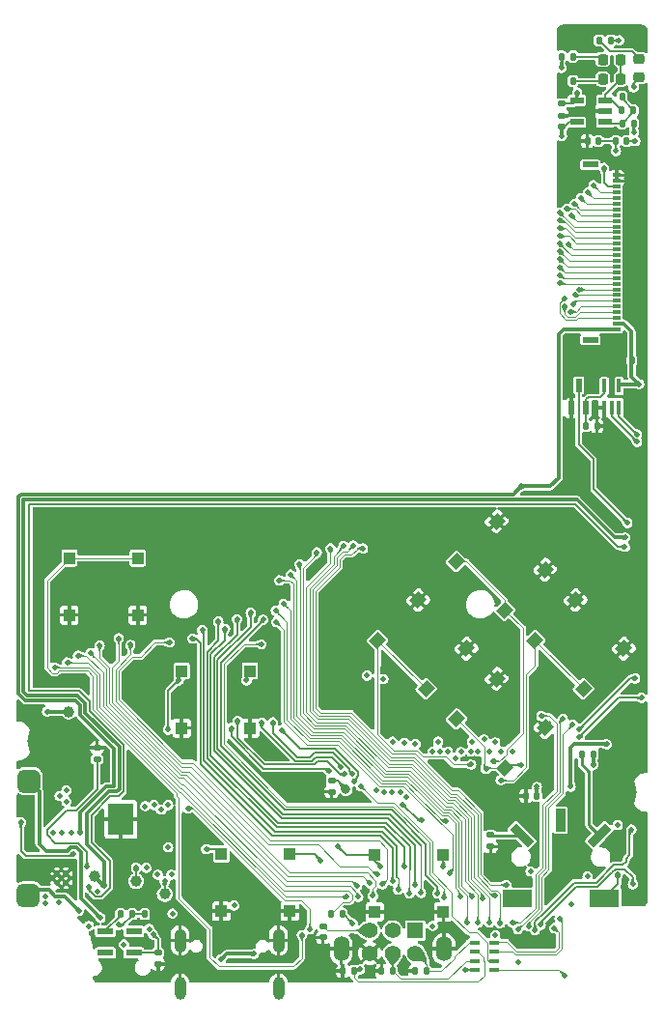
<source format=gbr>
%TF.GenerationSoftware,KiCad,Pcbnew,7.0.1*%
%TF.CreationDate,2024-09-27T15:08:14-07:00*%
%TF.ProjectId,agbc,61676263-2e6b-4696-9361-645f70636258,02*%
%TF.SameCoordinates,Original*%
%TF.FileFunction,Copper,L4,Bot*%
%TF.FilePolarity,Positive*%
%FSLAX46Y46*%
G04 Gerber Fmt 4.6, Leading zero omitted, Abs format (unit mm)*
G04 Created by KiCad (PCBNEW 7.0.1) date 2024-09-27 15:08:14*
%MOMM*%
%LPD*%
G01*
G04 APERTURE LIST*
G04 Aperture macros list*
%AMRoundRect*
0 Rectangle with rounded corners*
0 $1 Rounding radius*
0 $2 $3 $4 $5 $6 $7 $8 $9 X,Y pos of 4 corners*
0 Add a 4 corners polygon primitive as box body*
4,1,4,$2,$3,$4,$5,$6,$7,$8,$9,$2,$3,0*
0 Add four circle primitives for the rounded corners*
1,1,$1+$1,$2,$3*
1,1,$1+$1,$4,$5*
1,1,$1+$1,$6,$7*
1,1,$1+$1,$8,$9*
0 Add four rect primitives between the rounded corners*
20,1,$1+$1,$2,$3,$4,$5,0*
20,1,$1+$1,$4,$5,$6,$7,0*
20,1,$1+$1,$6,$7,$8,$9,0*
20,1,$1+$1,$8,$9,$2,$3,0*%
%AMRotRect*
0 Rectangle, with rotation*
0 The origin of the aperture is its center*
0 $1 length*
0 $2 width*
0 $3 Rotation angle, in degrees counterclockwise*
0 Add horizontal line*
21,1,$1,$2,0,0,$3*%
G04 Aperture macros list end*
%TA.AperFunction,ComponentPad*%
%ADD10O,1.050000X2.100000*%
%TD*%
%TA.AperFunction,ComponentPad*%
%ADD11O,1.000000X2.000000*%
%TD*%
%TA.AperFunction,ComponentPad*%
%ADD12C,3.500000*%
%TD*%
%TA.AperFunction,ComponentPad*%
%ADD13C,0.500000*%
%TD*%
%TA.AperFunction,ComponentPad*%
%ADD14C,0.600000*%
%TD*%
%TA.AperFunction,SMDPad,CuDef*%
%ADD15R,2.300000X2.800000*%
%TD*%
%TA.AperFunction,ComponentPad*%
%ADD16R,1.400000X1.400000*%
%TD*%
%TA.AperFunction,ComponentPad*%
%ADD17C,1.400000*%
%TD*%
%TA.AperFunction,ComponentPad*%
%ADD18O,1.400000X2.200000*%
%TD*%
%TA.AperFunction,SMDPad,CuDef*%
%ADD19RoundRect,0.140000X0.140000X0.170000X-0.140000X0.170000X-0.140000X-0.170000X0.140000X-0.170000X0*%
%TD*%
%TA.AperFunction,SMDPad,CuDef*%
%ADD20R,1.000000X1.100000*%
%TD*%
%TA.AperFunction,SMDPad,CuDef*%
%ADD21RoundRect,0.140000X0.170000X-0.140000X0.170000X0.140000X-0.170000X0.140000X-0.170000X-0.140000X0*%
%TD*%
%TA.AperFunction,SMDPad,CuDef*%
%ADD22C,1.000000*%
%TD*%
%TA.AperFunction,SMDPad,CuDef*%
%ADD23RoundRect,0.218750X-0.218750X-0.256250X0.218750X-0.256250X0.218750X0.256250X-0.218750X0.256250X0*%
%TD*%
%TA.AperFunction,SMDPad,CuDef*%
%ADD24RotRect,0.800000X2.200000X225.000000*%
%TD*%
%TA.AperFunction,SMDPad,CuDef*%
%ADD25R,2.600000X1.500000*%
%TD*%
%TA.AperFunction,SMDPad,CuDef*%
%ADD26RotRect,0.800000X2.200000X135.000000*%
%TD*%
%TA.AperFunction,SMDPad,CuDef*%
%ADD27R,0.823000X2.000000*%
%TD*%
%TA.AperFunction,SMDPad,CuDef*%
%ADD28RoundRect,0.135000X0.135000X0.185000X-0.135000X0.185000X-0.135000X-0.185000X0.135000X-0.185000X0*%
%TD*%
%TA.AperFunction,SMDPad,CuDef*%
%ADD29RoundRect,0.140000X-0.140000X-0.170000X0.140000X-0.170000X0.140000X0.170000X-0.140000X0.170000X0*%
%TD*%
%TA.AperFunction,SMDPad,CuDef*%
%ADD30RoundRect,0.500000X0.500000X0.500000X-0.500000X0.500000X-0.500000X-0.500000X0.500000X-0.500000X0*%
%TD*%
%TA.AperFunction,SMDPad,CuDef*%
%ADD31RoundRect,0.135000X-0.135000X-0.185000X0.135000X-0.185000X0.135000X0.185000X-0.135000X0.185000X0*%
%TD*%
%TA.AperFunction,SMDPad,CuDef*%
%ADD32R,1.200000X0.600000*%
%TD*%
%TA.AperFunction,SMDPad,CuDef*%
%ADD33R,0.900000X0.400000*%
%TD*%
%TA.AperFunction,SMDPad,CuDef*%
%ADD34RotRect,1.000000X1.100000X315.000000*%
%TD*%
%TA.AperFunction,SMDPad,CuDef*%
%ADD35RoundRect,0.218750X0.218750X0.256250X-0.218750X0.256250X-0.218750X-0.256250X0.218750X-0.256250X0*%
%TD*%
%TA.AperFunction,SMDPad,CuDef*%
%ADD36RoundRect,0.218750X0.256250X-0.218750X0.256250X0.218750X-0.256250X0.218750X-0.256250X-0.218750X0*%
%TD*%
%TA.AperFunction,SMDPad,CuDef*%
%ADD37RoundRect,0.135000X-0.185000X0.135000X-0.185000X-0.135000X0.185000X-0.135000X0.185000X0.135000X0*%
%TD*%
%TA.AperFunction,SMDPad,CuDef*%
%ADD38R,0.550000X1.150000*%
%TD*%
%TA.AperFunction,SMDPad,CuDef*%
%ADD39RoundRect,0.140000X-0.170000X0.140000X-0.170000X-0.140000X0.170000X-0.140000X0.170000X0.140000X0*%
%TD*%
%TA.AperFunction,SMDPad,CuDef*%
%ADD40R,0.400000X1.200000*%
%TD*%
%TA.AperFunction,SMDPad,CuDef*%
%ADD41R,0.650000X0.300000*%
%TD*%
%TA.AperFunction,SMDPad,CuDef*%
%ADD42R,1.313000X0.550000*%
%TD*%
%TA.AperFunction,SMDPad,CuDef*%
%ADD43R,1.400000X0.600000*%
%TD*%
%TA.AperFunction,ViaPad*%
%ADD44C,0.500000*%
%TD*%
%TA.AperFunction,ViaPad*%
%ADD45C,0.800000*%
%TD*%
%TA.AperFunction,Conductor*%
%ADD46C,0.200000*%
%TD*%
%TA.AperFunction,Conductor*%
%ADD47C,0.300000*%
%TD*%
%TA.AperFunction,Conductor*%
%ADD48C,0.250000*%
%TD*%
%TA.AperFunction,Conductor*%
%ADD49C,0.125000*%
%TD*%
%TA.AperFunction,Conductor*%
%ADD50C,0.150000*%
%TD*%
G04 APERTURE END LIST*
D10*
%TO.P,J5,S1,SHELL_GND*%
%TO.N,GNDPWR*%
X122560000Y-128670000D03*
D11*
%TO.P,J5,S2,SHELL_GND*%
X122560000Y-132850000D03*
%TO.P,J5,S3,SHELL_GND*%
X131200000Y-132850000D03*
D10*
%TO.P,J5,S4,SHELL_GND*%
X131200000Y-128670000D03*
%TD*%
D12*
%TO.P,REF\u002A\u002A,1*%
%TO.N,GNDPWR*%
X160900000Y-115700000D03*
%TD*%
D13*
%TO.P,U4,17,EP*%
%TO.N,GNDPWR*%
X111750000Y-122800000D03*
X111750000Y-123600000D03*
X112550000Y-122800000D03*
X112550000Y-123600000D03*
%TD*%
D12*
%TO.P,REF\u002A\u002A,1*%
%TO.N,GNDPWR*%
X110900000Y-111200000D03*
%TD*%
D14*
%TO.P,U7,11,PAD*%
%TO.N,GNDPWR*%
X116850000Y-117300000D03*
X116850000Y-118800000D03*
X117350000Y-118050000D03*
D15*
X117350000Y-118050000D03*
D14*
X117850000Y-117300000D03*
X117850000Y-118800000D03*
%TD*%
D16*
%TO.P,J1,1,VDD*%
%TO.N,VDD5*%
X143200000Y-127800000D03*
D17*
%TO.P,J1,2,SO*%
%TO.N,Net-(J1-SO)*%
X143200000Y-129800000D03*
%TO.P,J1,3,SI*%
%TO.N,Net-(J1-SI)*%
X141200000Y-127800000D03*
%TO.P,J1,4,SD*%
%TO.N,Net-(J1-SD)*%
X141200000Y-129800000D03*
%TO.P,J1,5,SC*%
%TO.N,Net-(J1-SC)*%
X139200000Y-127800000D03*
%TO.P,J1,6,GND*%
%TO.N,GNDPWR*%
X139200000Y-129800000D03*
D18*
%TO.P,J1,SH*%
X145700000Y-129400000D03*
X136700000Y-129400000D03*
%TD*%
D19*
%TO.P,C12,1*%
%TO.N,GNDPWR*%
X163150000Y-77825000D03*
%TO.P,C12,2*%
%TO.N,VDD5*%
X162190000Y-77825000D03*
%TD*%
D20*
%TO.P,SW6,1,1*%
%TO.N,/B*%
X128700000Y-105050000D03*
X122700000Y-105050000D03*
%TO.P,SW6,2,2*%
%TO.N,GNDPWR*%
X128700000Y-110050000D03*
X122700000Y-110050000D03*
%TD*%
D21*
%TO.P,C27,1*%
%TO.N,VDD5*%
X156050000Y-55340000D03*
%TO.P,C27,2*%
%TO.N,GNDPWR*%
X156050000Y-54380000D03*
%TD*%
D22*
%TO.P,TP3,1,1*%
%TO.N,VDD3*%
X118700000Y-123475000D03*
%TD*%
D21*
%TO.P,C26,1*%
%TO.N,VCC*%
X156050000Y-57350000D03*
%TO.P,C26,2*%
%TO.N,GNDPWR*%
X156050000Y-56390000D03*
%TD*%
D22*
%TO.P,TP4,1,1*%
%TO.N,VDD5*%
X112800000Y-108600000D03*
%TD*%
D21*
%TO.P,C16,1*%
%TO.N,GNDPWR*%
X120625000Y-130725000D03*
%TO.P,C16,2*%
%TO.N,SW_VCC*%
X120625000Y-129765000D03*
%TD*%
D23*
%TO.P,D3,1,K*%
%TO.N,/Battery indicator/BAD_CATH*%
X159650000Y-53150000D03*
%TO.P,D3,2,A*%
%TO.N,/Battery indicator/LED_DRIVE*%
X161225000Y-53150000D03*
%TD*%
D24*
%TO.P,VR1,1,CW*%
%TO.N,Net-(VR1-CW)*%
X152550000Y-119450000D03*
D25*
%TO.P,VR1,2,Wiper*%
%TO.N,VOLUME*%
X159750000Y-124950000D03*
D26*
%TO.P,VR1,3,CCW*%
%TO.N,Net-(VR1-CCW)*%
X159350000Y-119450000D03*
D27*
%TO.P,VR1,MH1,MH1*%
%TO.N,unconnected-(VR1-PadMH1)*%
X155961500Y-118150000D03*
D25*
%TO.P,VR1,MH2,MH2*%
%TO.N,unconnected-(VR1-PadMH2)*%
X152150000Y-124973000D03*
%TD*%
D28*
%TO.P,R22,1*%
%TO.N,Net-(U5-CLEAR)*%
X118335000Y-126350000D03*
%TO.P,R22,2*%
%TO.N,Net-(IC1-RST)*%
X117315000Y-126350000D03*
%TD*%
D29*
%TO.P,C30,1*%
%TO.N,GNDPWR*%
X158290000Y-58600000D03*
%TO.P,C30,2*%
%TO.N,/Screen controls/TOUCH*%
X159250000Y-58600000D03*
%TD*%
D30*
%TO.P,TP6,1,1*%
%TO.N,/AGBC Audio/LSPK_N*%
X109250000Y-124700000D03*
%TD*%
D22*
%TO.P,TP2,1,1*%
%TO.N,VCC*%
X121225000Y-124600000D03*
%TD*%
D31*
%TO.P,R2,1*%
%TO.N,/CRT_WR*%
X135780000Y-126350000D03*
%TO.P,R2,2*%
%TO.N,/CPU_WR*%
X136800000Y-126350000D03*
%TD*%
D32*
%TO.P,U9,1,OUT*%
%TO.N,/Battery indicator/LED_DRIVE*%
X159860000Y-55050000D03*
%TO.P,U9,2,GND*%
%TO.N,GNDPWR*%
X159860000Y-56000000D03*
%TO.P,U9,3,IN+*%
%TO.N,Net-(U9-IN+)*%
X159860000Y-56950000D03*
%TO.P,U9,4,IN-*%
%TO.N,VCC*%
X157360000Y-56950000D03*
%TO.P,U9,5,VCC*%
%TO.N,VDD5*%
X157360000Y-55050000D03*
%TD*%
D30*
%TO.P,TP5,1,1*%
%TO.N,Net-(U8-VO1)*%
X109300000Y-114700000D03*
%TD*%
D33*
%TO.P,RN1,1,R1.1*%
%TO.N,Net-(J1-SC)*%
X148450000Y-131250000D03*
%TO.P,RN1,2,R2.1*%
%TO.N,Net-(J1-SD)*%
X148450000Y-130450000D03*
%TO.P,RN1,3,R3.1*%
%TO.N,Net-(J1-SI)*%
X148450000Y-129650000D03*
%TO.P,RN1,4,R4.1*%
%TO.N,Net-(J1-SO)*%
X148450000Y-128850000D03*
%TO.P,RN1,5,R4.2*%
%TO.N,SOUT*%
X150150000Y-128850000D03*
%TO.P,RN1,6,R3.2*%
%TO.N,SIN*%
X150150000Y-129650000D03*
%TO.P,RN1,7,R2.2*%
%TO.N,R4*%
X150150000Y-130450000D03*
%TO.P,RN1,8,R1.2*%
%TO.N,SCK*%
X150150000Y-131250000D03*
%TD*%
D34*
%TO.P,SW4,1,1*%
%TO.N,/LEFT*%
X153705245Y-102369218D03*
X157947885Y-106611858D03*
%TO.P,SW4,2,2*%
%TO.N,GNDPWR*%
X157240779Y-98833684D03*
X161483419Y-103076324D03*
%TD*%
D19*
%TO.P,C28,1*%
%TO.N,Net-(Q2-D)*%
X161750000Y-58600000D03*
%TO.P,C28,2*%
%TO.N,/Screen controls/TOUCH*%
X160790000Y-58600000D03*
%TD*%
%TO.P,C10,1*%
%TO.N,VDD3*%
X153850000Y-116000000D03*
%TO.P,C10,2*%
%TO.N,GNDPWR*%
X152890000Y-116000000D03*
%TD*%
D28*
%TO.P,R19,1*%
%TO.N,Net-(U9-IN+)*%
X162340000Y-55900000D03*
%TO.P,R19,2*%
%TO.N,/Battery indicator/LED_DRIVE*%
X161320000Y-55900000D03*
%TD*%
D19*
%TO.P,C6,1*%
%TO.N,Net-(J1-SO)*%
X144150000Y-131350000D03*
%TO.P,C6,2*%
%TO.N,GNDPWR*%
X143190000Y-131350000D03*
%TD*%
D28*
%TO.P,R15,1*%
%TO.N,VDD5*%
X158825000Y-112325000D03*
%TO.P,R15,2*%
%TO.N,Net-(VR1-CCW)*%
X157805000Y-112325000D03*
%TD*%
%TO.P,R21,1*%
%TO.N,GNDPWR*%
X162350000Y-54700000D03*
%TO.P,R21,2*%
%TO.N,Net-(U9-IN+)*%
X161330000Y-54700000D03*
%TD*%
D22*
%TO.P,TP1,1,1*%
%TO.N,SW_VCC*%
X115025000Y-123025000D03*
%TD*%
D19*
%TO.P,C3,1*%
%TO.N,Net-(J1-SD)*%
X141200000Y-131350000D03*
%TO.P,C3,2*%
%TO.N,GNDPWR*%
X140240000Y-131350000D03*
%TD*%
D28*
%TO.P,R12,1*%
%TO.N,GNDPWR*%
X120460000Y-126350000D03*
%TO.P,R12,2*%
%TO.N,Net-(U5-CLEAR)*%
X119440000Y-126350000D03*
%TD*%
D19*
%TO.P,C4,1*%
%TO.N,Net-(J1-SI)*%
X137800000Y-131350000D03*
%TO.P,C4,2*%
%TO.N,GNDPWR*%
X136840000Y-131350000D03*
%TD*%
D35*
%TO.P,D2,1,K*%
%TO.N,/Battery indicator/LED_DRIVE*%
X161225000Y-51450000D03*
%TO.P,D2,2,A*%
%TO.N,/Battery indicator/GOOD_AN*%
X159650000Y-51450000D03*
%TD*%
D36*
%TO.P,D1,1,K*%
%TO.N,CHG_LED*%
X162850000Y-52987500D03*
%TO.P,D1,2,A*%
%TO.N,Net-(D1-A)*%
X162850000Y-51412500D03*
%TD*%
D28*
%TO.P,R20,1*%
%TO.N,VDD5*%
X162350000Y-57050000D03*
%TO.P,R20,2*%
%TO.N,Net-(U9-IN+)*%
X161330000Y-57050000D03*
%TD*%
%TO.P,R18,1*%
%TO.N,/Battery indicator/BAD_CATH*%
X157035000Y-53350000D03*
%TO.P,R18,2*%
%TO.N,GNDPWR*%
X156015000Y-53350000D03*
%TD*%
D37*
%TO.P,R5,1*%
%TO.N,GNDPWR*%
X115275000Y-111765000D03*
%TO.P,R5,2*%
%TO.N,Net-(U4-ILIM)*%
X115275000Y-112785000D03*
%TD*%
D20*
%TO.P,SW8,1,1*%
%TO.N,/SEL*%
X145650000Y-121150000D03*
X139650000Y-121150000D03*
%TO.P,SW8,2,2*%
%TO.N,GNDPWR*%
X145650000Y-126150000D03*
X139650000Y-126150000D03*
%TD*%
%TO.P,SW7,1,1*%
%TO.N,/START*%
X132172025Y-121100000D03*
X126172025Y-121100000D03*
%TO.P,SW7,2,2*%
%TO.N,GNDPWR*%
X132172025Y-126100000D03*
X126172025Y-126100000D03*
%TD*%
D38*
%TO.P,Q2,1,G*%
%TO.N,Net-(IC2-Y)*%
X158175000Y-82000000D03*
%TO.P,Q2,2,S*%
%TO.N,GNDPWR*%
X156875000Y-82000000D03*
%TO.P,Q2,3,D*%
%TO.N,Net-(Q2-D)*%
X157525000Y-80000000D03*
%TD*%
D19*
%TO.P,C29,1*%
%TO.N,GNDPWR*%
X159130000Y-83575000D03*
%TO.P,C29,2*%
%TO.N,Net-(IC2-Y)*%
X158170000Y-83575000D03*
%TD*%
D20*
%TO.P,SW5,1,1*%
%TO.N,/A*%
X118850000Y-95150000D03*
X112850000Y-95150000D03*
%TO.P,SW5,2,2*%
%TO.N,GNDPWR*%
X118850000Y-100150000D03*
X112850000Y-100150000D03*
%TD*%
D39*
%TO.P,C9,1*%
%TO.N,VDD3*%
X135850000Y-114670000D03*
%TO.P,C9,2*%
%TO.N,GNDPWR*%
X135850000Y-115630000D03*
%TD*%
D31*
%TO.P,R17,1*%
%TO.N,VDD5*%
X156000000Y-51200000D03*
%TO.P,R17,2*%
%TO.N,/Battery indicator/GOOD_AN*%
X157020000Y-51200000D03*
%TD*%
D34*
%TO.P,SW2,1,1*%
%TO.N,/DOWN*%
X146805245Y-109269218D03*
X151047885Y-113511858D03*
%TO.P,SW2,2,2*%
%TO.N,GNDPWR*%
X150340779Y-105733684D03*
X154583419Y-109976324D03*
%TD*%
D40*
%TO.P,IC2,1,A*%
%TO.N,/DOWN*%
X161075000Y-81950000D03*
%TO.P,IC2,2,B*%
%TO.N,/SEL*%
X160425000Y-81950000D03*
%TO.P,IC2,3,GND*%
%TO.N,GNDPWR*%
X159775000Y-81950000D03*
%TO.P,IC2,4,Y*%
%TO.N,Net-(IC2-Y)*%
X159775000Y-80050000D03*
%TO.P,IC2,5,VCC*%
%TO.N,VDD5*%
X161075000Y-80050000D03*
%TD*%
D37*
%TO.P,R16,1*%
%TO.N,Net-(VR1-CW)*%
X149800000Y-119430000D03*
%TO.P,R16,2*%
%TO.N,GNDPWR*%
X149800000Y-120450000D03*
%TD*%
D34*
%TO.P,SW3,1,1*%
%TO.N,/UP*%
X146805245Y-95469218D03*
X151047885Y-99711858D03*
%TO.P,SW3,2,2*%
%TO.N,GNDPWR*%
X150340779Y-91933684D03*
X154583419Y-96176324D03*
%TD*%
D39*
%TO.P,C2,1*%
%TO.N,Net-(J1-SC)*%
X135100000Y-127450000D03*
%TO.P,C2,2*%
%TO.N,GNDPWR*%
X135100000Y-128410000D03*
%TD*%
D34*
%TO.P,SW1,1,1*%
%TO.N,/RIGHT*%
X139905245Y-102369218D03*
X144147885Y-106611858D03*
%TO.P,SW1,2,2*%
%TO.N,GNDPWR*%
X143440779Y-98833684D03*
X147683419Y-103076324D03*
%TD*%
D31*
%TO.P,R9,1*%
%TO.N,Net-(D1-A)*%
X159330000Y-49775000D03*
%TO.P,R9,2*%
%TO.N,SW_VCC*%
X160350000Y-49775000D03*
%TD*%
D41*
%TO.P,J3,1,1*%
%TO.N,VCC*%
X160875000Y-75100000D03*
%TO.P,J3,2,2*%
%TO.N,VDD5*%
X160875000Y-74600000D03*
%TO.P,J3,3,3*%
%TO.N,/DCK*%
X160875000Y-74100000D03*
%TO.P,J3,4,4*%
%TO.N,/LP*%
X160875000Y-73600000D03*
%TO.P,J3,5,5*%
%TO.N,/PS*%
X160875000Y-73100000D03*
%TO.P,J3,6,6*%
%TO.N,/LDB5*%
X160875000Y-72600000D03*
%TO.P,J3,7,7*%
%TO.N,/LDB4*%
X160875000Y-72100000D03*
%TO.P,J3,8,8*%
%TO.N,/LDB3*%
X160875000Y-71600000D03*
%TO.P,J3,9,9*%
%TO.N,/LDB2*%
X160875000Y-71100000D03*
%TO.P,J3,10,10*%
%TO.N,/LDB1*%
X160875000Y-70600000D03*
%TO.P,J3,11,11*%
%TO.N,/LDB0*%
X160875000Y-70100000D03*
%TO.P,J3,12,12*%
%TO.N,/LDG5*%
X160875000Y-69600000D03*
%TO.P,J3,13,13*%
%TO.N,/LDG4*%
X160875000Y-69100000D03*
%TO.P,J3,14,14*%
%TO.N,/LDG3*%
X160875000Y-68600000D03*
%TO.P,J3,15,15*%
%TO.N,/LDG2*%
X160875000Y-68100000D03*
%TO.P,J3,16,16*%
%TO.N,/LDG1*%
X160875000Y-67600000D03*
%TO.P,J3,17,17*%
%TO.N,/LDG0*%
X160875000Y-67100000D03*
%TO.P,J3,18,18*%
%TO.N,/LDR5*%
X160875000Y-66600000D03*
%TO.P,J3,19,19*%
%TO.N,/LDR4*%
X160875000Y-66100000D03*
%TO.P,J3,20,20*%
%TO.N,/LDR3*%
X160875000Y-65600000D03*
%TO.P,J3,21,21*%
%TO.N,/LDR2*%
X160875000Y-65100000D03*
%TO.P,J3,22,22*%
%TO.N,/LDR1*%
X160875000Y-64600000D03*
%TO.P,J3,23,23*%
%TO.N,/LDR0*%
X160875000Y-64100000D03*
%TO.P,J3,24,24*%
%TO.N,/SPL*%
X160875000Y-63600000D03*
%TO.P,J3,25,25*%
%TO.N,/SPS*%
X160875000Y-63100000D03*
%TO.P,J3,26,26*%
%TO.N,/Screen controls/TOUCH*%
X160875000Y-62600000D03*
%TO.P,J3,27,27*%
%TO.N,GNDPWR*%
X160875000Y-62100000D03*
%TO.P,J3,28,28*%
X160875000Y-61600000D03*
D42*
%TO.P,J3,MP1,MP1*%
%TO.N,unconnected-(J3-PadMP1)*%
X158543500Y-76025000D03*
%TO.P,J3,MP2,MP2*%
%TO.N,unconnected-(J3-PadMP2)*%
X158543500Y-60675000D03*
%TD*%
D43*
%TO.P,IC1,1,~{RST}*%
%TO.N,unconnected-(IC1-~{RST}-Pad1)*%
X116000000Y-129750000D03*
%TO.P,IC1,2,VSS*%
%TO.N,GNDPWR*%
X116000000Y-128800000D03*
%TO.P,IC1,3,RST*%
%TO.N,Net-(IC1-RST)*%
X116000000Y-127850000D03*
%TO.P,IC1,4,~{MR}*%
%TO.N,unconnected-(IC1-~{MR}-Pad4)*%
X118500000Y-127850000D03*
%TO.P,IC1,5,VDD*%
%TO.N,SW_VCC*%
X118500000Y-129750000D03*
%TD*%
D44*
%TO.N,VDD5*%
X110900000Y-108600000D03*
X112600000Y-115500000D03*
X112000000Y-116000000D03*
X162829500Y-79900000D03*
X153300000Y-122600000D03*
X112600000Y-116500000D03*
X158825000Y-113264500D03*
X157400000Y-54350000D03*
X144725000Y-127400000D03*
X156000000Y-52200000D03*
X119500000Y-116900000D03*
X162379500Y-57825000D03*
X156874414Y-125524414D03*
X150200000Y-128220498D03*
X152200000Y-130550000D03*
%TO.N,GNDPWR*%
X142300000Y-131075000D03*
X162150000Y-49800000D03*
D45*
X160900000Y-97500000D03*
D44*
X163100000Y-83250000D03*
D45*
X143900000Y-104600000D03*
D44*
X154500000Y-128250000D03*
X137750000Y-116250000D03*
X156850000Y-52450000D03*
X152850000Y-116950000D03*
D45*
X124500000Y-131350000D03*
X123250000Y-118900000D03*
D44*
X156050000Y-61050000D03*
X161675000Y-125300000D03*
X157050000Y-49800000D03*
X134600000Y-131450000D03*
D45*
X110450000Y-94500000D03*
D44*
X156800000Y-61050000D03*
X151350000Y-116000000D03*
X152475000Y-123575000D03*
X163000000Y-49800000D03*
X133800000Y-129200000D03*
X163100000Y-81400000D03*
X157050000Y-48950000D03*
D45*
X136200000Y-101000000D03*
D44*
X108600000Y-116950000D03*
X158650000Y-56950000D03*
X153850000Y-120850000D03*
X157450000Y-122000000D03*
X160600000Y-105300000D03*
X134900000Y-115650000D03*
D45*
X137350000Y-99850000D03*
D44*
X158600000Y-55100000D03*
X109400000Y-116950000D03*
D45*
X162050000Y-97500000D03*
D44*
X156200000Y-49800000D03*
X156800000Y-61800000D03*
X114050000Y-112450000D03*
D45*
X162100000Y-98650000D03*
D44*
X155300000Y-128250000D03*
X156950500Y-116450000D03*
X157450000Y-121232340D03*
X108600000Y-117600000D03*
X163000000Y-48950000D03*
X138450000Y-115850000D03*
D45*
X111600000Y-93350000D03*
D44*
X157000000Y-118200000D03*
X163250000Y-78650000D03*
X134550000Y-129200000D03*
D45*
X111650000Y-94500000D03*
D44*
X153850000Y-121600000D03*
X116396393Y-126679500D03*
X152850000Y-117700000D03*
X162000000Y-106800000D03*
X131764845Y-114236137D03*
X149350000Y-115900000D03*
X146800000Y-104700000D03*
D45*
X123300000Y-131350000D03*
X136200000Y-99850000D03*
D44*
X113300000Y-112450000D03*
X155300000Y-129100000D03*
X109400000Y-117600000D03*
X153650000Y-117700000D03*
X162825000Y-109150000D03*
X163150000Y-63600000D03*
X153650000Y-116950000D03*
X108600000Y-122700000D03*
D45*
X143900000Y-102100000D03*
D44*
X156050000Y-61800000D03*
D45*
X124200000Y-119850000D03*
X137400000Y-101000000D03*
X110450000Y-93350000D03*
D44*
X160500000Y-120800000D03*
X163100000Y-82300000D03*
X151950000Y-123025000D03*
X163150000Y-62150000D03*
X162000000Y-108350000D03*
X118700000Y-125450000D03*
X114150000Y-126850000D03*
X113300000Y-111650000D03*
X156200000Y-48950000D03*
X120400000Y-101600000D03*
X158600000Y-56000000D03*
X162150000Y-48950000D03*
X162000000Y-109150000D03*
X145100000Y-113100000D03*
X154500000Y-129100000D03*
X109200000Y-122700000D03*
D45*
X143900000Y-103350000D03*
X160900000Y-98650000D03*
D44*
X163150000Y-65150000D03*
X160900000Y-121300000D03*
X163150000Y-66650000D03*
X162825000Y-108350000D03*
X130800000Y-126100000D03*
%TO.N,VDD3*%
X118700000Y-122300000D03*
X142418447Y-116114242D03*
D45*
X137100000Y-115400000D03*
D44*
X119600000Y-122300000D03*
X156825000Y-115200000D03*
X160000000Y-111475000D03*
X127300000Y-125600000D03*
X153850000Y-115200000D03*
%TO.N,SW_VCC*%
X119850000Y-127650000D03*
X115350000Y-124350000D03*
X120200000Y-128150000D03*
X115900000Y-123850000D03*
X111900000Y-125350000D03*
X161600000Y-93350000D03*
X161075000Y-49775000D03*
%TO.N,/CRT_WR*%
X112650000Y-104288000D03*
%TO.N,/CRT_RD*%
X113600000Y-103700000D03*
X138200000Y-124850000D03*
%TO.N,/CRT_CS*%
X138095151Y-123854849D03*
X114704545Y-103472996D03*
%TO.N,/CRT_A0*%
X139200000Y-123650000D03*
X115500000Y-102800000D03*
%TO.N,/CRT_A1*%
X117176684Y-102173316D03*
X139474500Y-124750000D03*
%TO.N,/CRT_A2*%
X118200000Y-102750000D03*
X139851684Y-122898316D03*
%TO.N,/CRT_A3*%
X140313684Y-123750000D03*
X121650000Y-102550000D03*
%TO.N,/CRT_A4*%
X123650000Y-102200000D03*
X141200000Y-123450000D03*
%TO.N,/CRT_A5*%
X141700000Y-124200000D03*
X124500000Y-101450000D03*
%TO.N,/CRT_A6*%
X125910000Y-100700000D03*
X142200000Y-122200000D03*
%TO.N,/CRT_A7*%
X142674500Y-124550000D03*
X126500000Y-101350000D03*
%TO.N,/CRT_A8*%
X127550000Y-100500000D03*
X143136500Y-123800000D03*
%TO.N,/CRT_A9*%
X143700000Y-124500000D03*
X128750000Y-99950000D03*
%TO.N,/CRT_A10*%
X129850000Y-100550000D03*
X145150000Y-124550000D03*
%TO.N,/CRT_A11*%
X145720195Y-124861016D03*
X129700000Y-102700000D03*
%TO.N,/CRT_A12*%
X131000000Y-100750000D03*
X146243000Y-122750000D03*
%TO.N,/CRT_A13*%
X130950000Y-99750000D03*
X145850000Y-118200000D03*
%TO.N,/CRT_A14*%
X131650000Y-99150000D03*
X147178862Y-124821138D03*
%TO.N,/CRT_A15*%
X147700000Y-127100000D03*
X131250000Y-97100000D03*
%TO.N,/CRT_D0*%
X132250000Y-96600000D03*
X148200000Y-124800000D03*
%TO.N,/CRT_D1*%
X148700000Y-127100000D03*
X133050000Y-95700000D03*
%TO.N,/CRT_D2*%
X134550000Y-94650000D03*
X149124500Y-124945977D03*
%TO.N,/CRT_D3*%
X135750000Y-94300000D03*
X149700000Y-127100000D03*
%TO.N,/CRT_D4*%
X136900000Y-94100000D03*
X150162000Y-124750000D03*
%TO.N,/CRT_D5*%
X137750000Y-94050000D03*
X150624500Y-127150000D03*
%TO.N,/CRT_D6*%
X138600000Y-94300000D03*
X151200000Y-123800000D03*
%TO.N,/CRT_D7*%
X151700000Y-127100000D03*
X154259075Y-108986156D03*
%TO.N,RESET*%
X152200000Y-127700000D03*
X156150000Y-109250000D03*
%TO.N,/CRT_VIN*%
X153126992Y-127426992D03*
X157000000Y-109750000D03*
%TO.N,/CPU_WR*%
X137700000Y-127150000D03*
%TO.N,/MA2*%
X137850000Y-114708849D03*
X131500000Y-110250000D03*
%TO.N,/MA1*%
X130709705Y-109546196D03*
X137689477Y-114060523D03*
%TO.N,/MA0*%
X129730480Y-109569520D03*
X136653763Y-113496237D03*
%TO.N,/MD0*%
X127600000Y-109400000D03*
X137018956Y-114081044D03*
%TO.N,/MD1*%
X127050000Y-110050000D03*
X135607364Y-113792636D03*
%TO.N,CHG_LED*%
X161575000Y-94175000D03*
X114550000Y-123950000D03*
X162350000Y-53900000D03*
%TO.N,Net-(J2-PHI)*%
X137150000Y-124850000D03*
X111550000Y-104750000D03*
%TO.N,/SPS*%
X158825000Y-62475000D03*
X151700000Y-112100000D03*
%TO.N,/SPL*%
X150700000Y-112100000D03*
X158350000Y-63100000D03*
%TO.N,/LDR0*%
X157732486Y-63620500D03*
X150200000Y-111300000D03*
%TO.N,/LDR1*%
X149700000Y-112100000D03*
X157176374Y-64097443D03*
%TO.N,/LDR2*%
X156484501Y-64526010D03*
X149238000Y-111048606D03*
%TO.N,/LDR3*%
X156915968Y-65134032D03*
X148700000Y-112100000D03*
%TO.N,/LDR4*%
X148162000Y-111300000D03*
X155900000Y-64895964D03*
%TO.N,/LDR5*%
X155900000Y-65575467D03*
X148050498Y-112100500D03*
%TO.N,/LDG0*%
X147200000Y-112150000D03*
X155900000Y-66254970D03*
%TO.N,/LDG1*%
X155900000Y-66934473D03*
X146700000Y-112700000D03*
%TO.N,/LDG2*%
X146050000Y-112100000D03*
X156592921Y-67638000D03*
%TO.N,/LDG3*%
X145349502Y-112100500D03*
X155900000Y-67613976D03*
%TO.N,/LDG4*%
X155900000Y-68293479D03*
X145200000Y-111250000D03*
%TO.N,/LDG5*%
X144700000Y-112100000D03*
X155900000Y-68972982D03*
%TO.N,/LDB0*%
X143208000Y-111450000D03*
X155900000Y-69652485D03*
%TO.N,/LDB1*%
X155900000Y-70350000D03*
X141900000Y-115675000D03*
%TO.N,/LDB2*%
X155900000Y-71011491D03*
X142238000Y-111350000D03*
%TO.N,/LDB3*%
X157600000Y-71600000D03*
X141175127Y-115635287D03*
%TO.N,/LDB4*%
X157194259Y-72107176D03*
X141200000Y-111250000D03*
%TO.N,/LDB5*%
X157056200Y-72900000D03*
X140430177Y-115635287D03*
%TO.N,/PS*%
X156776200Y-73550000D03*
X140400000Y-105750000D03*
%TO.N,/LP*%
X156300000Y-73100000D03*
X139781142Y-115528412D03*
%TO.N,/DCK*%
X138950000Y-105450000D03*
X156300000Y-72400000D03*
%TO.N,/Screen controls/TOUCH*%
X159750000Y-60950000D03*
X160800000Y-59475000D03*
%TO.N,/SEL*%
X143725000Y-118150000D03*
X140150000Y-122150000D03*
X136400000Y-120400000D03*
X162475000Y-105700000D03*
X145650000Y-122150000D03*
X157570508Y-110176167D03*
X162652000Y-84974503D03*
X142105533Y-116744467D03*
%TO.N,/START*%
X124850000Y-120650000D03*
X134900000Y-121650000D03*
%TO.N,/B*%
X122428396Y-105867595D03*
X123250000Y-117100000D03*
X133950000Y-127700000D03*
X128390981Y-105881363D03*
X121500000Y-110200000D03*
%TO.N,/A*%
X133250000Y-128200000D03*
%TO.N,/LEFT*%
X150675000Y-114613908D03*
%TO.N,/UP*%
X150050000Y-112950000D03*
%TO.N,/DOWN*%
X162652000Y-84325000D03*
X149400000Y-113650000D03*
X163050000Y-107400000D03*
X152475500Y-113273316D03*
X157600000Y-110825000D03*
%TO.N,/RIGHT*%
X148100000Y-113250000D03*
%TO.N,/AGBC Audio/L_IN*%
X162275000Y-123750000D03*
X154190815Y-127295539D03*
%TO.N,/AGBC Audio/R_IN*%
X153691315Y-127748541D03*
X162150000Y-118950000D03*
%TO.N,/AGBC Audio/LSPK_N*%
X113700000Y-126050000D03*
X158297056Y-123036812D03*
%TO.N,VOLUME*%
X160950000Y-122900000D03*
%TO.N,SCK*%
X156300000Y-131725000D03*
%TO.N,R4*%
X138422842Y-115171040D03*
%TO.N,SIN*%
X155850000Y-126725000D03*
%TO.N,SOUT*%
X155380960Y-127575337D03*
%TO.N,Net-(F2-Pad2)*%
X129050000Y-129850000D03*
X126150000Y-130350000D03*
%TO.N,VCC*%
X121200000Y-123500000D03*
X111400000Y-119200000D03*
X120600000Y-122900000D03*
X156050000Y-58175000D03*
X121500000Y-120500000D03*
X113800000Y-119200000D03*
X152500000Y-88863000D03*
X121800000Y-122900000D03*
X113000000Y-119200000D03*
X112200000Y-119200000D03*
%TO.N,Net-(J1-SC)*%
X147538969Y-131214398D03*
%TO.N,Net-(J1-SI)*%
X138347133Y-131200500D03*
%TO.N,Net-(U4-BAT_1)*%
X120900000Y-117200000D03*
X121500000Y-116800000D03*
X110725000Y-125400000D03*
X120300000Y-116800000D03*
X110725000Y-124800000D03*
%TO.N,Net-(U4-IN)*%
X121900000Y-126300000D03*
X108600000Y-118300000D03*
X113200000Y-121079502D03*
%TO.N,Net-(U4-ILIM)*%
X114400000Y-122200000D03*
%TO.N,Net-(U5-IN)*%
X117637253Y-129015069D03*
X114550000Y-127400000D03*
%TO.N,Net-(U8-VO1)*%
X115571855Y-126674500D03*
X160950000Y-118550000D03*
%TO.N,Net-(U5-CLEAR)*%
X117152358Y-127308758D03*
%TO.N,Net-(Q2-D)*%
X162500000Y-58600000D03*
X161799500Y-92078601D03*
%TD*%
D46*
%TO.N,VDD5*%
X157070000Y-55340000D02*
X157360000Y-55050000D01*
D47*
X162170000Y-75295000D02*
X162170000Y-77805000D01*
D48*
X156000000Y-51200000D02*
X156000000Y-52200000D01*
D47*
X160875000Y-74600000D02*
X161475000Y-74600000D01*
D46*
X162350000Y-57795500D02*
X162379500Y-57825000D01*
D47*
X161475000Y-74600000D02*
X162170000Y-75295000D01*
D46*
X157360000Y-54390000D02*
X157400000Y-54350000D01*
X162350000Y-57050000D02*
X162350000Y-57795500D01*
D47*
X110900000Y-108600000D02*
X112800000Y-108600000D01*
D46*
X156050000Y-55340000D02*
X157070000Y-55340000D01*
D47*
X162829500Y-79900000D02*
X161225000Y-79900000D01*
X162170000Y-79240500D02*
X162170000Y-77845000D01*
X161225000Y-79900000D02*
X161075000Y-80050000D01*
D46*
X157360000Y-55050000D02*
X157360000Y-54390000D01*
D47*
X162170000Y-77805000D02*
X162190000Y-77825000D01*
X158825000Y-113264500D02*
X158825000Y-112325000D01*
X162829500Y-79900000D02*
X162170000Y-79240500D01*
X162170000Y-77845000D02*
X162190000Y-77825000D01*
D49*
%TO.N,GNDPWR*%
X143190000Y-131350000D02*
X143200000Y-131340000D01*
X143190000Y-131425000D02*
X143200000Y-131415000D01*
D47*
%TO.N,VDD3*%
X156825000Y-112327391D02*
X156825000Y-111800000D01*
X156825000Y-111800000D02*
X157175000Y-111450000D01*
X159975000Y-111450000D02*
X160000000Y-111475000D01*
X157175000Y-111450000D02*
X159975000Y-111450000D01*
X156825000Y-115200000D02*
X156825000Y-112327391D01*
D46*
X136370000Y-114670000D02*
X135850000Y-114670000D01*
D47*
X153850000Y-116000000D02*
X153850000Y-115200000D01*
D46*
X137100000Y-115400000D02*
X136370000Y-114670000D01*
D50*
X118700000Y-123475000D02*
X118700000Y-122300000D01*
D47*
%TO.N,SW_VCC*%
X114237500Y-108685682D02*
X117225000Y-111673182D01*
X115900000Y-123850000D02*
X115850000Y-123850000D01*
D50*
X120625000Y-128575000D02*
X120200000Y-128150000D01*
D47*
X114375000Y-117539670D02*
X114375000Y-120200000D01*
X115900000Y-121725000D02*
X115900000Y-123850000D01*
X108839482Y-90025000D02*
X108832241Y-90032241D01*
D50*
X120625000Y-129765000D02*
X120610000Y-129750000D01*
D47*
X113544670Y-107175000D02*
X114237500Y-107867830D01*
X115850000Y-123850000D02*
X115025000Y-123025000D01*
D50*
X161075000Y-49775000D02*
X160350000Y-49775000D01*
D47*
X160680330Y-93350000D02*
X157355330Y-90025000D01*
X116289670Y-115625000D02*
X114375000Y-117539670D01*
D50*
X120610000Y-129750000D02*
X118500000Y-129750000D01*
D47*
X114237500Y-107867830D02*
X114237500Y-108685682D01*
X117044670Y-115625000D02*
X116289670Y-115625000D01*
X108832241Y-90032241D02*
X108832241Y-106837571D01*
X108832241Y-106837571D02*
X109169670Y-107175000D01*
X161600000Y-93350000D02*
X160680330Y-93350000D01*
X157355330Y-90025000D02*
X108839482Y-90025000D01*
X117225000Y-115444670D02*
X117044670Y-115625000D01*
X117225000Y-111673182D02*
X117225000Y-115444670D01*
D50*
X120625000Y-129765000D02*
X120625000Y-128575000D01*
D47*
X114375000Y-120200000D02*
X115900000Y-121725000D01*
X109169670Y-107175000D02*
X113544670Y-107175000D01*
D49*
%TO.N,/CRT_WR*%
X122636551Y-115370000D02*
X122720000Y-115370000D01*
X137680000Y-125069534D02*
X137437034Y-125312500D01*
X137680000Y-124630466D02*
X137680000Y-125069534D01*
X137437034Y-125312500D02*
X136817500Y-125312500D01*
X114476567Y-104288000D02*
X115505000Y-105316433D01*
X115505000Y-108238449D02*
X122636551Y-115370000D01*
X131650000Y-124300000D02*
X137349534Y-124300000D01*
X137349534Y-124300000D02*
X137680000Y-124630466D01*
X115505000Y-105316433D02*
X115505000Y-108238449D01*
X112650000Y-104288000D02*
X114476567Y-104288000D01*
X122720000Y-115370000D02*
X131650000Y-124300000D01*
X136817500Y-125312500D02*
X135780000Y-126350000D01*
%TO.N,/CRT_RD*%
X114277475Y-103700000D02*
X113600000Y-103700000D01*
X131807402Y-123920000D02*
X122877401Y-114990000D01*
X137506935Y-123920000D02*
X131807402Y-123920000D01*
X138200000Y-124850000D02*
X138200000Y-124613065D01*
X122645459Y-114990000D02*
X115780000Y-108124541D01*
X122877401Y-114990000D02*
X122645459Y-114990000D01*
X138200000Y-124613065D02*
X137506935Y-123920000D01*
X115780000Y-105202525D02*
X114277475Y-103700000D01*
X115780000Y-108124541D02*
X115780000Y-105202525D01*
%TO.N,/CRT_CS*%
X122824804Y-114400000D02*
X122444368Y-114400000D01*
X116055000Y-104823451D02*
X114704545Y-103472996D01*
X116055000Y-108010632D02*
X116055000Y-104823451D01*
X137650000Y-123450000D02*
X131874804Y-123450000D01*
X122444368Y-114400000D02*
X116055000Y-108010632D01*
X131874804Y-123450000D02*
X122824804Y-114400000D01*
X138054849Y-123854849D02*
X137650000Y-123450000D01*
X138095151Y-123854849D02*
X138054849Y-123854849D01*
%TO.N,/CRT_A0*%
X132032206Y-123070000D02*
X138620000Y-123070000D01*
X138620000Y-123070000D02*
X139200000Y-123650000D01*
X123087206Y-114125000D02*
X132032206Y-123070000D01*
X115500000Y-103879543D02*
X116330000Y-104709543D01*
X115500000Y-102800000D02*
X115500000Y-103879543D01*
X122558276Y-114125000D02*
X123087206Y-114125000D01*
X116330000Y-104709543D02*
X116330000Y-107896724D01*
X116330000Y-107896724D02*
X122558276Y-114125000D01*
%TO.N,/CRT_A1*%
X122672184Y-113850000D02*
X116605000Y-107782816D01*
X116605000Y-107782816D02*
X116605000Y-104767184D01*
X139474500Y-124750000D02*
X139474500Y-124125500D01*
X117176684Y-104195500D02*
X117176684Y-102173316D01*
X138990000Y-122690000D02*
X132189608Y-122690000D01*
X139474500Y-124125500D02*
X139730000Y-123870000D01*
X116605000Y-104767184D02*
X117176684Y-104195500D01*
X123349605Y-113850000D02*
X122672184Y-113850000D01*
X132189608Y-122690000D02*
X123349605Y-113850000D01*
X139730000Y-123430000D02*
X138990000Y-122690000D01*
X139730000Y-123870000D02*
X139730000Y-123430000D01*
%TO.N,/CRT_A2*%
X116880000Y-104881092D02*
X118200000Y-103561091D01*
X122681092Y-113470000D02*
X116880000Y-107668908D01*
X139043897Y-122206495D02*
X136606495Y-122206495D01*
X136606495Y-122206495D02*
X134670000Y-120270000D01*
X134670000Y-120270000D02*
X130320000Y-120270000D01*
X139735718Y-122898316D02*
X139043897Y-122206495D01*
X139851684Y-122898316D02*
X139735718Y-122898316D01*
X130320000Y-120270000D02*
X123520000Y-113470000D01*
X123520000Y-113470000D02*
X122681092Y-113470000D01*
X118200000Y-103561091D02*
X118200000Y-102750000D01*
X116880000Y-107668908D02*
X116880000Y-104881092D01*
%TO.N,/CRT_A3*%
X140000000Y-119890000D02*
X130477402Y-119890000D01*
X117155000Y-104995000D02*
X118357500Y-103792500D01*
X140737500Y-123326184D02*
X140737500Y-123258426D01*
X140750000Y-120640000D02*
X140000000Y-119890000D01*
X123677401Y-113090000D02*
X122690000Y-113090000D01*
X119104001Y-103792500D02*
X120346501Y-102550000D01*
X118357500Y-103792500D02*
X119104001Y-103792500D01*
X122690000Y-113090000D02*
X117155000Y-107555000D01*
X140313684Y-123750000D02*
X140737500Y-123326184D01*
X140737500Y-123258426D02*
X140750000Y-123245926D01*
X140750000Y-123245926D02*
X140750000Y-120640000D01*
X120346501Y-102550000D02*
X121650000Y-102550000D01*
X117155000Y-107555000D02*
X117155000Y-104995000D01*
X130477402Y-119890000D02*
X123677401Y-113090000D01*
D50*
%TO.N,/CRT_A4*%
X130634803Y-119510000D02*
X140157401Y-119510000D01*
X130634803Y-119434803D02*
X130634803Y-119510000D01*
X140157401Y-119510000D02*
X141200000Y-120552598D01*
X130559606Y-119409606D02*
X130559606Y-119434803D01*
X130559606Y-119434803D02*
X130634803Y-119434803D01*
X124350000Y-113200000D02*
X130559606Y-119409606D01*
X141200000Y-120552598D02*
X141200000Y-123450000D01*
X123650000Y-102200000D02*
X123950000Y-102200000D01*
X124350000Y-102600000D02*
X124350000Y-113200000D01*
X123950000Y-102200000D02*
X124350000Y-102600000D01*
%TO.N,/CRT_A5*%
X140314802Y-119130000D02*
X141579999Y-120395196D01*
X124650000Y-112912599D02*
X130867402Y-119130001D01*
D49*
X141700000Y-124200000D02*
X141750000Y-124150000D01*
D50*
X141580000Y-123080466D02*
X141730000Y-123230466D01*
D49*
X141750000Y-123250466D02*
X141730000Y-123230466D01*
D50*
X141579999Y-120395196D02*
X141580000Y-123080466D01*
X124650000Y-101600000D02*
X124650000Y-112912599D01*
X124500000Y-101450000D02*
X124650000Y-101600000D01*
X130867402Y-119130001D02*
X140314802Y-119130000D01*
D49*
X141750000Y-124150000D02*
X141750000Y-123250466D01*
D50*
%TO.N,/CRT_A6*%
X124950000Y-112675197D02*
X131024804Y-118750001D01*
X142200000Y-120477797D02*
X142200000Y-122200000D01*
X124950000Y-103360000D02*
X124950000Y-112675197D01*
X125910000Y-100700000D02*
X125910000Y-102400000D01*
X125910000Y-102400000D02*
X124950000Y-103360000D01*
X140472203Y-118750000D02*
X142200000Y-120477797D01*
X131024804Y-118750001D02*
X140472203Y-118750000D01*
%TO.N,/CRT_A7*%
X126500000Y-101350000D02*
X126500000Y-102347401D01*
X142730000Y-120430000D02*
X142730000Y-122420000D01*
X125250000Y-103597401D02*
X125250000Y-112437795D01*
D49*
X142674500Y-124550000D02*
X142674500Y-122475500D01*
X142674500Y-122475500D02*
X142730000Y-122420000D01*
D50*
X125250000Y-112437795D02*
X131162205Y-118350000D01*
X126500000Y-102347401D02*
X125250000Y-103597401D01*
X140650000Y-118350000D02*
X142730000Y-120430000D01*
X131162205Y-118350000D02*
X140650000Y-118350000D01*
%TO.N,/CRT_A8*%
X143200000Y-120362598D02*
X140807401Y-117970000D01*
X140807401Y-117970000D02*
X131450000Y-117970000D01*
X143200000Y-123736500D02*
X143200000Y-120362598D01*
X125550000Y-103834802D02*
X127550000Y-101834802D01*
X125550000Y-112070000D02*
X125550000Y-103834802D01*
X127550000Y-101834802D02*
X127550000Y-100500000D01*
X143136500Y-123800000D02*
X143200000Y-123736500D01*
X131450000Y-117970000D02*
X125550000Y-112070000D01*
%TO.N,/CRT_A9*%
X140964802Y-117590000D02*
X131607402Y-117590000D01*
X125850000Y-104072204D02*
X128750000Y-101172204D01*
X131607402Y-117590000D02*
X125850000Y-111832598D01*
D49*
X143700000Y-124500000D02*
X143700000Y-120325198D01*
D50*
X143700000Y-120325198D02*
X140964802Y-117590000D01*
X128750000Y-101172204D02*
X128750000Y-99950000D01*
X125850000Y-111832598D02*
X125850000Y-104072204D01*
%TO.N,/CRT_A10*%
X144130000Y-122969086D02*
X144130000Y-120217796D01*
X145150000Y-124550000D02*
X145150000Y-123989086D01*
X131764804Y-117210000D02*
X126150000Y-111595196D01*
X141102204Y-117210000D02*
X131764804Y-117210000D01*
X144130000Y-120217796D02*
X141112204Y-117200000D01*
X145150000Y-123989086D02*
X144130000Y-122969086D01*
X126150000Y-111595196D02*
X126150000Y-104309606D01*
X141112204Y-117200000D02*
X141102204Y-117210000D01*
X126150000Y-104309606D02*
X129850000Y-100609606D01*
X129850000Y-100609606D02*
X129850000Y-100550000D01*
D49*
%TO.N,/CRT_A11*%
X128166192Y-102700000D02*
X129700000Y-102700000D01*
X126437500Y-111476110D02*
X126437500Y-104428692D01*
X126437500Y-104428692D02*
X128166192Y-102700000D01*
X145720195Y-124861016D02*
X145720195Y-124152695D01*
X141218790Y-116900000D02*
X131861390Y-116900000D01*
X144417500Y-122850000D02*
X144417500Y-120098710D01*
X145720195Y-124152695D02*
X144417500Y-122850000D01*
X144417500Y-120098710D02*
X141218790Y-116900000D01*
X131861390Y-116900000D02*
X126437500Y-111476110D01*
%TO.N,/CRT_A12*%
X142173287Y-115173287D02*
X140076660Y-115173287D01*
X131675000Y-109475000D02*
X131675000Y-101425000D01*
X133700000Y-111500000D02*
X131675000Y-109475000D01*
X146430000Y-119434074D02*
X143100000Y-116104074D01*
X131675000Y-101425000D02*
X131000000Y-100750000D01*
X140076660Y-115173287D02*
X136403373Y-111500000D01*
X136403373Y-111500000D02*
X133700000Y-111500000D01*
X146243000Y-122750000D02*
X146430000Y-122563000D01*
X143100000Y-116104074D02*
X143100000Y-116100000D01*
X146430000Y-122563000D02*
X146430000Y-119434074D01*
X143100000Y-116100000D02*
X142173287Y-115173287D01*
%TO.N,/CRT_A13*%
X143375000Y-115990166D02*
X145584834Y-118200000D01*
X133815980Y-111220000D02*
X136519353Y-111220000D01*
X130950000Y-99750000D02*
X131950000Y-100750000D01*
X143375000Y-115986092D02*
X143375000Y-115990166D01*
X145584834Y-118200000D02*
X145850000Y-118200000D01*
X131950000Y-100750000D02*
X131950000Y-109354020D01*
X131950000Y-109354020D02*
X133815980Y-111220000D01*
X142287195Y-114898287D02*
X143375000Y-115986092D01*
X140197640Y-114898287D02*
X142287195Y-114898287D01*
X136519353Y-111220000D02*
X140197640Y-114898287D01*
%TO.N,/CRT_A14*%
X147178862Y-124821138D02*
X147178862Y-124556678D01*
X142396103Y-114618287D02*
X140313620Y-114618287D01*
X136635333Y-110940000D02*
X133931960Y-110940000D01*
X133931960Y-110940000D02*
X132225000Y-109233040D01*
X143650000Y-115872184D02*
X142396103Y-114618287D01*
X145511242Y-117737500D02*
X143650000Y-115876258D01*
X132225000Y-109233040D02*
X132225000Y-99725000D01*
X146705000Y-118400926D02*
X146041574Y-117737500D01*
X132225000Y-99725000D02*
X131650000Y-99150000D01*
X143650000Y-115876258D02*
X143650000Y-115872184D01*
X147178862Y-124556678D02*
X146705000Y-124082816D01*
X146041574Y-117737500D02*
X145511242Y-117737500D01*
X146705000Y-124082816D02*
X146705000Y-118400926D01*
X140313620Y-114618287D02*
X136635333Y-110940000D01*
%TO.N,/CRT_A15*%
X132500000Y-97400000D02*
X132200000Y-97100000D01*
X132200000Y-97100000D02*
X131250000Y-97100000D01*
X146980000Y-123968908D02*
X146980000Y-118287018D01*
X146155482Y-117462500D02*
X145629224Y-117462500D01*
X134047940Y-110660000D02*
X132500000Y-109112060D01*
X136751313Y-110660000D02*
X134047940Y-110660000D01*
X145629224Y-117462500D02*
X142505011Y-114338287D01*
X142505011Y-114338287D02*
X140429600Y-114338287D01*
X146980000Y-118287018D02*
X146155482Y-117462500D01*
X132500000Y-109112060D02*
X132500000Y-97400000D01*
X147700000Y-127100000D02*
X147700000Y-124688908D01*
X140429600Y-114338287D02*
X136751313Y-110660000D01*
X147700000Y-124688908D02*
X146980000Y-123968908D01*
%TO.N,/CRT_D0*%
X146269390Y-117187500D02*
X145743132Y-117187500D01*
X147255000Y-123855000D02*
X147255000Y-118173109D01*
X136867293Y-110380000D02*
X134163920Y-110380000D01*
X132780000Y-108996080D02*
X132780000Y-97130000D01*
X147255000Y-118173109D02*
X146269390Y-117187500D01*
X148200000Y-124800000D02*
X147255000Y-123855000D01*
X145743132Y-117187500D02*
X142613919Y-114058287D01*
X140545580Y-114058287D02*
X136867293Y-110380000D01*
X134163920Y-110380000D02*
X132780000Y-108996080D01*
X132780000Y-97130000D02*
X132250000Y-96600000D01*
X142613919Y-114058287D02*
X140545580Y-114058287D01*
%TO.N,/CRT_D1*%
X140661560Y-113778287D02*
X136983273Y-110100000D01*
X136983273Y-110100000D02*
X134279900Y-110100000D01*
X133060000Y-108880100D02*
X133060000Y-95710000D01*
X147530000Y-123475926D02*
X147530000Y-118059201D01*
X148662500Y-124608426D02*
X147530000Y-123475926D01*
X142722827Y-113778287D02*
X140661560Y-113778287D01*
X146383298Y-116912500D02*
X145857040Y-116912500D01*
X147530000Y-118059201D02*
X146383298Y-116912500D01*
X133060000Y-95710000D02*
X133050000Y-95700000D01*
X148700000Y-127100000D02*
X148662500Y-127062500D01*
X148662500Y-127062500D02*
X148662500Y-124608426D01*
X145857040Y-116912500D02*
X142722827Y-113778287D01*
X134279900Y-110100000D02*
X133060000Y-108880100D01*
%TO.N,/CRT_D2*%
X133340000Y-96064074D02*
X134550000Y-94854074D01*
X134550000Y-94854074D02*
X134550000Y-94650000D01*
X133340000Y-108764120D02*
X133340000Y-96064074D01*
X140777540Y-113498287D02*
X137099253Y-109820000D01*
X149124500Y-124681518D02*
X147805000Y-123362018D01*
X142831735Y-113498287D02*
X140777540Y-113498287D01*
X149124500Y-124945977D02*
X149124500Y-124681518D01*
X147805000Y-123362018D02*
X147805000Y-117945293D01*
X134395880Y-109820000D02*
X133340000Y-108764120D01*
X147805000Y-117945293D02*
X146497206Y-116637500D01*
X145970948Y-116637500D02*
X142831735Y-113498287D01*
X146497206Y-116637500D02*
X145970948Y-116637500D01*
X137099253Y-109820000D02*
X134395880Y-109820000D01*
%TO.N,/CRT_D3*%
X142922356Y-113200000D02*
X140875233Y-113200000D01*
X149700000Y-124868110D02*
X148080000Y-123248110D01*
X140875233Y-113200000D02*
X137215233Y-109540000D01*
X133620000Y-97700000D02*
X135750000Y-95570000D01*
X137215233Y-109540000D02*
X134511860Y-109540000D01*
X133620000Y-108648140D02*
X133620000Y-97700000D01*
X148080000Y-123248110D02*
X148080000Y-117831385D01*
X146084856Y-116362500D02*
X142922356Y-113200000D01*
X149700000Y-127100000D02*
X149700000Y-124868110D01*
X146611114Y-116362500D02*
X146084856Y-116362500D01*
X134511860Y-109540000D02*
X133620000Y-108648140D01*
X148080000Y-117831385D02*
X146611114Y-116362500D01*
X135750000Y-95570000D02*
X135750000Y-94300000D01*
%TO.N,/CRT_D4*%
X148355000Y-123134202D02*
X148355000Y-117717476D01*
X136025000Y-95683908D02*
X136025000Y-94975000D01*
X133912500Y-108551732D02*
X133912500Y-97796408D01*
X146725022Y-116087500D02*
X146198764Y-116087500D01*
X136025000Y-94975000D02*
X136900000Y-94100000D01*
X140996390Y-112907500D02*
X137336390Y-109247500D01*
X146198764Y-116087500D02*
X143018764Y-112907500D01*
X150162000Y-124750000D02*
X149970798Y-124750000D01*
X143018764Y-112907500D02*
X140996390Y-112907500D01*
X148355000Y-117717476D02*
X146725022Y-116087500D01*
X149970798Y-124750000D02*
X148355000Y-123134202D01*
X133912500Y-97796408D02*
X136025000Y-95683908D01*
X137336390Y-109247500D02*
X134608268Y-109247500D01*
X134608268Y-109247500D02*
X133912500Y-108551732D01*
%TO.N,/CRT_D5*%
X146312672Y-115812500D02*
X143115172Y-112615000D01*
X150353574Y-124287500D02*
X149897206Y-124287500D01*
X137237500Y-94562500D02*
X137750000Y-94050000D01*
X146838930Y-115812500D02*
X146312672Y-115812500D01*
X148630000Y-117603570D02*
X146838930Y-115812500D01*
X149897206Y-124287500D02*
X148630000Y-123020294D01*
X136826408Y-94562500D02*
X137237500Y-94562500D01*
X150624500Y-124558426D02*
X150353574Y-124287500D01*
X136300000Y-95797816D02*
X136300000Y-95088908D01*
X150624500Y-127150000D02*
X150624500Y-124558426D01*
X137450298Y-108972500D02*
X134722176Y-108972500D01*
X134187500Y-108437824D02*
X134187500Y-97910316D01*
X136300000Y-95088908D02*
X136826408Y-94562500D01*
X148630000Y-123020294D02*
X148630000Y-117603570D01*
X134187500Y-97910316D02*
X136300000Y-95797816D01*
X143115172Y-112615000D02*
X141092798Y-112615000D01*
X141092798Y-112615000D02*
X137450298Y-108972500D01*
X134722176Y-108972500D02*
X134187500Y-108437824D01*
%TO.N,/CRT_D6*%
X134836084Y-108697500D02*
X134462500Y-108323916D01*
X137564206Y-108697500D02*
X134836084Y-108697500D01*
X136575000Y-95911724D02*
X136575000Y-95275000D01*
X146952838Y-115537500D02*
X146426580Y-115537500D01*
X148905000Y-117489661D02*
X146952838Y-115537500D01*
X137616574Y-94837500D02*
X138154074Y-94300000D01*
X134462500Y-108323916D02*
X134462500Y-98024224D01*
X141176706Y-112310000D02*
X137564206Y-108697500D01*
X143199080Y-112310000D02*
X141176706Y-112310000D01*
X136575000Y-95275000D02*
X137012500Y-94837500D01*
X137012500Y-94837500D02*
X137616574Y-94837500D01*
X146426580Y-115537500D02*
X143199080Y-112310000D01*
X134462500Y-98024224D02*
X136575000Y-95911724D01*
X148905000Y-122906386D02*
X148905000Y-117489661D01*
X138154074Y-94300000D02*
X138600000Y-94300000D01*
X151200000Y-123800000D02*
X149798614Y-123800000D01*
X149798614Y-123800000D02*
X148905000Y-122906386D01*
%TO.N,/CRT_D7*%
X154936156Y-108986156D02*
X154259075Y-108986156D01*
X154342500Y-122254001D02*
X154342500Y-116807500D01*
X153725000Y-122871501D02*
X154342500Y-122254001D01*
X152411709Y-127100000D02*
X153725000Y-125786709D01*
X155600000Y-115550000D02*
X155600000Y-109650000D01*
X151700000Y-127100000D02*
X152411709Y-127100000D01*
X154342500Y-116807500D02*
X155600000Y-115550000D01*
X155600000Y-109650000D02*
X154936156Y-108986156D01*
X153725000Y-125786709D02*
X153725000Y-122871501D01*
%TO.N,RESET*%
X152250000Y-127650616D02*
X154000000Y-125900617D01*
X152200000Y-127700000D02*
X152249384Y-127650616D01*
X152249384Y-127650616D02*
X152250000Y-127650616D01*
X155875000Y-115663908D02*
X155875000Y-109525000D01*
X154000000Y-125900617D02*
X154000000Y-122985409D01*
X154000000Y-122985409D02*
X154617500Y-122367909D01*
X154617500Y-116921408D02*
X155875000Y-115663908D01*
X155875000Y-109525000D02*
X156150000Y-109250000D01*
X154617500Y-122367909D02*
X154617500Y-116921408D01*
%TO.N,/CRT_VIN*%
X153200000Y-127353984D02*
X153200000Y-127089526D01*
X153126992Y-127426992D02*
X153200000Y-127353984D01*
X154892500Y-122481817D02*
X154892500Y-117035316D01*
X154275000Y-123099317D02*
X154892500Y-122481817D01*
X154892500Y-117035316D02*
X156150000Y-115777816D01*
X156150000Y-110600000D02*
X157000000Y-109750000D01*
X154275000Y-126014525D02*
X154275000Y-123099317D01*
X153200000Y-127089526D02*
X154275000Y-126014525D01*
X156150000Y-115777816D02*
X156150000Y-110600000D01*
D50*
%TO.N,/CPU_WR*%
X136800000Y-126350000D02*
X136900000Y-126350000D01*
X136900000Y-126350000D02*
X137700000Y-127150000D01*
%TO.N,/MA2*%
X137850000Y-114708849D02*
X137886229Y-114672620D01*
X137886229Y-114672620D02*
X137886229Y-114535523D01*
X137886229Y-114535523D02*
X138164477Y-114257275D01*
X133080001Y-111830001D02*
X131500000Y-110250000D01*
X136130001Y-111830001D02*
X133080001Y-111830001D01*
X138164477Y-113864477D02*
X136130001Y-111830001D01*
X138164477Y-114257275D02*
X138164477Y-113864477D01*
%TO.N,/MA1*%
X130709705Y-110505613D02*
X130709705Y-109546196D01*
X137442893Y-113813939D02*
X137442893Y-113614322D01*
X132814092Y-112610000D02*
X130709705Y-110505613D01*
X137689477Y-114060523D02*
X137442893Y-113813939D01*
X137442893Y-113614322D02*
X135988571Y-112160000D01*
X133903530Y-112610000D02*
X132814092Y-112610000D01*
X135988571Y-112160000D02*
X134353530Y-112160000D01*
X134353530Y-112160000D02*
X133903530Y-112610000D01*
%TO.N,/MA0*%
X134460932Y-112590000D02*
X134110932Y-112940000D01*
X135845813Y-112590000D02*
X134460932Y-112590000D01*
X136653763Y-113397950D02*
X135845813Y-112590000D01*
X136653763Y-113496237D02*
X136653763Y-113397950D01*
X129730480Y-109993078D02*
X129730480Y-109569520D01*
X132677402Y-112940000D02*
X129730480Y-109993078D01*
X134110932Y-112940000D02*
X132677402Y-112940000D01*
%TO.N,/MD0*%
X127600000Y-110925736D02*
X127600000Y-109400000D01*
X134350000Y-113250000D02*
X129924264Y-113250000D01*
X135460774Y-112975000D02*
X134625000Y-112975000D01*
X129924264Y-113250000D02*
X127600000Y-110925736D01*
X137018956Y-114081044D02*
X136566818Y-114081044D01*
X136566818Y-114081044D02*
X135460774Y-112975000D01*
X134625000Y-112975000D02*
X134350000Y-113250000D01*
%TO.N,/MD1*%
X135607364Y-113792636D02*
X135414728Y-113600000D01*
X127050000Y-110800000D02*
X127050000Y-110050000D01*
X129850000Y-113600000D02*
X127050000Y-110800000D01*
X135414728Y-113600000D02*
X129850000Y-113600000D01*
%TO.N,CHG_LED*%
X117600000Y-111517852D02*
X117600000Y-115600000D01*
X116375000Y-121669670D02*
X116375000Y-124075000D01*
X113700000Y-106800000D02*
X114612500Y-107712500D01*
X114550000Y-124250000D02*
X114550000Y-123950000D01*
X109325000Y-90400000D02*
X109325000Y-106800000D01*
X115125000Y-124825000D02*
X114550000Y-124250000D01*
X109325000Y-106800000D02*
X113700000Y-106800000D01*
X117600000Y-115600000D02*
X117200000Y-116000000D01*
X116445000Y-116000000D02*
X114775000Y-117670000D01*
X157200000Y-90400000D02*
X109325000Y-90400000D01*
X162350000Y-53487500D02*
X162850000Y-52987500D01*
X114612500Y-108530352D02*
X117600000Y-111517852D01*
X115625000Y-124825000D02*
X115125000Y-124825000D01*
X161575000Y-94175000D02*
X160975000Y-94175000D01*
X114775000Y-117670000D02*
X114775000Y-120069670D01*
X116375000Y-124075000D02*
X115625000Y-124825000D01*
X117200000Y-116000000D02*
X116445000Y-116000000D01*
X114612500Y-107712500D02*
X114612500Y-108530352D01*
X160975000Y-94175000D02*
X157200000Y-90400000D01*
X114775000Y-120069670D02*
X116375000Y-121669670D01*
X162350000Y-53900000D02*
X162350000Y-53487500D01*
%TO.N,Net-(D1-A)*%
X162187500Y-50750000D02*
X162850000Y-51412500D01*
X160305000Y-50750000D02*
X162187500Y-50750000D01*
X159330000Y-49775000D02*
X160305000Y-50750000D01*
D49*
%TO.N,Net-(J2-PHI)*%
X122606092Y-115645000D02*
X131811092Y-124850000D01*
X115230000Y-108352357D02*
X122522643Y-115645000D01*
X115230000Y-105430341D02*
X115230000Y-108352357D01*
X122522643Y-115645000D02*
X122606092Y-115645000D01*
X111550000Y-104750000D02*
X114549659Y-104750000D01*
X131811092Y-124850000D02*
X137150000Y-124850000D01*
X114549659Y-104750000D02*
X115230000Y-105430341D01*
%TO.N,/SPS*%
X158825000Y-62475000D02*
X159450000Y-63100000D01*
X159450000Y-63100000D02*
X160875000Y-63100000D01*
%TO.N,/SPL*%
X158350000Y-63100000D02*
X158850000Y-63600000D01*
X158850000Y-63600000D02*
X160875000Y-63600000D01*
%TO.N,/LDR0*%
X157732486Y-63620500D02*
X158211986Y-64100000D01*
X158211986Y-64100000D02*
X160875000Y-64100000D01*
%TO.N,/LDR1*%
X157678931Y-64600000D02*
X160875000Y-64600000D01*
X157176374Y-64097443D02*
X157678931Y-64600000D01*
%TO.N,/LDR2*%
X157209943Y-64559943D02*
X157750000Y-65100000D01*
X157750000Y-65100000D02*
X160875000Y-65100000D01*
X156518434Y-64559943D02*
X157209943Y-64559943D01*
X156484501Y-64526010D02*
X156518434Y-64559943D01*
%TO.N,/LDR3*%
X156915968Y-65134032D02*
X157381936Y-65600000D01*
X157381936Y-65600000D02*
X160875000Y-65600000D01*
%TO.N,/LDR4*%
X155900000Y-64895964D02*
X157104036Y-66100000D01*
X157104036Y-66100000D02*
X160875000Y-66100000D01*
%TO.N,/LDR5*%
X157215128Y-66600000D02*
X160875000Y-66600000D01*
X155900000Y-65575467D02*
X156190595Y-65575467D01*
X156190595Y-65575467D02*
X157215128Y-66600000D01*
%TO.N,/LDG0*%
X155900000Y-66254970D02*
X156416062Y-66254970D01*
X156416062Y-66254970D02*
X157261092Y-67100000D01*
X157261092Y-67100000D02*
X160875000Y-67100000D01*
%TO.N,/LDG1*%
X156684473Y-66934473D02*
X157350000Y-67600000D01*
X157350000Y-67600000D02*
X160875000Y-67600000D01*
X155900000Y-66934473D02*
X156684473Y-66934473D01*
%TO.N,/LDG2*%
X157054921Y-68100000D02*
X160875000Y-68100000D01*
X156592921Y-67638000D02*
X157054921Y-68100000D01*
%TO.N,/LDG3*%
X156860595Y-68600000D02*
X160875000Y-68600000D01*
X155900000Y-67613976D02*
X155900000Y-67639405D01*
X155900000Y-67639405D02*
X156860595Y-68600000D01*
%TO.N,/LDG4*%
X155900000Y-68293479D02*
X156706521Y-69100000D01*
X156706521Y-69100000D02*
X160875000Y-69100000D01*
%TO.N,/LDG5*%
X156527018Y-69600000D02*
X160875000Y-69600000D01*
X155900000Y-68972982D02*
X156527018Y-69600000D01*
%TO.N,/LDB0*%
X156304074Y-70100000D02*
X160875000Y-70100000D01*
X155900000Y-69652485D02*
X155900000Y-69695926D01*
X155900000Y-69695926D02*
X156304074Y-70100000D01*
%TO.N,/LDB1*%
X155900000Y-70350000D02*
X156150000Y-70600000D01*
X156150000Y-70600000D02*
X160875000Y-70600000D01*
%TO.N,/LDB2*%
X155900000Y-71011491D02*
X155988509Y-71100000D01*
X155988509Y-71100000D02*
X160875000Y-71100000D01*
%TO.N,/LDB3*%
X157600000Y-71600000D02*
X160875000Y-71600000D01*
%TO.N,/LDB4*%
X157194259Y-72107176D02*
X157201435Y-72100000D01*
X157201435Y-72100000D02*
X160875000Y-72100000D01*
%TO.N,/LDB5*%
X157056200Y-72900000D02*
X157356200Y-72600000D01*
X157356200Y-72600000D02*
X160875000Y-72600000D01*
%TO.N,/PS*%
X157736092Y-73100000D02*
X160875000Y-73100000D01*
X156776200Y-73550000D02*
X157286092Y-73550000D01*
X157286092Y-73550000D02*
X157736092Y-73100000D01*
%TO.N,/LP*%
X156584626Y-74012500D02*
X157212500Y-74012500D01*
X157212500Y-74012500D02*
X157625000Y-73600000D01*
X156300000Y-73727874D02*
X156584626Y-74012500D01*
X157625000Y-73600000D02*
X160875000Y-73600000D01*
X156300000Y-73100000D02*
X156300000Y-73727874D01*
%TO.N,/DCK*%
X156412500Y-74287500D02*
X157326408Y-74287500D01*
X157513908Y-74100000D02*
X160875000Y-74100000D01*
X157326408Y-74287500D02*
X157513908Y-74100000D01*
X155837500Y-72862500D02*
X155837500Y-73712500D01*
X155837500Y-73712500D02*
X156412500Y-74287500D01*
X156300000Y-72400000D02*
X155837500Y-72862500D01*
D50*
%TO.N,/Screen controls/TOUCH*%
X160075000Y-62600000D02*
X160875000Y-62600000D01*
X159750000Y-62275000D02*
X160075000Y-62600000D01*
X160790000Y-58600000D02*
X160790000Y-59465000D01*
X160790000Y-58600000D02*
X159250000Y-58600000D01*
X159750000Y-60950000D02*
X159750000Y-62275000D01*
X160790000Y-59465000D02*
X160800000Y-59475000D01*
D46*
%TO.N,/SEL*%
X139650000Y-121150000D02*
X139650000Y-121650000D01*
D50*
X160425000Y-81950000D02*
X160425000Y-82769752D01*
X162475000Y-105700000D02*
X162046675Y-105700000D01*
X160425000Y-82769752D02*
X162629751Y-84974503D01*
D46*
X136400000Y-120400000D02*
X137150000Y-121150000D01*
X137150000Y-121150000D02*
X139650000Y-121150000D01*
D50*
X162046675Y-105700000D02*
X157570508Y-110176167D01*
X143511066Y-118150000D02*
X142105533Y-116744467D01*
X143725000Y-118150000D02*
X143511066Y-118150000D01*
X162629751Y-84974503D02*
X162652000Y-84974503D01*
D46*
X145650000Y-122150000D02*
X145650000Y-121150000D01*
X139650000Y-121650000D02*
X140150000Y-122150000D01*
%TO.N,/START*%
X124850000Y-120650000D02*
X125722025Y-120650000D01*
X134900000Y-121650000D02*
X134350000Y-121100000D01*
X125722025Y-120650000D02*
X126172025Y-121100000D01*
X134350000Y-121100000D02*
X132172025Y-121100000D01*
D49*
%TO.N,/B*%
X123672184Y-117100000D02*
X123250000Y-117100000D01*
D50*
X121500000Y-106795991D02*
X122428396Y-105867595D01*
X121500000Y-110200000D02*
X121500000Y-106795991D01*
D49*
X122428396Y-105867595D02*
X122428396Y-105321604D01*
X122428396Y-105321604D02*
X122700000Y-105050000D01*
X133950000Y-127700000D02*
X133950000Y-125900000D01*
X131697184Y-125125000D02*
X123672184Y-117100000D01*
X128390981Y-105881363D02*
X128390981Y-105359019D01*
X133950000Y-125900000D02*
X133175000Y-125125000D01*
X128390981Y-105359019D02*
X128700000Y-105050000D01*
X133175000Y-125125000D02*
X131697184Y-125125000D01*
%TO.N,/A*%
X125150000Y-127650000D02*
X122450000Y-124950000D01*
X125150000Y-130150000D02*
X125150000Y-127650000D01*
X111741574Y-105212500D02*
X111358426Y-105212500D01*
X111929074Y-105025000D02*
X111741574Y-105212500D01*
X122275000Y-116025000D02*
X122275000Y-115786266D01*
X132500000Y-130950000D02*
X125950000Y-130950000D01*
X110900000Y-97100000D02*
X112850000Y-95150000D01*
X114435751Y-105025000D02*
X111929074Y-105025000D01*
X114900000Y-108411266D02*
X114900000Y-105489249D01*
X112850000Y-95150000D02*
X118850000Y-95150000D01*
X122450000Y-116200000D02*
X122275000Y-116025000D01*
X111358426Y-105212500D02*
X110900000Y-104754074D01*
X110900000Y-104754074D02*
X110900000Y-97100000D01*
X125950000Y-130950000D02*
X125150000Y-130150000D01*
X122275000Y-115786266D02*
X114900000Y-108411266D01*
X133250000Y-130200000D02*
X132500000Y-130950000D01*
X114900000Y-105489249D02*
X114435751Y-105025000D01*
X133250000Y-128200000D02*
X133250000Y-130200000D01*
X122450000Y-124950000D02*
X122450000Y-116200000D01*
%TO.N,/LEFT*%
X150675000Y-114613908D02*
X151788982Y-114613908D01*
X153700000Y-104576324D02*
X153705245Y-104571079D01*
X151788982Y-114613908D02*
X152938000Y-113464890D01*
X153700000Y-104576324D02*
X153705245Y-104576324D01*
X153705245Y-104571079D02*
X153705245Y-102369218D01*
X152938000Y-105338324D02*
X153700000Y-104576324D01*
X152938000Y-113464890D02*
X152938000Y-105338324D01*
X153705245Y-102369218D02*
X157947885Y-106611858D01*
%TO.N,/UP*%
X151508426Y-111637500D02*
X151512500Y-111637500D01*
X151512500Y-111637500D02*
X152662500Y-110487500D01*
X151171261Y-111974665D02*
X151508426Y-111637500D01*
X150050000Y-112950000D02*
X150550000Y-112950000D01*
X151171261Y-112328739D02*
X151171261Y-111974665D01*
X147673241Y-95469218D02*
X146805245Y-95469218D01*
X152662500Y-101312500D02*
X151061858Y-99711858D01*
X150550000Y-112950000D02*
X151171261Y-112328739D01*
X152662500Y-110487500D02*
X152662500Y-101312500D01*
X151047885Y-98843862D02*
X147673241Y-95469218D01*
X151047885Y-99711858D02*
X151047885Y-98843862D01*
X151061858Y-99711858D02*
X151047885Y-99711858D01*
%TO.N,/DOWN*%
X149400000Y-113650000D02*
X149538142Y-113511858D01*
X149237500Y-111701473D02*
X146805245Y-109269218D01*
X149538142Y-113511858D02*
X151047885Y-113511858D01*
D50*
X152475500Y-113273316D02*
X151286427Y-113273316D01*
X161075000Y-81950000D02*
X161075000Y-82748000D01*
X151286427Y-113273316D02*
X151047885Y-113511858D01*
X163050000Y-107400000D02*
X161025000Y-107400000D01*
D49*
X149400000Y-113650000D02*
X149237500Y-113487500D01*
D50*
X161075000Y-82748000D02*
X162652000Y-84325000D01*
X161025000Y-107400000D02*
X157600000Y-110825000D01*
D49*
X149237500Y-113487500D02*
X149237500Y-111701473D01*
%TO.N,/RIGHT*%
X141290614Y-112035000D02*
X139850000Y-110594386D01*
X139850000Y-104631569D02*
X139905245Y-104576324D01*
X139905245Y-102369218D02*
X144147885Y-106611858D01*
X139850000Y-110594386D02*
X139850000Y-104631569D01*
X148100000Y-113250000D02*
X146550000Y-113250000D01*
X143312988Y-112035000D02*
X141290614Y-112035000D01*
X143840488Y-112562500D02*
X143312988Y-112035000D01*
X145862500Y-112562500D02*
X143840488Y-112562500D01*
X139905245Y-104576324D02*
X139905245Y-102369218D01*
X146550000Y-113250000D02*
X145862500Y-112562500D01*
D46*
%TO.N,/AGBC Audio/L_IN*%
X160450000Y-122692893D02*
X160450000Y-122700000D01*
X161550000Y-122400000D02*
X160742893Y-122400000D01*
X162275000Y-123125000D02*
X161550000Y-122400000D01*
X159200000Y-123950000D02*
X157325000Y-123950000D01*
X160450000Y-122700000D02*
X159200000Y-123950000D01*
X154190815Y-127084185D02*
X154190815Y-127295539D01*
X160742893Y-122400000D02*
X160450000Y-122692893D01*
X157325000Y-123950000D02*
X154190815Y-127084185D01*
X162275000Y-123750000D02*
X162275000Y-123125000D01*
%TO.N,/AGBC Audio/R_IN*%
X157125000Y-123600000D02*
X159047919Y-123600000D01*
X153691315Y-127748541D02*
X153691315Y-127040152D01*
X161700000Y-121755026D02*
X161700000Y-121492893D01*
X161405026Y-122050000D02*
X161700000Y-121755026D01*
X159047919Y-123600000D02*
X160597919Y-122050000D01*
X162000000Y-121192893D02*
X162000000Y-119100000D01*
X162000000Y-119100000D02*
X162150000Y-118950000D01*
X160597919Y-122050000D02*
X161405026Y-122050000D01*
X154587500Y-126143967D02*
X154587500Y-126137500D01*
X154587500Y-126137500D02*
X157125000Y-123600000D01*
X161700000Y-121492893D02*
X162000000Y-121192893D01*
X153691315Y-127040152D02*
X154587500Y-126143967D01*
D48*
%TO.N,Net-(VR1-CW)*%
X149820000Y-119450000D02*
X152550000Y-119450000D01*
X149800000Y-119430000D02*
X149820000Y-119450000D01*
D47*
%TO.N,/AGBC Audio/LSPK_N*%
X111050000Y-124250000D02*
X111600000Y-124800000D01*
X109250000Y-124700000D02*
X109700000Y-124250000D01*
X112450000Y-124800000D02*
X113700000Y-126050000D01*
X109700000Y-124250000D02*
X111050000Y-124250000D01*
X111600000Y-124800000D02*
X112450000Y-124800000D01*
D46*
%TO.N,VOLUME*%
X160950000Y-122900000D02*
X160950000Y-123750000D01*
X160950000Y-123750000D02*
X159750000Y-124950000D01*
D49*
%TO.N,SCK*%
X156300000Y-131725000D02*
X155825000Y-131250000D01*
X155825000Y-131250000D02*
X150150000Y-131250000D01*
%TO.N,R4*%
X141314440Y-116606742D02*
X144692500Y-119984802D01*
X144692500Y-119984802D02*
X144692500Y-122736092D01*
X146392500Y-126467500D02*
X147900000Y-127975000D01*
X144692500Y-122736092D02*
X146392500Y-124436092D01*
X149487500Y-128862500D02*
X149487500Y-130337500D01*
X146392500Y-124436092D02*
X146392500Y-126467500D01*
X149600000Y-130450000D02*
X150150000Y-130450000D01*
X138467541Y-115171040D02*
X139903243Y-116606742D01*
X148600000Y-127975000D02*
X149487500Y-128862500D01*
X139903243Y-116606742D02*
X141314440Y-116606742D01*
X147900000Y-127975000D02*
X148600000Y-127975000D01*
X149487500Y-130337500D02*
X149600000Y-130450000D01*
X138422842Y-115171040D02*
X138467541Y-115171040D01*
%TO.N,SIN*%
X155850000Y-126725000D02*
X156067500Y-126942500D01*
X151957593Y-129925000D02*
X151682593Y-129650000D01*
X151682593Y-129650000D02*
X150150000Y-129650000D01*
X155560409Y-129925000D02*
X151957593Y-129925000D01*
X156067500Y-129417909D02*
X155560409Y-129925000D01*
X156067500Y-126942500D02*
X156067500Y-129417909D01*
%TO.N,SOUT*%
X155380960Y-127575337D02*
X155792500Y-127986877D01*
X151204001Y-128782500D02*
X150217500Y-128782500D01*
X155446501Y-129650000D02*
X152071501Y-129650000D01*
X152071501Y-129650000D02*
X151204001Y-128782500D01*
X155792500Y-129304001D02*
X155446501Y-129650000D01*
X150217500Y-128782500D02*
X150150000Y-128850000D01*
X155792500Y-127986877D02*
X155792500Y-129304001D01*
D48*
%TO.N,Net-(VR1-CCW)*%
X158425000Y-113875000D02*
X157805000Y-113255000D01*
X159350000Y-119450000D02*
X158425000Y-118525000D01*
X158425000Y-118525000D02*
X158425000Y-113875000D01*
X157805000Y-113255000D02*
X157805000Y-112325000D01*
D46*
%TO.N,/Battery indicator/LED_DRIVE*%
X160470000Y-55050000D02*
X159860000Y-55050000D01*
X161320000Y-55900000D02*
X160470000Y-55050000D01*
X159860000Y-55050000D02*
X159860000Y-54515000D01*
X161225000Y-53150000D02*
X161225000Y-51450000D01*
X159860000Y-54515000D02*
X161225000Y-53150000D01*
D50*
%TO.N,/Battery indicator/GOOD_AN*%
X159400000Y-51200000D02*
X157020000Y-51200000D01*
X159650000Y-51450000D02*
X159400000Y-51200000D01*
%TO.N,/Battery indicator/BAD_CATH*%
X159450000Y-53350000D02*
X157035000Y-53350000D01*
X159650000Y-53150000D02*
X159450000Y-53350000D01*
D46*
%TO.N,Net-(U9-IN+)*%
X162340000Y-55900000D02*
X162340000Y-56040000D01*
X161330000Y-57050000D02*
X159960000Y-57050000D01*
D50*
X161330000Y-54700000D02*
X161330000Y-54890000D01*
X161330000Y-54890000D02*
X162340000Y-55900000D01*
D46*
X162340000Y-56040000D02*
X161330000Y-57050000D01*
X159960000Y-57050000D02*
X159860000Y-56950000D01*
D47*
%TO.N,Net-(F2-Pad2)*%
X129050000Y-129850000D02*
X126650000Y-129850000D01*
X126650000Y-129850000D02*
X126150000Y-130350000D01*
%TO.N,VCC*%
X108380656Y-107022382D02*
X108983274Y-107625000D01*
X108588604Y-89575000D02*
X108380656Y-89782948D01*
X113358274Y-107625000D02*
X113787500Y-108054226D01*
D46*
X156300000Y-57350000D02*
X156700000Y-56950000D01*
X156050000Y-57350000D02*
X156300000Y-57350000D01*
D47*
X116775000Y-115175000D02*
X116103274Y-115175000D01*
D50*
X121225000Y-124600000D02*
X121225000Y-123525000D01*
D47*
X156200000Y-75100000D02*
X160875000Y-75100000D01*
D46*
X156700000Y-56950000D02*
X157360000Y-56950000D01*
D47*
X152500000Y-88863000D02*
X155027811Y-88863000D01*
X108380656Y-89782948D02*
X108380656Y-107022382D01*
X113787500Y-108872078D02*
X116775000Y-111859578D01*
X113787500Y-108054226D02*
X113787500Y-108872078D01*
X155775000Y-88115811D02*
X155775000Y-75525000D01*
X155027811Y-88863000D02*
X155775000Y-88115811D01*
X156050000Y-58175000D02*
X156050000Y-57350000D01*
X116103274Y-115175000D02*
X113800000Y-117478274D01*
D50*
X121225000Y-123525000D02*
X121200000Y-123500000D01*
D47*
X108983274Y-107625000D02*
X113358274Y-107625000D01*
X155775000Y-75525000D02*
X156200000Y-75100000D01*
X113800000Y-117478274D02*
X113800000Y-119200000D01*
X151788000Y-89575000D02*
X108588604Y-89575000D01*
X152500000Y-88863000D02*
X151788000Y-89575000D01*
X116775000Y-111859578D02*
X116775000Y-115175000D01*
D50*
%TO.N,Net-(IC1-RST)*%
X117315000Y-126474364D02*
X117315000Y-126350000D01*
X116000000Y-127789364D02*
X117315000Y-126474364D01*
X116000000Y-127850000D02*
X116000000Y-127789364D01*
D49*
%TO.N,Net-(J1-SC)*%
X135350000Y-127450000D02*
X135350000Y-127700000D01*
X135450000Y-127800000D02*
X139200000Y-127800000D01*
X148450000Y-131250000D02*
X147574571Y-131250000D01*
X135350000Y-127700000D02*
X135450000Y-127800000D01*
X147574571Y-131250000D02*
X147538969Y-131214398D01*
%TO.N,Net-(J1-SD)*%
X148425000Y-130475000D02*
X148450000Y-130450000D01*
X141876399Y-132026399D02*
X146073601Y-132026399D01*
X141200000Y-131350000D02*
X141876399Y-132026399D01*
X146073601Y-132026399D02*
X147625000Y-130475000D01*
X141200000Y-131350000D02*
X141200000Y-129800000D01*
X147625000Y-130475000D02*
X148425000Y-130475000D01*
%TO.N,Net-(J1-SI)*%
X148648601Y-132301399D02*
X138201399Y-132301399D01*
X138197633Y-131350000D02*
X138347133Y-131200500D01*
X138201399Y-132301399D02*
X137800000Y-131900000D01*
X149225000Y-131725000D02*
X148648601Y-132301399D01*
X148700000Y-129650000D02*
X149212500Y-130162500D01*
X137800000Y-131900000D02*
X137800000Y-131475000D01*
X149212500Y-130162500D02*
X149212500Y-130451409D01*
X149212500Y-130451409D02*
X149225000Y-130463909D01*
X137800000Y-131350000D02*
X138197633Y-131350000D01*
X149225000Y-130463909D02*
X149225000Y-131725000D01*
X148450000Y-129650000D02*
X148700000Y-129650000D01*
%TO.N,Net-(J1-SO)*%
X145482896Y-131350000D02*
X144150000Y-131350000D01*
X146642500Y-130082500D02*
X146642500Y-130190396D01*
X146642500Y-130190396D02*
X145482896Y-131350000D01*
X147875000Y-128850000D02*
X146642500Y-130082500D01*
X144150000Y-130750000D02*
X144150000Y-131350000D01*
X143200000Y-129800000D02*
X144150000Y-130750000D01*
X148450000Y-128850000D02*
X147875000Y-128850000D01*
D46*
%TO.N,Net-(U4-IN)*%
X108600000Y-120800000D02*
X108600000Y-118300000D01*
X109040785Y-121240785D02*
X108600000Y-120800000D01*
X113200000Y-121079502D02*
X113038717Y-121240785D01*
X113038717Y-121240785D02*
X109040785Y-121240785D01*
%TO.N,Net-(U4-ILIM)*%
X110900000Y-119407107D02*
X110900000Y-118950000D01*
X113462588Y-117250000D02*
X115275000Y-115437588D01*
X112600000Y-117250000D02*
X113462588Y-117250000D01*
X111617893Y-120125000D02*
X110900000Y-119407107D01*
X110900000Y-118950000D02*
X112600000Y-117250000D01*
X114400000Y-120935998D02*
X113589002Y-120125000D01*
X114400000Y-122200000D02*
X114400000Y-120935998D01*
X115275000Y-115437588D02*
X115275000Y-112785000D01*
X113589002Y-120125000D02*
X111617893Y-120125000D01*
D47*
%TO.N,Net-(U8-VO1)*%
X110200000Y-120200000D02*
X110200000Y-115600000D01*
X113850000Y-120951684D02*
X113427818Y-120529502D01*
X113427818Y-120529502D02*
X112972182Y-120529502D01*
X113850000Y-124952645D02*
X113850000Y-120951684D01*
X110840785Y-120840785D02*
X110200000Y-120200000D01*
X115571855Y-126674500D02*
X113850000Y-124952645D01*
X112972182Y-120529502D02*
X112660899Y-120840785D01*
X112660899Y-120840785D02*
X110840785Y-120840785D01*
X110200000Y-115600000D02*
X109300000Y-114700000D01*
D50*
%TO.N,Net-(U5-CLEAR)*%
X118335000Y-126350000D02*
X119440000Y-126350000D01*
X117516242Y-127308758D02*
X117152358Y-127308758D01*
X118335000Y-126350000D02*
X118335000Y-126490000D01*
X118335000Y-126490000D02*
X117516242Y-127308758D01*
%TO.N,Net-(Q2-D)*%
X158825000Y-89104101D02*
X158825000Y-86500000D01*
X161750000Y-58600000D02*
X162500000Y-58600000D01*
X157525000Y-85200000D02*
X157525000Y-80000000D01*
X158825000Y-86500000D02*
X157525000Y-85200000D01*
X161799500Y-92078601D02*
X158825000Y-89104101D01*
%TO.N,Net-(IC2-Y)*%
X159775000Y-80050000D02*
X159775000Y-80700000D01*
X159425000Y-81050000D02*
X158375000Y-81050000D01*
X158175000Y-81250000D02*
X158175000Y-82000000D01*
X159775000Y-80700000D02*
X159425000Y-81050000D01*
X158175000Y-82000000D02*
X158175000Y-83570000D01*
X158375000Y-81050000D02*
X158175000Y-81250000D01*
X158175000Y-83570000D02*
X158170000Y-83575000D01*
%TD*%
%TA.AperFunction,Conductor*%
%TO.N,VDD3*%
G36*
X118704514Y-122300889D02*
G01*
X118919519Y-122390878D01*
X118924448Y-122394768D01*
X118926657Y-122400645D01*
X118925509Y-122406818D01*
X118883171Y-122493251D01*
X118882587Y-122494303D01*
X118840243Y-122562075D01*
X118806018Y-122621723D01*
X118783260Y-122693958D01*
X118775841Y-122789209D01*
X118772121Y-122796888D01*
X118764176Y-122800000D01*
X118635824Y-122800000D01*
X118627879Y-122796888D01*
X118624159Y-122789209D01*
X118616739Y-122693961D01*
X118593979Y-122621723D01*
X118559753Y-122562071D01*
X118517411Y-122494303D01*
X118516827Y-122493251D01*
X118474490Y-122406818D01*
X118473342Y-122400645D01*
X118475551Y-122394767D01*
X118480478Y-122390879D01*
X118695485Y-122300889D01*
X118700000Y-122299983D01*
X118704514Y-122300889D01*
G37*
%TD.AperFunction*%
%TD*%
%TA.AperFunction,Conductor*%
%TO.N,/CRT_A7*%
G36*
X126504514Y-101350889D02*
G01*
X126719519Y-101440878D01*
X126724448Y-101444768D01*
X126726657Y-101450645D01*
X126725509Y-101456818D01*
X126683171Y-101543251D01*
X126682587Y-101544303D01*
X126640243Y-101612075D01*
X126606018Y-101671723D01*
X126583260Y-101743958D01*
X126575841Y-101839209D01*
X126572121Y-101846888D01*
X126564176Y-101850000D01*
X126435824Y-101850000D01*
X126427879Y-101846888D01*
X126424159Y-101839209D01*
X126416739Y-101743961D01*
X126393979Y-101671723D01*
X126359753Y-101612071D01*
X126317411Y-101544303D01*
X126316827Y-101543251D01*
X126274490Y-101456818D01*
X126273342Y-101450645D01*
X126275551Y-101444767D01*
X126280478Y-101440879D01*
X126495485Y-101350889D01*
X126500000Y-101349983D01*
X126504514Y-101350889D01*
G37*
%TD.AperFunction*%
%TD*%
%TA.AperFunction,Conductor*%
%TO.N,/LEFT*%
G36*
X150781879Y-114388581D02*
G01*
X150868734Y-114432309D01*
X150869998Y-114433049D01*
X150937330Y-114478446D01*
X150996337Y-114516244D01*
X151068274Y-114541933D01*
X151164335Y-114550461D01*
X151171931Y-114554216D01*
X151175000Y-114562115D01*
X151175000Y-114665701D01*
X151171931Y-114673600D01*
X151164334Y-114677354D01*
X151144917Y-114679078D01*
X151068277Y-114685881D01*
X150996335Y-114711571D01*
X150937334Y-114749365D01*
X150870009Y-114794757D01*
X150868730Y-114795506D01*
X150781880Y-114839234D01*
X150775677Y-114840446D01*
X150769749Y-114838255D01*
X150765826Y-114833302D01*
X150675889Y-114618422D01*
X150674983Y-114613908D01*
X150675889Y-114609393D01*
X150765826Y-114394511D01*
X150769749Y-114389560D01*
X150775677Y-114387369D01*
X150781879Y-114388581D01*
G37*
%TD.AperFunction*%
%TD*%
%TA.AperFunction,Conductor*%
%TO.N,/LDB0*%
G36*
X156131208Y-69563769D02*
G01*
X156134669Y-69569184D01*
X156162894Y-69663562D01*
X156163322Y-69665705D01*
X156171969Y-69748963D01*
X156171982Y-69749096D01*
X156178696Y-69821776D01*
X156204798Y-69894606D01*
X156265249Y-69971076D01*
X156267751Y-69979013D01*
X156264344Y-69986605D01*
X156191944Y-70059006D01*
X156186699Y-70062034D01*
X156180643Y-70062034D01*
X156175398Y-70059006D01*
X156138341Y-70021949D01*
X156123259Y-70014263D01*
X156120839Y-70012620D01*
X156105381Y-69999010D01*
X156041613Y-69961662D01*
X155978911Y-69940207D01*
X155904586Y-69919379D01*
X155903793Y-69919126D01*
X155815845Y-69887585D01*
X155810756Y-69884001D01*
X155808225Y-69878314D01*
X155808969Y-69872135D01*
X155829611Y-69821776D01*
X155897436Y-69656306D01*
X155899988Y-69652473D01*
X155903818Y-69649923D01*
X156119026Y-69561709D01*
X156125409Y-69561000D01*
X156131208Y-69563769D01*
G37*
%TD.AperFunction*%
%TD*%
%TA.AperFunction,Conductor*%
%TO.N,/CRT_VIN*%
G36*
X156780639Y-109659087D02*
G01*
X156996176Y-109747435D01*
X157000011Y-109749988D01*
X157002564Y-109753824D01*
X157090911Y-109969358D01*
X157091639Y-109975635D01*
X157088997Y-109981376D01*
X157083754Y-109984905D01*
X156991423Y-110015397D01*
X156989989Y-110015772D01*
X156910274Y-110031284D01*
X156841839Y-110046276D01*
X156772803Y-110078980D01*
X156698851Y-110140874D01*
X156690824Y-110143591D01*
X156683069Y-110140175D01*
X156609823Y-110066929D01*
X156606407Y-110059174D01*
X156609122Y-110051150D01*
X156671019Y-109977192D01*
X156703721Y-109908160D01*
X156718718Y-109839708D01*
X156734227Y-109759998D01*
X156734596Y-109758587D01*
X156765095Y-109666243D01*
X156768623Y-109661002D01*
X156774364Y-109658360D01*
X156780639Y-109659087D01*
G37*
%TD.AperFunction*%
%TD*%
%TA.AperFunction,Conductor*%
%TO.N,VDD5*%
G36*
X111091073Y-108407748D02*
G01*
X111160904Y-108431616D01*
X111223466Y-108444222D01*
X111297063Y-108449153D01*
X111388397Y-108449904D01*
X111396607Y-108453365D01*
X111400000Y-108461604D01*
X111400000Y-108738395D01*
X111396607Y-108746634D01*
X111388396Y-108750095D01*
X111297058Y-108750846D01*
X111244493Y-108754368D01*
X111223466Y-108755777D01*
X111182259Y-108764079D01*
X111160898Y-108768383D01*
X111091074Y-108792249D01*
X111006395Y-108826617D01*
X110997499Y-108826578D01*
X110991202Y-108820293D01*
X110979465Y-108792250D01*
X110900889Y-108604514D01*
X110899983Y-108600000D01*
X110900889Y-108595485D01*
X110991203Y-108379704D01*
X110997499Y-108373421D01*
X111006394Y-108373382D01*
X111091073Y-108407748D01*
G37*
%TD.AperFunction*%
%TD*%
%TA.AperFunction,Conductor*%
%TO.N,GNDPWR*%
G36*
X118037818Y-111940135D02*
G01*
X118087181Y-111970385D01*
X121975681Y-115858885D01*
X122002561Y-115899113D01*
X122012000Y-115946566D01*
X122012000Y-115986888D01*
X122009617Y-116011079D01*
X122006847Y-116024999D01*
X122012000Y-116050901D01*
X122020331Y-116092783D01*
X122027260Y-116127617D01*
X122059389Y-116175704D01*
X122085386Y-116214610D01*
X122085387Y-116214610D01*
X122085388Y-116214612D01*
X122097192Y-116222500D01*
X122115979Y-116237918D01*
X122150681Y-116272620D01*
X122177561Y-116312848D01*
X122187000Y-116360301D01*
X122187000Y-116678921D01*
X122171832Y-116738348D01*
X122130039Y-116783236D01*
X122079672Y-116800000D01*
X122130039Y-116816764D01*
X122171832Y-116861652D01*
X122187000Y-116921079D01*
X122187000Y-120378921D01*
X122171832Y-120438348D01*
X122130039Y-120483236D01*
X122079672Y-120500000D01*
X122130039Y-120516764D01*
X122171832Y-120561652D01*
X122187000Y-120621079D01*
X122187000Y-122386109D01*
X122169642Y-122449383D01*
X122122427Y-122494941D01*
X122058574Y-122510030D01*
X121995960Y-122490424D01*
X121989068Y-122485994D01*
X121864773Y-122449500D01*
X121864772Y-122449500D01*
X121735228Y-122449500D01*
X121735227Y-122449500D01*
X121610931Y-122485994D01*
X121501950Y-122556033D01*
X121417118Y-122653935D01*
X121363302Y-122771773D01*
X121344867Y-122900000D01*
X121345996Y-122907855D01*
X121336052Y-122977012D01*
X121290297Y-123029816D01*
X121223258Y-123049500D01*
X121176742Y-123049500D01*
X121109703Y-123029816D01*
X121063948Y-122977012D01*
X121054004Y-122907855D01*
X121055133Y-122900000D01*
X121036697Y-122771773D01*
X120982881Y-122653935D01*
X120898049Y-122556033D01*
X120789068Y-122485994D01*
X120664773Y-122449500D01*
X120664772Y-122449500D01*
X120535228Y-122449500D01*
X120535227Y-122449500D01*
X120410931Y-122485994D01*
X120301950Y-122556033D01*
X120217118Y-122653935D01*
X120163302Y-122771773D01*
X120145691Y-122894266D01*
X120144867Y-122900000D01*
X120147022Y-122914987D01*
X120163302Y-123028226D01*
X120217118Y-123146064D01*
X120288520Y-123228467D01*
X120301951Y-123243967D01*
X120319519Y-123255257D01*
X120410931Y-123314005D01*
X120535227Y-123350500D01*
X120623258Y-123350500D01*
X120690297Y-123370184D01*
X120736052Y-123422988D01*
X120745996Y-123492145D01*
X120744866Y-123499998D01*
X120763303Y-123628229D01*
X120775143Y-123654156D01*
X120779195Y-123664160D01*
X120792516Y-123701662D01*
X120792518Y-123701667D01*
X120806789Y-123729144D01*
X120837281Y-123787856D01*
X120845093Y-123801578D01*
X120846031Y-123803089D01*
X120854894Y-123816200D01*
X120868674Y-123834985D01*
X120890150Y-123883352D01*
X120889504Y-123936268D01*
X120866853Y-123984096D01*
X120826323Y-124018124D01*
X120824147Y-124019265D01*
X120696817Y-124132070D01*
X120600182Y-124272069D01*
X120539860Y-124431127D01*
X120519354Y-124599999D01*
X120539860Y-124768872D01*
X120600182Y-124927930D01*
X120696815Y-125067927D01*
X120696816Y-125067928D01*
X120696817Y-125067929D01*
X120824148Y-125180734D01*
X120974775Y-125259790D01*
X121139944Y-125300500D01*
X121310055Y-125300500D01*
X121310056Y-125300500D01*
X121475225Y-125259790D01*
X121625852Y-125180734D01*
X121753183Y-125067929D01*
X121849818Y-124927930D01*
X121910140Y-124768872D01*
X121930645Y-124600000D01*
X121910140Y-124431128D01*
X121849818Y-124272070D01*
X121753183Y-124132071D01*
X121749873Y-124129139D01*
X121625852Y-124019266D01*
X121594731Y-124002932D01*
X121547389Y-123959149D01*
X121528434Y-123897514D01*
X121542991Y-123834698D01*
X121567562Y-123788716D01*
X121570243Y-123783522D01*
X121570537Y-123782932D01*
X121573020Y-123777772D01*
X121612266Y-123693188D01*
X121620948Y-123665155D01*
X121626598Y-123650337D01*
X121636697Y-123628226D01*
X121655133Y-123500000D01*
X121654212Y-123493593D01*
X121654004Y-123492145D01*
X121663948Y-123422988D01*
X121709703Y-123370184D01*
X121776742Y-123350500D01*
X121864773Y-123350500D01*
X121989068Y-123314005D01*
X121995960Y-123309576D01*
X122058574Y-123289970D01*
X122122427Y-123305059D01*
X122169642Y-123350617D01*
X122187000Y-123413891D01*
X122187000Y-124911888D01*
X122184617Y-124936079D01*
X122181847Y-124949999D01*
X122185183Y-124966768D01*
X122187000Y-124975901D01*
X122195340Y-125017827D01*
X122200158Y-125042048D01*
X122202260Y-125052618D01*
X122231288Y-125096063D01*
X122260386Y-125139611D01*
X122272192Y-125147499D01*
X122290983Y-125162921D01*
X124850681Y-127722619D01*
X124877561Y-127762847D01*
X124887000Y-127810300D01*
X124887000Y-130111888D01*
X124884617Y-130136079D01*
X124881847Y-130149999D01*
X124887000Y-130175901D01*
X124892905Y-130205588D01*
X124902260Y-130252617D01*
X124938823Y-130307340D01*
X124938827Y-130307345D01*
X124938828Y-130307346D01*
X124960388Y-130339612D01*
X124972192Y-130347499D01*
X124990983Y-130362921D01*
X125737078Y-131109016D01*
X125752500Y-131127807D01*
X125760388Y-131139613D01*
X125782344Y-131154283D01*
X125782346Y-131154284D01*
X125799521Y-131165760D01*
X125799525Y-131165763D01*
X125820296Y-131179641D01*
X125847383Y-131197740D01*
X125893171Y-131206848D01*
X125950000Y-131218152D01*
X125963921Y-131215383D01*
X125988112Y-131213000D01*
X132461888Y-131213000D01*
X132486079Y-131215383D01*
X132499999Y-131218152D01*
X132499999Y-131218151D01*
X132500000Y-131218152D01*
X132556829Y-131206848D01*
X132602617Y-131197740D01*
X132650479Y-131165760D01*
X132667654Y-131154284D01*
X132667654Y-131154283D01*
X132673154Y-131150607D01*
X132689612Y-131139612D01*
X132697496Y-131127811D01*
X132712916Y-131109020D01*
X133409021Y-130412915D01*
X133427800Y-130397503D01*
X133439612Y-130389612D01*
X133466887Y-130348792D01*
X133497740Y-130302618D01*
X133511222Y-130234837D01*
X133513000Y-130225901D01*
X133518152Y-130200000D01*
X133517626Y-130197358D01*
X133515383Y-130186079D01*
X133513000Y-130161888D01*
X133513000Y-129550000D01*
X135700000Y-129550000D01*
X135700000Y-129850710D01*
X135715419Y-130002339D01*
X135776303Y-130196389D01*
X135875003Y-130374214D01*
X136007479Y-130528531D01*
X136168306Y-130653021D01*
X136309343Y-130722201D01*
X136351378Y-130755836D01*
X136375196Y-130804116D01*
X136376309Y-130857939D01*
X136354506Y-130907162D01*
X136306594Y-130972080D01*
X136262786Y-131097274D01*
X136260000Y-131126993D01*
X136260000Y-131200000D01*
X136690000Y-131200000D01*
X136690000Y-130840000D01*
X136674000Y-130840000D01*
X136612000Y-130823387D01*
X136566613Y-130778000D01*
X136550000Y-130716000D01*
X136550000Y-129550000D01*
X135700000Y-129550000D01*
X133513000Y-129550000D01*
X133513000Y-128742894D01*
X133517619Y-128709367D01*
X133517855Y-128708522D01*
X133518142Y-128707503D01*
X133522800Y-128655010D01*
X133541898Y-128599092D01*
X133556429Y-128576407D01*
X133557989Y-128574036D01*
X133567453Y-128560000D01*
X134490001Y-128560000D01*
X134490001Y-128603001D01*
X134492787Y-128632726D01*
X134536594Y-128757919D01*
X134615358Y-128864641D01*
X134722080Y-128943405D01*
X134847274Y-128987213D01*
X134876993Y-128990000D01*
X134950000Y-128990000D01*
X134950000Y-128560000D01*
X134490001Y-128560000D01*
X133567453Y-128560000D01*
X133601239Y-128509890D01*
X133608179Y-128498856D01*
X133608928Y-128497577D01*
X133615146Y-128486144D01*
X133658874Y-128399294D01*
X133670736Y-128364624D01*
X133675262Y-128353262D01*
X133675269Y-128353247D01*
X133686697Y-128328226D01*
X133698891Y-128243409D01*
X133717312Y-128194021D01*
X133754588Y-128156745D01*
X133803981Y-128138322D01*
X133856561Y-128142082D01*
X133885228Y-128150500D01*
X134014772Y-128150500D01*
X134014773Y-128150500D01*
X134139068Y-128114005D01*
X134167758Y-128095566D01*
X134248049Y-128043967D01*
X134317467Y-127963852D01*
X134348337Y-127943609D01*
X134358186Y-127890654D01*
X134386697Y-127828226D01*
X134393144Y-127783379D01*
X134417567Y-127725461D01*
X134467251Y-127686960D01*
X134529431Y-127677767D01*
X134588130Y-127700246D01*
X134628265Y-127748621D01*
X134653810Y-127803403D01*
X134665401Y-127858382D01*
X134651537Y-127912833D01*
X134616056Y-127954413D01*
X134570751Y-128015799D01*
X134530444Y-128049097D01*
X134528221Y-128086009D01*
X134492786Y-128187276D01*
X134490000Y-128216993D01*
X134490000Y-128260000D01*
X135126000Y-128260000D01*
X135188000Y-128276613D01*
X135233387Y-128322000D01*
X135250000Y-128384000D01*
X135250000Y-128989999D01*
X135323001Y-128989999D01*
X135352726Y-128987212D01*
X135477919Y-128943405D01*
X135502366Y-128925363D01*
X135565577Y-128901572D01*
X135631881Y-128914438D01*
X135681606Y-128960145D01*
X135700000Y-129025133D01*
X135700000Y-129250000D01*
X137700000Y-129250000D01*
X137700000Y-128949290D01*
X137684580Y-128797660D01*
X137623696Y-128603610D01*
X137524996Y-128425785D01*
X137389345Y-128267770D01*
X137360633Y-128204223D01*
X137370756Y-128135229D01*
X137416512Y-128082607D01*
X137483431Y-128063000D01*
X137751277Y-128063000D01*
X137774166Y-128066491D01*
X137774181Y-128066373D01*
X137785363Y-128067738D01*
X137785364Y-128067739D01*
X138025176Y-128097030D01*
X138065107Y-128108963D01*
X138103065Y-128127733D01*
X138153770Y-128152807D01*
X138175081Y-128163345D01*
X138201437Y-128180887D01*
X138328114Y-128290942D01*
X138330518Y-128292995D01*
X138330887Y-128293310D01*
X138516600Y-128449059D01*
X138526632Y-128456658D01*
X138532806Y-128461336D01*
X138534715Y-128462639D01*
X138552048Y-128473253D01*
X138716686Y-128563191D01*
X138730121Y-128571692D01*
X138747269Y-128584151D01*
X138784759Y-128600842D01*
X138793773Y-128605302D01*
X138822181Y-128620821D01*
X138846343Y-128629923D01*
X138896410Y-128664837D01*
X138923754Y-128719408D01*
X138921749Y-128780414D01*
X138890881Y-128833072D01*
X138838629Y-128864623D01*
X138815464Y-128871650D01*
X138641742Y-128964506D01*
X138605983Y-128993851D01*
X138605983Y-128993852D01*
X139200000Y-129587868D01*
X139200001Y-129587868D01*
X139794014Y-128993852D01*
X139758259Y-128964507D01*
X139584531Y-128871649D01*
X139559462Y-128864044D01*
X139508237Y-128833522D01*
X139477182Y-128782618D01*
X139473478Y-128723105D01*
X139497981Y-128668743D01*
X139545022Y-128632106D01*
X139652730Y-128584151D01*
X139652730Y-128584150D01*
X139652732Y-128584150D01*
X139805870Y-128472889D01*
X139846903Y-128427318D01*
X139932533Y-128332216D01*
X140027179Y-128168284D01*
X140082069Y-127999348D01*
X140115116Y-127947276D01*
X140169162Y-127917564D01*
X140230838Y-127917564D01*
X140284884Y-127947276D01*
X140317930Y-127999348D01*
X140325417Y-128022391D01*
X140372820Y-128168284D01*
X140467466Y-128332216D01*
X140594129Y-128472889D01*
X140747269Y-128584151D01*
X140920197Y-128661144D01*
X141002836Y-128678710D01*
X141061939Y-128709608D01*
X141096487Y-128766654D01*
X141096487Y-128833346D01*
X141061939Y-128890392D01*
X141002836Y-128921290D01*
X140920197Y-128938855D01*
X140747269Y-129015848D01*
X140594129Y-129127110D01*
X140467466Y-129267783D01*
X140372818Y-129431719D01*
X140370928Y-129437537D01*
X140337524Y-129489942D01*
X140282888Y-129519558D01*
X140220746Y-129518946D01*
X140166704Y-129488260D01*
X140134338Y-129435208D01*
X140128349Y-129415467D01*
X140035492Y-129241740D01*
X140006146Y-129205984D01*
X139412132Y-129800000D01*
X140006146Y-130394015D01*
X140006147Y-130394014D01*
X140035492Y-130358260D01*
X140128349Y-130184536D01*
X140134338Y-130164792D01*
X140166704Y-130111739D01*
X140220746Y-130081053D01*
X140282889Y-130080441D01*
X140337525Y-130110058D01*
X140370929Y-130162464D01*
X140372819Y-130168282D01*
X140393448Y-130204012D01*
X140394882Y-130206565D01*
X140522046Y-130439347D01*
X140526745Y-130447949D01*
X140537359Y-130465282D01*
X140538662Y-130467191D01*
X140550935Y-130483391D01*
X140605493Y-130548446D01*
X140632549Y-130606316D01*
X140627207Y-130669974D01*
X140590885Y-130722526D01*
X140533224Y-130750023D01*
X140469527Y-130745167D01*
X140462724Y-130742786D01*
X140433007Y-130740000D01*
X140390000Y-130740000D01*
X140390000Y-131376000D01*
X140373387Y-131438000D01*
X140328000Y-131483387D01*
X140266000Y-131500000D01*
X139660001Y-131500000D01*
X139660001Y-131573001D01*
X139662787Y-131602726D01*
X139706594Y-131727919D01*
X139789878Y-131840765D01*
X139813669Y-131903977D01*
X139800803Y-131970280D01*
X139755095Y-132020005D01*
X139690108Y-132038399D01*
X138361699Y-132038399D01*
X138314246Y-132028960D01*
X138274018Y-132002080D01*
X138194420Y-131922482D01*
X138162326Y-131866895D01*
X138162326Y-131802707D01*
X138194420Y-131747120D01*
X138206401Y-131735139D01*
X138223224Y-131718316D01*
X138223224Y-131718314D01*
X138232113Y-131709426D01*
X138247594Y-131688294D01*
X138288851Y-131663192D01*
X138319678Y-131658386D01*
X138319468Y-131656248D01*
X138366858Y-131651594D01*
X138378977Y-131651000D01*
X138411906Y-131651000D01*
X138536201Y-131614505D01*
X138578800Y-131587128D01*
X138645182Y-131544467D01*
X138730015Y-131446563D01*
X138783830Y-131328726D01*
X138802266Y-131200500D01*
X138783830Y-131072274D01*
X138783792Y-131072191D01*
X138742458Y-130981683D01*
X138730015Y-130954437D01*
X138714969Y-130937073D01*
X138687109Y-130880281D01*
X138690889Y-130817134D01*
X138725328Y-130764069D01*
X138781460Y-130734897D01*
X138844678Y-130737211D01*
X139003967Y-130785531D01*
X139200000Y-130804838D01*
X139396030Y-130785531D01*
X139584537Y-130728348D01*
X139598840Y-130720703D01*
X139663320Y-130706206D01*
X139726088Y-130726893D01*
X139769315Y-130776885D01*
X139780721Y-130841982D01*
X139757066Y-130903693D01*
X139706594Y-130972080D01*
X139662786Y-131097274D01*
X139660000Y-131126993D01*
X139660000Y-131200000D01*
X140090000Y-131200000D01*
X140090000Y-130740001D01*
X140046999Y-130740001D01*
X140017273Y-130742787D01*
X139957121Y-130763835D01*
X139897328Y-130769353D01*
X139841953Y-130746131D01*
X139803981Y-130699614D01*
X139792317Y-130640710D01*
X139794014Y-130606145D01*
X139200001Y-130012132D01*
X139200000Y-130012132D01*
X138605984Y-130606146D01*
X138607437Y-130635729D01*
X138596437Y-130693199D01*
X138560310Y-130739226D01*
X138507099Y-130763562D01*
X138448653Y-130760790D01*
X138444866Y-130759678D01*
X138411905Y-130750000D01*
X138282361Y-130750000D01*
X138282360Y-130750000D01*
X138158064Y-130786495D01*
X138097518Y-130825405D01*
X138057558Y-130842096D01*
X138014295Y-130844028D01*
X137979902Y-130839500D01*
X137620102Y-130839500D01*
X137570509Y-130846028D01*
X137446596Y-130903810D01*
X137391615Y-130915401D01*
X137337163Y-130901535D01*
X137295599Y-130866065D01*
X137252284Y-130834097D01*
X137214149Y-130788026D01*
X137202013Y-130729465D01*
X137218700Y-130672034D01*
X137260328Y-130629094D01*
X137315265Y-130594852D01*
X137462669Y-130454733D01*
X137578855Y-130287805D01*
X137659059Y-130100907D01*
X137700000Y-129901689D01*
X137700000Y-129800000D01*
X138195161Y-129800000D01*
X138214468Y-129996030D01*
X138271650Y-130184534D01*
X138364507Y-130358259D01*
X138393852Y-130394014D01*
X138987868Y-129800001D01*
X138987868Y-129800000D01*
X138393852Y-129205983D01*
X138393851Y-129205983D01*
X138364506Y-129241742D01*
X138271652Y-129415461D01*
X138214468Y-129603969D01*
X138195161Y-129800000D01*
X137700000Y-129800000D01*
X137700000Y-129550000D01*
X136850000Y-129550000D01*
X136850000Y-130700000D01*
X136866000Y-130700000D01*
X136928000Y-130716613D01*
X136973387Y-130762000D01*
X136990000Y-130824000D01*
X136990000Y-131959999D01*
X137033001Y-131959999D01*
X137062726Y-131957212D01*
X137187919Y-131913405D01*
X137295595Y-131833937D01*
X137337159Y-131798466D01*
X137391610Y-131784598D01*
X137446592Y-131796187D01*
X137460846Y-131802833D01*
X137505991Y-131838660D01*
X137530063Y-131891026D01*
X137531848Y-131899999D01*
X137531848Y-131900000D01*
X137536320Y-131922482D01*
X137537000Y-131925901D01*
X137552259Y-132002615D01*
X137552259Y-132002616D01*
X137552260Y-132002617D01*
X137610388Y-132089612D01*
X137622193Y-132097500D01*
X137640982Y-132112920D01*
X137679768Y-132151706D01*
X137710018Y-132201069D01*
X137714560Y-132258785D01*
X137692405Y-132312272D01*
X137648382Y-132349872D01*
X137592087Y-132363387D01*
X133260990Y-132363383D01*
X132117381Y-132363381D01*
X132059440Y-132349012D01*
X132014928Y-132309233D01*
X131994162Y-132253265D01*
X131984877Y-132170859D01*
X131925335Y-132000696D01*
X131829421Y-131848049D01*
X131701950Y-131720578D01*
X131549303Y-131624664D01*
X131379141Y-131565122D01*
X131349999Y-131561838D01*
X131350000Y-131561839D01*
X131350000Y-132239381D01*
X131333387Y-132301381D01*
X131288000Y-132346768D01*
X131226000Y-132363380D01*
X131173999Y-132363380D01*
X131112000Y-132346768D01*
X131066613Y-132301381D01*
X131050000Y-132239381D01*
X131050000Y-131561838D01*
X131020858Y-131565122D01*
X130850696Y-131624664D01*
X130698049Y-131720578D01*
X130570578Y-131848049D01*
X130474664Y-132000696D01*
X130415122Y-132170859D01*
X130405837Y-132253264D01*
X130385070Y-132309231D01*
X130340558Y-132349010D01*
X130282617Y-132363379D01*
X123477381Y-132363372D01*
X123419439Y-132349002D01*
X123374927Y-132309223D01*
X123354161Y-132253255D01*
X123344877Y-132170859D01*
X123285335Y-132000696D01*
X123189421Y-131848049D01*
X123061950Y-131720578D01*
X122909303Y-131624664D01*
X122739141Y-131565122D01*
X122709999Y-131561838D01*
X122710000Y-131561839D01*
X122710000Y-132239372D01*
X122693387Y-132301373D01*
X122647999Y-132346760D01*
X122585999Y-132363371D01*
X122565073Y-132363371D01*
X122533998Y-132363371D01*
X122471999Y-132346757D01*
X122426612Y-132301370D01*
X122410000Y-132239371D01*
X122410000Y-131561838D01*
X122380858Y-131565122D01*
X122210696Y-131624664D01*
X122058049Y-131720578D01*
X121930578Y-131848049D01*
X121834664Y-132000696D01*
X121775122Y-132170859D01*
X121765838Y-132253255D01*
X121745071Y-132309222D01*
X121700559Y-132349001D01*
X121642618Y-132363370D01*
X115465892Y-132363364D01*
X115406960Y-132363364D01*
X115393077Y-132362584D01*
X115302725Y-132352404D01*
X115275655Y-132346226D01*
X115196439Y-132318508D01*
X115171423Y-132306461D01*
X115100367Y-132261816D01*
X115078658Y-132244505D01*
X115073524Y-132239371D01*
X115019312Y-132185162D01*
X115002006Y-132163463D01*
X114957347Y-132092396D01*
X114945304Y-132067389D01*
X114917581Y-131988175D01*
X114911402Y-131961110D01*
X114903205Y-131888389D01*
X114914703Y-131820702D01*
X114960451Y-131769507D01*
X115026425Y-131750500D01*
X115067371Y-131750500D01*
X115067372Y-131750500D01*
X115193872Y-131735140D01*
X115352930Y-131674818D01*
X115492929Y-131578183D01*
X115605734Y-131450852D01*
X115684790Y-131300225D01*
X115725500Y-131135056D01*
X115725500Y-130964944D01*
X115684790Y-130799775D01*
X115605734Y-130649148D01*
X115492929Y-130521817D01*
X115492928Y-130521816D01*
X115492927Y-130521815D01*
X115427349Y-130476550D01*
X115386632Y-130429455D01*
X115373934Y-130368509D01*
X115392455Y-130309072D01*
X115437527Y-130266128D01*
X115497789Y-130250500D01*
X116719749Y-130250500D01*
X116748989Y-130244683D01*
X116778231Y-130238867D01*
X116844552Y-130194552D01*
X116888867Y-130128231D01*
X116897662Y-130084015D01*
X116900500Y-130069749D01*
X116900500Y-129430251D01*
X116888867Y-129371769D01*
X116844552Y-129305447D01*
X116778230Y-129261132D01*
X116719749Y-129249500D01*
X116719748Y-129249500D01*
X115280252Y-129249500D01*
X115280251Y-129249500D01*
X115221769Y-129261132D01*
X115155446Y-129305448D01*
X115108795Y-129375266D01*
X115064020Y-129415800D01*
X115005406Y-129430374D01*
X114946861Y-129415529D01*
X114902274Y-129374787D01*
X114882224Y-129317818D01*
X114866369Y-129146715D01*
X114798398Y-128783105D01*
X114744277Y-128592888D01*
X114697171Y-128427326D01*
X114686309Y-128399289D01*
X114563542Y-128082388D01*
X114535333Y-128025738D01*
X114522373Y-127973592D01*
X114532690Y-127920857D01*
X114564348Y-127877439D01*
X114611401Y-127851489D01*
X114614769Y-127850500D01*
X114614772Y-127850500D01*
X114739069Y-127814004D01*
X114848049Y-127743967D01*
X114878465Y-127708865D01*
X114881787Y-127705031D01*
X114930511Y-127670682D01*
X114989635Y-127663041D01*
X115045491Y-127683874D01*
X115085170Y-127728366D01*
X115099500Y-127786233D01*
X115099500Y-128169749D01*
X115111132Y-128228230D01*
X115155447Y-128294552D01*
X115221769Y-128338867D01*
X115280251Y-128350500D01*
X115280252Y-128350500D01*
X116719748Y-128350500D01*
X116719749Y-128350500D01*
X116748989Y-128344683D01*
X116778231Y-128338867D01*
X116844552Y-128294552D01*
X116888867Y-128228231D01*
X116896792Y-128188390D01*
X116900500Y-128169749D01*
X116900500Y-127869969D01*
X116913616Y-127814464D01*
X116950190Y-127770702D01*
X117002484Y-127747939D01*
X117059433Y-127750991D01*
X117087586Y-127759258D01*
X117217129Y-127759258D01*
X117217130Y-127759258D01*
X117288176Y-127738396D01*
X117290354Y-127737779D01*
X117338314Y-127724704D01*
X117427536Y-127687280D01*
X117487242Y-127678185D01*
X117544161Y-127698372D01*
X117584793Y-127743053D01*
X117599500Y-127801628D01*
X117599500Y-128169749D01*
X117611132Y-128228230D01*
X117655447Y-128294552D01*
X117719674Y-128337467D01*
X117758769Y-128381463D01*
X117778596Y-128364284D01*
X117835416Y-128350500D01*
X119219749Y-128350500D01*
X119248989Y-128344683D01*
X119278231Y-128338867D01*
X119344552Y-128294552D01*
X119388867Y-128228231D01*
X119396792Y-128188390D01*
X119400500Y-128169749D01*
X119400500Y-128123724D01*
X119417858Y-128060450D01*
X119465074Y-128014892D01*
X119528927Y-127999803D01*
X119591539Y-128019408D01*
X119597180Y-128023034D01*
X119663967Y-128065956D01*
X119700908Y-128084997D01*
X119731646Y-128120469D01*
X119746998Y-128164824D01*
X119763302Y-128278226D01*
X119817118Y-128396064D01*
X119898514Y-128490001D01*
X119901951Y-128493967D01*
X120010931Y-128564004D01*
X120019224Y-128566438D01*
X120039972Y-128574622D01*
X120049493Y-128579407D01*
X120049496Y-128579408D01*
X120049498Y-128579409D01*
X120140551Y-128610588D01*
X120150647Y-128613757D01*
X120151805Y-128614088D01*
X120151815Y-128614090D01*
X120151827Y-128614094D01*
X120162043Y-128616731D01*
X120176571Y-128620085D01*
X120233906Y-128633324D01*
X120238377Y-128634446D01*
X120247679Y-128636965D01*
X120257922Y-128639740D01*
X120305379Y-128664582D01*
X120337930Y-128707124D01*
X120349500Y-128759426D01*
X120349500Y-129219498D01*
X120330081Y-129286123D01*
X120277905Y-129331880D01*
X120256682Y-129341776D01*
X120160278Y-129438181D01*
X120120050Y-129465061D01*
X120072597Y-129474500D01*
X119511065Y-129474500D01*
X119456221Y-129461712D01*
X119412689Y-129425986D01*
X119389448Y-129374694D01*
X119388867Y-129371769D01*
X119359557Y-129327904D01*
X119344552Y-129305447D01*
X119278230Y-129261132D01*
X119219749Y-129249500D01*
X119219748Y-129249500D01*
X118201784Y-129249500D01*
X118134745Y-129229816D01*
X118088990Y-129177012D01*
X118079046Y-129107854D01*
X118086172Y-129058288D01*
X118092386Y-129015069D01*
X118073950Y-128886843D01*
X118070718Y-128879767D01*
X118025345Y-128780414D01*
X118020135Y-128769006D01*
X118020134Y-128769005D01*
X118020134Y-128769004D01*
X117935302Y-128671102D01*
X117826321Y-128601063D01*
X117800482Y-128593477D01*
X117749847Y-128564244D01*
X117729001Y-128531808D01*
X117711372Y-128548759D01*
X117650783Y-128564569D01*
X117572480Y-128564569D01*
X117448184Y-128601063D01*
X117339203Y-128671102D01*
X117254371Y-128769004D01*
X117200555Y-128886842D01*
X117182120Y-129015069D01*
X117200555Y-129143295D01*
X117254371Y-129261133D01*
X117315683Y-129331891D01*
X117339204Y-129359036D01*
X117368030Y-129377561D01*
X117444466Y-129426684D01*
X117448184Y-129429073D01*
X117510435Y-129447351D01*
X117556702Y-129472614D01*
X117588294Y-129514816D01*
X117599500Y-129566328D01*
X117599500Y-130069749D01*
X117611132Y-130128230D01*
X117655447Y-130194552D01*
X117721769Y-130238867D01*
X117780251Y-130250500D01*
X118802211Y-130250500D01*
X118862473Y-130266128D01*
X118907545Y-130309072D01*
X118926066Y-130368509D01*
X118913368Y-130429455D01*
X118872651Y-130476550D01*
X118807072Y-130521815D01*
X118694265Y-130649149D01*
X118615209Y-130799775D01*
X118589807Y-130902839D01*
X118577090Y-130954438D01*
X118574500Y-130964945D01*
X118574500Y-131135055D01*
X118615209Y-131300224D01*
X118647206Y-131361188D01*
X118694266Y-131450852D01*
X118792591Y-131561838D01*
X118807072Y-131578184D01*
X118874410Y-131624664D01*
X118947070Y-131674818D01*
X119106128Y-131735140D01*
X119232628Y-131750500D01*
X119317371Y-131750500D01*
X119317372Y-131750500D01*
X119443872Y-131735140D01*
X119602930Y-131674818D01*
X119742929Y-131578183D01*
X119812193Y-131500000D01*
X136260001Y-131500000D01*
X136260001Y-131573001D01*
X136262787Y-131602726D01*
X136306594Y-131727919D01*
X136385358Y-131834641D01*
X136492080Y-131913405D01*
X136617274Y-131957213D01*
X136646993Y-131960000D01*
X136690000Y-131960000D01*
X136690000Y-131500000D01*
X136260001Y-131500000D01*
X119812193Y-131500000D01*
X119855734Y-131450852D01*
X119934790Y-131300225D01*
X119947094Y-131250303D01*
X119975328Y-131197019D01*
X120025359Y-131163354D01*
X120085354Y-131157270D01*
X120141125Y-131180207D01*
X120247080Y-131258405D01*
X120372274Y-131302213D01*
X120401993Y-131305000D01*
X120475000Y-131305000D01*
X120475000Y-130875000D01*
X120775000Y-130875000D01*
X120775000Y-131304999D01*
X120848001Y-131304999D01*
X120877726Y-131302212D01*
X121002919Y-131258405D01*
X121109641Y-131179641D01*
X121188405Y-131072919D01*
X121232213Y-130947725D01*
X121235000Y-130918007D01*
X121235000Y-130875000D01*
X120775000Y-130875000D01*
X120475000Y-130875000D01*
X120475000Y-130699000D01*
X120491613Y-130637000D01*
X120537000Y-130591613D01*
X120599000Y-130575000D01*
X121234999Y-130575000D01*
X121234999Y-130531999D01*
X121232212Y-130502273D01*
X121188405Y-130377080D01*
X121108935Y-130269401D01*
X121073463Y-130227835D01*
X121059598Y-130173383D01*
X121071189Y-130118402D01*
X121079347Y-130100907D01*
X121121942Y-130009562D01*
X122710000Y-130009562D01*
X122867164Y-129965924D01*
X123025711Y-129881869D01*
X123162478Y-129765697D01*
X123271075Y-129622841D01*
X123313245Y-129531691D01*
X123353329Y-129483127D01*
X123412099Y-129460514D01*
X123474398Y-129469682D01*
X123524160Y-129508269D01*
X123579546Y-129580448D01*
X123579547Y-129580449D01*
X123579549Y-129580451D01*
X123699767Y-129672698D01*
X123818246Y-129721774D01*
X123839764Y-129730687D01*
X123952279Y-129745500D01*
X123952280Y-129745500D01*
X124027720Y-129745500D01*
X124027721Y-129745500D01*
X124083977Y-129738093D01*
X124140236Y-129730687D01*
X124280233Y-129672698D01*
X124400451Y-129580451D01*
X124492698Y-129460233D01*
X124550687Y-129320236D01*
X124570466Y-129170000D01*
X124567400Y-129146715D01*
X124550687Y-129019764D01*
X124537203Y-128987212D01*
X124492698Y-128879767D01*
X124400451Y-128759549D01*
X124280233Y-128667302D01*
X124274282Y-128664837D01*
X124140235Y-128609312D01*
X124027721Y-128594500D01*
X124027720Y-128594500D01*
X123952280Y-128594500D01*
X123952279Y-128594500D01*
X123839764Y-128609312D01*
X123699768Y-128667301D01*
X123579546Y-128759551D01*
X123554909Y-128791659D01*
X123498944Y-128832694D01*
X123429695Y-128837233D01*
X123398284Y-128820000D01*
X122710000Y-128820000D01*
X122710000Y-130009562D01*
X121121942Y-130009562D01*
X121128972Y-129994487D01*
X121135500Y-129944901D01*
X121135499Y-129585100D01*
X121128972Y-129535513D01*
X121078224Y-129426684D01*
X121078223Y-129426683D01*
X121078223Y-129426682D01*
X120993317Y-129341776D01*
X120972095Y-129331880D01*
X120919919Y-129286123D01*
X120900500Y-129219498D01*
X120900500Y-128820000D01*
X121735000Y-128820000D01*
X121735000Y-129239733D01*
X121749536Y-129373396D01*
X121806834Y-129543449D01*
X121899350Y-129697214D01*
X122022756Y-129827491D01*
X122171285Y-129928196D01*
X122337989Y-129994616D01*
X122409999Y-130006422D01*
X122410000Y-130006423D01*
X122410000Y-128820000D01*
X121735000Y-128820000D01*
X120900500Y-128820000D01*
X120900500Y-128614344D01*
X120902883Y-128590153D01*
X120905897Y-128575000D01*
X120898069Y-128535646D01*
X120894957Y-128520000D01*
X121735000Y-128520000D01*
X122410000Y-128520000D01*
X122410000Y-127333577D01*
X122710000Y-127333577D01*
X122710000Y-128520000D01*
X123385000Y-128520000D01*
X123385000Y-128100267D01*
X123370463Y-127966603D01*
X123313165Y-127796550D01*
X123220649Y-127642785D01*
X123097243Y-127512508D01*
X122948714Y-127411803D01*
X122782010Y-127345383D01*
X122710000Y-127333577D01*
X122410000Y-127333577D01*
X122410000Y-127330438D01*
X122409999Y-127330437D01*
X122252835Y-127374075D01*
X122094288Y-127458130D01*
X121957521Y-127574302D01*
X121848923Y-127717160D01*
X121773576Y-127880020D01*
X121735000Y-128055276D01*
X121735000Y-128520000D01*
X120894957Y-128520000D01*
X120884515Y-128467505D01*
X120856638Y-128425785D01*
X120823624Y-128376376D01*
X120810776Y-128367791D01*
X120791986Y-128352370D01*
X120777307Y-128337691D01*
X120757439Y-128311729D01*
X120755708Y-128308712D01*
X120718067Y-128264710D01*
X120702320Y-128241389D01*
X120701196Y-128239231D01*
X120691485Y-128214367D01*
X120688987Y-128205145D01*
X120684444Y-128188370D01*
X120683315Y-128183868D01*
X120682627Y-128180890D01*
X120672085Y-128135229D01*
X120666733Y-128112051D01*
X120664094Y-128101827D01*
X120664088Y-128101805D01*
X120663757Y-128100647D01*
X120660588Y-128090551D01*
X120629409Y-127999498D01*
X120604426Y-127949788D01*
X120604425Y-127949787D01*
X120600635Y-127942245D01*
X120600848Y-127942137D01*
X120598145Y-127937359D01*
X120586945Y-127912833D01*
X120582882Y-127903937D01*
X120582881Y-127903936D01*
X120582881Y-127903935D01*
X120498048Y-127806032D01*
X120374071Y-127726357D01*
X120374345Y-127725929D01*
X120332024Y-127698729D01*
X120303001Y-127635174D01*
X120302500Y-127631692D01*
X120286697Y-127521774D01*
X120282465Y-127512508D01*
X120232881Y-127403935D01*
X120148049Y-127306033D01*
X120039068Y-127235994D01*
X119914773Y-127199500D01*
X119914772Y-127199500D01*
X119785228Y-127199500D01*
X119785227Y-127199500D01*
X119660931Y-127235994D01*
X119551951Y-127306032D01*
X119492987Y-127374081D01*
X119444674Y-127408268D01*
X119386019Y-127416167D01*
X119330383Y-127395980D01*
X119301729Y-127376834D01*
X119278231Y-127361133D01*
X119236585Y-127352849D01*
X119219749Y-127349500D01*
X119219748Y-127349500D01*
X118164478Y-127349500D01*
X118108183Y-127335985D01*
X118064160Y-127298385D01*
X118042005Y-127244898D01*
X118046547Y-127187182D01*
X118076797Y-127137819D01*
X118307797Y-126906819D01*
X118348025Y-126879939D01*
X118395478Y-126870500D01*
X118509317Y-126870500D01*
X118551868Y-126864898D01*
X118558173Y-126864068D01*
X118665404Y-126814065D01*
X118749065Y-126730404D01*
X118751128Y-126725980D01*
X118764598Y-126697095D01*
X118810355Y-126644919D01*
X118876980Y-126625500D01*
X118898020Y-126625500D01*
X118964645Y-126644919D01*
X119010402Y-126697095D01*
X119025934Y-126730404D01*
X119109594Y-126814064D01*
X119109595Y-126814064D01*
X119109596Y-126814065D01*
X119191964Y-126852474D01*
X119216827Y-126864068D01*
X119265683Y-126870500D01*
X119265684Y-126870500D01*
X119614316Y-126870500D01*
X119614317Y-126870500D01*
X119656868Y-126864898D01*
X119663173Y-126864068D01*
X119770404Y-126814065D01*
X119854065Y-126730404D01*
X119904068Y-126623173D01*
X119907914Y-126593957D01*
X119910500Y-126574317D01*
X119910500Y-126300000D01*
X121444867Y-126300000D01*
X121463302Y-126428226D01*
X121517118Y-126546064D01*
X121596445Y-126637613D01*
X121601951Y-126643967D01*
X121622405Y-126657112D01*
X121710931Y-126714005D01*
X121835227Y-126750500D01*
X121835228Y-126750500D01*
X121964772Y-126750500D01*
X121964773Y-126750500D01*
X122089068Y-126714005D01*
X122118964Y-126694792D01*
X122198049Y-126643967D01*
X122282882Y-126546063D01*
X122336697Y-126428226D01*
X122355133Y-126300000D01*
X122337379Y-126176514D01*
X122336697Y-126171773D01*
X122282881Y-126053935D01*
X122198049Y-125956033D01*
X122089068Y-125885994D01*
X121964773Y-125849500D01*
X121964772Y-125849500D01*
X121835228Y-125849500D01*
X121835227Y-125849500D01*
X121710931Y-125885994D01*
X121601950Y-125956033D01*
X121517118Y-126053935D01*
X121463302Y-126171773D01*
X121444867Y-126300000D01*
X119910500Y-126300000D01*
X119910500Y-126125683D01*
X119904068Y-126076827D01*
X119855475Y-125972619D01*
X119854065Y-125969596D01*
X119854064Y-125969595D01*
X119854064Y-125969594D01*
X119770405Y-125885935D01*
X119663172Y-125835931D01*
X119614317Y-125829500D01*
X119614316Y-125829500D01*
X119265684Y-125829500D01*
X119265683Y-125829500D01*
X119216827Y-125835931D01*
X119109594Y-125885935D01*
X119025934Y-125969595D01*
X119010402Y-126002905D01*
X118964645Y-126055081D01*
X118898020Y-126074500D01*
X118876980Y-126074500D01*
X118810355Y-126055081D01*
X118764598Y-126002905D01*
X118749065Y-125969595D01*
X118665405Y-125885935D01*
X118558172Y-125835931D01*
X118509317Y-125829500D01*
X118509316Y-125829500D01*
X118160684Y-125829500D01*
X118160683Y-125829500D01*
X118111827Y-125835931D01*
X118004594Y-125885935D01*
X117912681Y-125977849D01*
X117857094Y-126009943D01*
X117792906Y-126009943D01*
X117737319Y-125977849D01*
X117645405Y-125885935D01*
X117538172Y-125835931D01*
X117489317Y-125829500D01*
X117489316Y-125829500D01*
X117140684Y-125829500D01*
X117140683Y-125829500D01*
X117091827Y-125835931D01*
X116984594Y-125885935D01*
X116900935Y-125969594D01*
X116850931Y-126076827D01*
X116844500Y-126125683D01*
X116844500Y-126503886D01*
X116835061Y-126551339D01*
X116808181Y-126591567D01*
X116086567Y-127313181D01*
X116046339Y-127340061D01*
X115998886Y-127349500D01*
X115734492Y-127349500D01*
X115677672Y-127335716D01*
X115633484Y-127297427D01*
X115611754Y-127243146D01*
X115617312Y-127184943D01*
X115648923Y-127135756D01*
X115699558Y-127106523D01*
X115760923Y-127088505D01*
X115804054Y-127060786D01*
X115869904Y-127018467D01*
X115954737Y-126920563D01*
X116008552Y-126802726D01*
X116026988Y-126674500D01*
X116008552Y-126546274D01*
X116008456Y-126546064D01*
X115954736Y-126428435D01*
X115869905Y-126330534D01*
X115869904Y-126330533D01*
X115816269Y-126296064D01*
X115756649Y-126257748D01*
X115748303Y-126253817D01*
X115748034Y-126254456D01*
X115661201Y-126217755D01*
X115654870Y-126214867D01*
X115616278Y-126195938D01*
X115602246Y-126187880D01*
X115585145Y-126176514D01*
X115572161Y-126166591D01*
X115540292Y-126138725D01*
X115534993Y-126133810D01*
X115476751Y-126076518D01*
X115476750Y-126076517D01*
X115466297Y-126069641D01*
X115446762Y-126053726D01*
X114236819Y-124843782D01*
X114209939Y-124803554D01*
X114200500Y-124756101D01*
X114200500Y-124590456D01*
X114214695Y-124532846D01*
X114254031Y-124488426D01*
X114309500Y-124467367D01*
X114368404Y-124474489D01*
X114417256Y-124508162D01*
X114418345Y-124509390D01*
X114456004Y-124550000D01*
X114479446Y-124575278D01*
X114493624Y-124586956D01*
X114510092Y-124600521D01*
X114518935Y-124608551D01*
X114902370Y-124991986D01*
X114917791Y-125010776D01*
X114925824Y-125022799D01*
X114926376Y-125023624D01*
X114939221Y-125032207D01*
X114939224Y-125032209D01*
X114949377Y-125038993D01*
X114949378Y-125038994D01*
X114973397Y-125055043D01*
X115017505Y-125084515D01*
X115097867Y-125100500D01*
X115097868Y-125100500D01*
X115109846Y-125102882D01*
X115109847Y-125102883D01*
X115125000Y-125105897D01*
X115140153Y-125102883D01*
X115164344Y-125100500D01*
X115585656Y-125100500D01*
X115609847Y-125102883D01*
X115625000Y-125105897D01*
X115640153Y-125102883D01*
X115640153Y-125102882D01*
X115652132Y-125100500D01*
X115652133Y-125100500D01*
X115732495Y-125084515D01*
X115776603Y-125055043D01*
X115800622Y-125038994D01*
X115800622Y-125038993D01*
X115814051Y-125030021D01*
X115814053Y-125030018D01*
X115823624Y-125023624D01*
X115832211Y-125010771D01*
X115847624Y-124991990D01*
X116541990Y-124297624D01*
X116560775Y-124282208D01*
X116573624Y-124273624D01*
X116584665Y-124257101D01*
X116589076Y-124250501D01*
X116589077Y-124250500D01*
X116614963Y-124211757D01*
X116614964Y-124211755D01*
X116615907Y-124210343D01*
X116634515Y-124182495D01*
X116650500Y-124102133D01*
X116650500Y-124102132D01*
X116652883Y-124090154D01*
X116652883Y-124090153D01*
X116655897Y-124075000D01*
X116652883Y-124059847D01*
X116650500Y-124035656D01*
X116650500Y-123474999D01*
X117994354Y-123474999D01*
X118014860Y-123643872D01*
X118075182Y-123802930D01*
X118171815Y-123942927D01*
X118171816Y-123942928D01*
X118171817Y-123942929D01*
X118299148Y-124055734D01*
X118449775Y-124134790D01*
X118614944Y-124175500D01*
X118785055Y-124175500D01*
X118785056Y-124175500D01*
X118950225Y-124134790D01*
X119100852Y-124055734D01*
X119228183Y-123942929D01*
X119324818Y-123802930D01*
X119385140Y-123643872D01*
X119405645Y-123475000D01*
X119385140Y-123306128D01*
X119324818Y-123147070D01*
X119228183Y-123007071D01*
X119215757Y-122996063D01*
X119100852Y-122894266D01*
X119051114Y-122868161D01*
X119013816Y-122838149D01*
X118990667Y-122796244D01*
X118985118Y-122748694D01*
X118985219Y-122747403D01*
X118990566Y-122719832D01*
X118991294Y-122717520D01*
X119002011Y-122693059D01*
X119015437Y-122669659D01*
X119017798Y-122665720D01*
X119055800Y-122604898D01*
X119096670Y-122564574D01*
X119151325Y-122546981D01*
X119208047Y-122555895D01*
X119254672Y-122589404D01*
X119301949Y-122643966D01*
X119410931Y-122714005D01*
X119535227Y-122750500D01*
X119535228Y-122750500D01*
X119664772Y-122750500D01*
X119664773Y-122750500D01*
X119789068Y-122714005D01*
X119821993Y-122692845D01*
X119898049Y-122643967D01*
X119982882Y-122546063D01*
X120036697Y-122428226D01*
X120055133Y-122300000D01*
X120038078Y-122181382D01*
X120036697Y-122171773D01*
X119986202Y-122061206D01*
X119982882Y-122053937D01*
X119982881Y-122053936D01*
X119982881Y-122053935D01*
X119898049Y-121956033D01*
X119789068Y-121885994D01*
X119664773Y-121849500D01*
X119664772Y-121849500D01*
X119535228Y-121849500D01*
X119535227Y-121849500D01*
X119410931Y-121885994D01*
X119301949Y-121956034D01*
X119243711Y-122023244D01*
X119201510Y-122054836D01*
X119149998Y-122066041D01*
X119098487Y-122054835D01*
X119056287Y-122023244D01*
X118998049Y-121956033D01*
X118970523Y-121938343D01*
X118889068Y-121885994D01*
X118764773Y-121849500D01*
X118764772Y-121849500D01*
X118635228Y-121849500D01*
X118635227Y-121849500D01*
X118510931Y-121885994D01*
X118401950Y-121956033D01*
X118317118Y-122053935D01*
X118263302Y-122171773D01*
X118244867Y-122300000D01*
X118263302Y-122428225D01*
X118274309Y-122452326D01*
X118279232Y-122464868D01*
X118289941Y-122497218D01*
X118328429Y-122575792D01*
X118332277Y-122583648D01*
X118337155Y-122592993D01*
X118337739Y-122594045D01*
X118343132Y-122603194D01*
X118380470Y-122662954D01*
X118382194Y-122665713D01*
X118384586Y-122669707D01*
X118397981Y-122693053D01*
X118408691Y-122717484D01*
X118409422Y-122719803D01*
X118414783Y-122747446D01*
X118414883Y-122748729D01*
X118409324Y-122796267D01*
X118386175Y-122838157D01*
X118348886Y-122868161D01*
X118299144Y-122894268D01*
X118171817Y-123007070D01*
X118075182Y-123147069D01*
X118014860Y-123306127D01*
X117994354Y-123474999D01*
X116650500Y-123474999D01*
X116650500Y-121709014D01*
X116652883Y-121684823D01*
X116655897Y-121669670D01*
X116650500Y-121642537D01*
X116634515Y-121562175D01*
X116623070Y-121545046D01*
X116600833Y-121511767D01*
X116588994Y-121494048D01*
X116582210Y-121483894D01*
X116582203Y-121483886D01*
X116581552Y-121482912D01*
X116573624Y-121471046D01*
X116560776Y-121462461D01*
X116541986Y-121447040D01*
X115594946Y-120500000D01*
X121044867Y-120500000D01*
X121063302Y-120628226D01*
X121117118Y-120746064D01*
X121188137Y-120828025D01*
X121201951Y-120843967D01*
X121223916Y-120858083D01*
X121310931Y-120914005D01*
X121435227Y-120950500D01*
X121435228Y-120950500D01*
X121564772Y-120950500D01*
X121564773Y-120950500D01*
X121689068Y-120914005D01*
X121727217Y-120889488D01*
X121798049Y-120843967D01*
X121882882Y-120746063D01*
X121936697Y-120628226D01*
X121940261Y-120603432D01*
X121963733Y-120546769D01*
X122011488Y-120508285D01*
X122057407Y-120499999D01*
X122011488Y-120491715D01*
X121963733Y-120453231D01*
X121940262Y-120396568D01*
X121936697Y-120371773D01*
X121882881Y-120253935D01*
X121798049Y-120156033D01*
X121689068Y-120085994D01*
X121564773Y-120049500D01*
X121564772Y-120049500D01*
X121435228Y-120049500D01*
X121435227Y-120049500D01*
X121310931Y-120085994D01*
X121201950Y-120156033D01*
X121117118Y-120253935D01*
X121063302Y-120371773D01*
X121044867Y-120500000D01*
X115594946Y-120500000D01*
X115086819Y-119991873D01*
X115059939Y-119951645D01*
X115050500Y-119904192D01*
X115050500Y-118200000D01*
X115900001Y-118200000D01*
X115900001Y-119494795D01*
X115902909Y-119519873D01*
X115948213Y-119622479D01*
X116027519Y-119701785D01*
X116130125Y-119747090D01*
X116155208Y-119750000D01*
X117200000Y-119750000D01*
X117200000Y-118200000D01*
X117500000Y-118200000D01*
X117500000Y-119749999D01*
X118544795Y-119749999D01*
X118569873Y-119747090D01*
X118672479Y-119701786D01*
X118751785Y-119622480D01*
X118797090Y-119519874D01*
X118800000Y-119494792D01*
X118800000Y-118200000D01*
X117500000Y-118200000D01*
X117200000Y-118200000D01*
X115900001Y-118200000D01*
X115050500Y-118200000D01*
X115050500Y-117835478D01*
X115059939Y-117788025D01*
X115086819Y-117747797D01*
X115384318Y-117450298D01*
X115688321Y-117146294D01*
X115737682Y-117116046D01*
X115795398Y-117111504D01*
X115848885Y-117133659D01*
X115886485Y-117177682D01*
X115900000Y-117233977D01*
X115900000Y-117900000D01*
X118799999Y-117900000D01*
X118799999Y-116930652D01*
X118807822Y-116900000D01*
X118807822Y-116899999D01*
X119041350Y-116899999D01*
X119046736Y-116913004D01*
X119047814Y-116920498D01*
X119063302Y-117028226D01*
X119117118Y-117146064D01*
X119193295Y-117233977D01*
X119201951Y-117243967D01*
X119212117Y-117250500D01*
X119310931Y-117314005D01*
X119435227Y-117350500D01*
X119435228Y-117350500D01*
X119564772Y-117350500D01*
X119564773Y-117350500D01*
X119689068Y-117314005D01*
X119733610Y-117285379D01*
X119798049Y-117243967D01*
X119839199Y-117196476D01*
X119856275Y-117176770D01*
X119903901Y-117142855D01*
X119961775Y-117134533D01*
X120017027Y-117153657D01*
X120110929Y-117214004D01*
X120235227Y-117250500D01*
X120348116Y-117250500D01*
X120415155Y-117270184D01*
X120460910Y-117322988D01*
X120517118Y-117446064D01*
X120584070Y-117523331D01*
X120601951Y-117543967D01*
X120626804Y-117559939D01*
X120710931Y-117614005D01*
X120835227Y-117650500D01*
X120835228Y-117650500D01*
X120964772Y-117650500D01*
X120964773Y-117650500D01*
X121089068Y-117614005D01*
X121131370Y-117586819D01*
X121198049Y-117543967D01*
X121282882Y-117446063D01*
X121304695Y-117398300D01*
X121339090Y-117322988D01*
X121384845Y-117270184D01*
X121451884Y-117250500D01*
X121564773Y-117250500D01*
X121689068Y-117214005D01*
X121747006Y-117176770D01*
X121798049Y-117143967D01*
X121882882Y-117046063D01*
X121936697Y-116928226D01*
X121938860Y-116913181D01*
X121940262Y-116903432D01*
X121963733Y-116846769D01*
X122011488Y-116808285D01*
X122057407Y-116799999D01*
X122011488Y-116791715D01*
X121963733Y-116753231D01*
X121940262Y-116696568D01*
X121936697Y-116671773D01*
X121887206Y-116563405D01*
X121882882Y-116553937D01*
X121882881Y-116553936D01*
X121882881Y-116553935D01*
X121798049Y-116456033D01*
X121689068Y-116385994D01*
X121564773Y-116349500D01*
X121564772Y-116349500D01*
X121435228Y-116349500D01*
X121435227Y-116349500D01*
X121310931Y-116385994D01*
X121201950Y-116456033D01*
X121117118Y-116553935D01*
X121075395Y-116645296D01*
X121063304Y-116671773D01*
X121060911Y-116677012D01*
X121015156Y-116729816D01*
X120948117Y-116749500D01*
X120851884Y-116749500D01*
X120784845Y-116729816D01*
X120739090Y-116677012D01*
X120687206Y-116563405D01*
X120682882Y-116553937D01*
X120682881Y-116553936D01*
X120682881Y-116553935D01*
X120598049Y-116456033D01*
X120489068Y-116385994D01*
X120364773Y-116349500D01*
X120364772Y-116349500D01*
X120235228Y-116349500D01*
X120235227Y-116349500D01*
X120110931Y-116385994D01*
X120001951Y-116456032D01*
X119943724Y-116523231D01*
X119896097Y-116557146D01*
X119838224Y-116565466D01*
X119782971Y-116546343D01*
X119689068Y-116485994D01*
X119564773Y-116449500D01*
X119564772Y-116449500D01*
X119435228Y-116449500D01*
X119435227Y-116449500D01*
X119310931Y-116485994D01*
X119201950Y-116556033D01*
X119117118Y-116653935D01*
X119063302Y-116771773D01*
X119046737Y-116886995D01*
X119041350Y-116899999D01*
X118807822Y-116899999D01*
X118799999Y-116869348D01*
X118799999Y-116605205D01*
X118797090Y-116580126D01*
X118751786Y-116477520D01*
X118672480Y-116398214D01*
X118569874Y-116352909D01*
X118544792Y-116350000D01*
X117538978Y-116350000D01*
X117482683Y-116336485D01*
X117438660Y-116298885D01*
X117416505Y-116245398D01*
X117421047Y-116187682D01*
X117451294Y-116138321D01*
X117766995Y-115822619D01*
X117785775Y-115807208D01*
X117798624Y-115798624D01*
X117815318Y-115773641D01*
X117818467Y-115768929D01*
X117859514Y-115707496D01*
X117859513Y-115707496D01*
X117859515Y-115707495D01*
X117860484Y-115702625D01*
X117875500Y-115627133D01*
X117875500Y-115627129D01*
X117877880Y-115615165D01*
X117877882Y-115615154D01*
X117880896Y-115600000D01*
X117877882Y-115584846D01*
X117875500Y-115560657D01*
X117875500Y-112058066D01*
X117889015Y-112001771D01*
X117926615Y-111957748D01*
X117980102Y-111935593D01*
X118037818Y-111940135D01*
G37*
%TD.AperFunction*%
%TA.AperFunction,Conductor*%
G36*
X142284883Y-129947275D02*
G01*
X142317930Y-129999349D01*
X142372820Y-130168283D01*
X142467466Y-130332216D01*
X142594129Y-130472889D01*
X142747268Y-130584150D01*
X142747269Y-130584150D01*
X142747270Y-130584151D01*
X142782971Y-130600046D01*
X142832718Y-130640252D01*
X142855808Y-130699902D01*
X142846098Y-130763124D01*
X142806171Y-130813096D01*
X142735358Y-130865358D01*
X142656594Y-130972080D01*
X142612786Y-131097274D01*
X142610000Y-131126993D01*
X142610000Y-131200000D01*
X143216000Y-131200000D01*
X143278000Y-131216613D01*
X143323387Y-131262000D01*
X143340000Y-131324000D01*
X143340000Y-131376000D01*
X143323387Y-131438000D01*
X143278000Y-131483387D01*
X143216000Y-131500000D01*
X142610001Y-131500000D01*
X142610001Y-131573001D01*
X142614201Y-131617808D01*
X142613205Y-131617901D01*
X142617031Y-131656731D01*
X142595378Y-131711153D01*
X142551162Y-131749566D01*
X142494248Y-131763399D01*
X142036699Y-131763399D01*
X141989246Y-131753960D01*
X141949018Y-131727080D01*
X141716818Y-131494880D01*
X141689938Y-131454652D01*
X141680499Y-131407199D01*
X141680499Y-131140103D01*
X141680499Y-131140100D01*
X141673972Y-131090513D01*
X141663279Y-131067581D01*
X141623224Y-130981683D01*
X141597177Y-130955637D01*
X141565865Y-130902839D01*
X141563714Y-130841491D01*
X141591249Y-130786632D01*
X141690942Y-130671884D01*
X141693268Y-130669159D01*
X141849062Y-130483391D01*
X141861336Y-130467191D01*
X141862639Y-130465282D01*
X141873253Y-130447950D01*
X142005150Y-130206502D01*
X142006485Y-130204125D01*
X142027179Y-130168284D01*
X142082071Y-129999343D01*
X142115115Y-129947275D01*
X142169161Y-129917563D01*
X142230836Y-129917563D01*
X142284883Y-129947275D01*
G37*
%TD.AperFunction*%
%TA.AperFunction,Conductor*%
G36*
X144125318Y-123373133D02*
G01*
X144174681Y-123403383D01*
X144809901Y-124038603D01*
X144839227Y-124085230D01*
X144845464Y-124139959D01*
X144827381Y-124191989D01*
X144793127Y-124246812D01*
X144787688Y-124256043D01*
X144787102Y-124257101D01*
X144782279Y-124266346D01*
X144739940Y-124352785D01*
X144729228Y-124385140D01*
X144724308Y-124397675D01*
X144713302Y-124421774D01*
X144694867Y-124550000D01*
X144713302Y-124678226D01*
X144767118Y-124796064D01*
X144851950Y-124893966D01*
X144851951Y-124893967D01*
X144879382Y-124911596D01*
X144960931Y-124964005D01*
X145085227Y-125000500D01*
X145208950Y-125000500D01*
X145275989Y-125020185D01*
X145321744Y-125072988D01*
X145344719Y-125123296D01*
X145342293Y-125124403D01*
X145352883Y-125144471D01*
X145354489Y-125200620D01*
X145331156Y-125251718D01*
X145287671Y-125287276D01*
X145232959Y-125300000D01*
X145105204Y-125300000D01*
X145080126Y-125302909D01*
X144977520Y-125348213D01*
X144898214Y-125427519D01*
X144852909Y-125530125D01*
X144850000Y-125555208D01*
X144850000Y-126000000D01*
X145676000Y-126000000D01*
X145738000Y-126016613D01*
X145783387Y-126062000D01*
X145800000Y-126124000D01*
X145800000Y-126999999D01*
X146194795Y-126999999D01*
X146219873Y-126997090D01*
X146322474Y-126951788D01*
X146325977Y-126948286D01*
X146381565Y-126916189D01*
X146445755Y-126916188D01*
X146501344Y-126948282D01*
X147687078Y-128134016D01*
X147702500Y-128152807D01*
X147710388Y-128164613D01*
X147732344Y-128179283D01*
X147732346Y-128179284D01*
X147761916Y-128199042D01*
X147761915Y-128199042D01*
X147797381Y-128222739D01*
X147797383Y-128222740D01*
X147831035Y-128229434D01*
X147874561Y-128238091D01*
X147927134Y-128262328D01*
X147962976Y-128307793D01*
X147974271Y-128364575D01*
X147958557Y-128420296D01*
X147919259Y-128462809D01*
X147855447Y-128505447D01*
X147819285Y-128559567D01*
X147785077Y-128593775D01*
X147725493Y-128633590D01*
X147725490Y-128633592D01*
X147685388Y-128660386D01*
X147677501Y-128672191D01*
X147662081Y-128690979D01*
X146839211Y-129513849D01*
X146783624Y-129545943D01*
X146751362Y-129545943D01*
X146751362Y-129550000D01*
X144700000Y-129550000D01*
X144700000Y-129850710D01*
X144715419Y-130002339D01*
X144776303Y-130196389D01*
X144875003Y-130374214D01*
X145007479Y-130528531D01*
X145168307Y-130653021D01*
X145350901Y-130742587D01*
X145432832Y-130763800D01*
X145488876Y-130795607D01*
X145521390Y-130851242D01*
X145521595Y-130915681D01*
X145489434Y-130971522D01*
X145410278Y-131050680D01*
X145370049Y-131077561D01*
X145322596Y-131087000D01*
X144701331Y-131087000D01*
X144634706Y-131067581D01*
X144588949Y-131015405D01*
X144573223Y-130981682D01*
X144486499Y-130894958D01*
X144438207Y-130853488D01*
X144417485Y-130789866D01*
X144417313Y-130785754D01*
X144417314Y-130785750D01*
X144416844Y-130774493D01*
X144418577Y-130752142D01*
X144418151Y-130750002D01*
X144418152Y-130750000D01*
X144417078Y-130744605D01*
X144414804Y-130725582D01*
X144414663Y-130722201D01*
X144406025Y-130515008D01*
X144404168Y-130470465D01*
X144403917Y-130467191D01*
X144403077Y-130456218D01*
X144402897Y-130454605D01*
X144400829Y-130440517D01*
X144359152Y-130212052D01*
X144357128Y-130203168D01*
X144355177Y-130194601D01*
X144354640Y-130192645D01*
X144354636Y-130192630D01*
X144349140Y-130175547D01*
X144348603Y-130174099D01*
X144277916Y-129983379D01*
X144274680Y-129975196D01*
X144274677Y-129975190D01*
X144274668Y-129975166D01*
X144274279Y-129974241D01*
X144270714Y-129966244D01*
X144270708Y-129966230D01*
X144192307Y-129800000D01*
X144169555Y-129751758D01*
X144168452Y-129749354D01*
X144039063Y-129458895D01*
X144039061Y-129458892D01*
X144034181Y-129447937D01*
X144034880Y-129447625D01*
X144027629Y-129433101D01*
X144027178Y-129431714D01*
X143932533Y-129267783D01*
X143916521Y-129250000D01*
X144700000Y-129250000D01*
X145550000Y-129250000D01*
X145550000Y-128011312D01*
X145448054Y-128026930D01*
X145257335Y-128097564D01*
X145084736Y-128205145D01*
X144937330Y-128345266D01*
X144821144Y-128512194D01*
X144740940Y-128699092D01*
X144700000Y-128898311D01*
X144700000Y-129250000D01*
X143916521Y-129250000D01*
X143805870Y-129127110D01*
X143652734Y-129015850D01*
X143527618Y-128960145D01*
X143479803Y-128938856D01*
X143479800Y-128938855D01*
X143477385Y-128937780D01*
X143425998Y-128895268D01*
X143404066Y-128832286D01*
X143417932Y-128767051D01*
X143463586Y-128718435D01*
X143527821Y-128700500D01*
X143919749Y-128700500D01*
X143967613Y-128690979D01*
X143978231Y-128688867D01*
X144044552Y-128644552D01*
X144088867Y-128578231D01*
X144094729Y-128548759D01*
X144100500Y-128519749D01*
X144100500Y-128006322D01*
X145850000Y-128006322D01*
X145850000Y-129250000D01*
X146700000Y-129250000D01*
X146700000Y-128949290D01*
X146684580Y-128797660D01*
X146623696Y-128603610D01*
X146524996Y-128425785D01*
X146392520Y-128271468D01*
X146231692Y-128146978D01*
X146049099Y-128057413D01*
X145852207Y-128006434D01*
X145850000Y-128006322D01*
X144100500Y-128006322D01*
X144100500Y-127687012D01*
X144118313Y-127622979D01*
X144166633Y-127577342D01*
X144231579Y-127563214D01*
X144294491Y-127584654D01*
X144337294Y-127635501D01*
X144342117Y-127646063D01*
X144422133Y-127738407D01*
X144426951Y-127743967D01*
X144455640Y-127762404D01*
X144535931Y-127814005D01*
X144660227Y-127850500D01*
X144660228Y-127850500D01*
X144789772Y-127850500D01*
X144789773Y-127850500D01*
X144914068Y-127814005D01*
X144954040Y-127788316D01*
X145023049Y-127743967D01*
X145107882Y-127646063D01*
X145161697Y-127528226D01*
X145180133Y-127400000D01*
X145163961Y-127287521D01*
X145161697Y-127271773D01*
X145123421Y-127187963D01*
X145117734Y-127175511D01*
X145106845Y-127115155D01*
X145126213Y-127056961D01*
X145171102Y-127015168D01*
X145230529Y-127000000D01*
X145500000Y-127000000D01*
X145500000Y-126300000D01*
X144850001Y-126300000D01*
X144850001Y-126744795D01*
X144852909Y-126769873D01*
X144855356Y-126775415D01*
X144865516Y-126835516D01*
X144845812Y-126893196D01*
X144801004Y-126934519D01*
X144741921Y-126949500D01*
X144660227Y-126949500D01*
X144535931Y-126985994D01*
X144426950Y-127056033D01*
X144342117Y-127153936D01*
X144337294Y-127164499D01*
X144294491Y-127215346D01*
X144231579Y-127236786D01*
X144166633Y-127222658D01*
X144118313Y-127177021D01*
X144100500Y-127112988D01*
X144100500Y-127080251D01*
X144088867Y-127021769D01*
X144044552Y-126955447D01*
X143978230Y-126911132D01*
X143919749Y-126899500D01*
X143919748Y-126899500D01*
X142480252Y-126899500D01*
X142480251Y-126899500D01*
X142421769Y-126911132D01*
X142355447Y-126955447D01*
X142311132Y-127021769D01*
X142299500Y-127080251D01*
X142299500Y-127486928D01*
X142280197Y-127553371D01*
X142228297Y-127599127D01*
X142159959Y-127609950D01*
X142096459Y-127582472D01*
X142057569Y-127525246D01*
X142027179Y-127431715D01*
X141932533Y-127267783D01*
X141805870Y-127127110D01*
X141652730Y-127015848D01*
X141479802Y-126938855D01*
X141294648Y-126899500D01*
X141294646Y-126899500D01*
X141105354Y-126899500D01*
X141105352Y-126899500D01*
X140920197Y-126938855D01*
X140747269Y-127015848D01*
X140594129Y-127127110D01*
X140467466Y-127267783D01*
X140372820Y-127431715D01*
X140317931Y-127600649D01*
X140284884Y-127652723D01*
X140230838Y-127682435D01*
X140169162Y-127682435D01*
X140115116Y-127652723D01*
X140082069Y-127600649D01*
X140027179Y-127431715D01*
X139932533Y-127267783D01*
X139877777Y-127206971D01*
X139850495Y-127157345D01*
X139848123Y-127100764D01*
X139871157Y-127049029D01*
X139914792Y-127012931D01*
X139969927Y-126999999D01*
X140194795Y-126999999D01*
X140219873Y-126997090D01*
X140322479Y-126951786D01*
X140401785Y-126872480D01*
X140447090Y-126769874D01*
X140450000Y-126744792D01*
X140450000Y-126300000D01*
X138850001Y-126300000D01*
X138850001Y-126744795D01*
X138852909Y-126769873D01*
X138875357Y-126820714D01*
X138885528Y-126880678D01*
X138865961Y-126938266D01*
X138821365Y-126979622D01*
X138793745Y-126994709D01*
X138784741Y-126999164D01*
X138747268Y-127015849D01*
X138730130Y-127028300D01*
X138716696Y-127036800D01*
X138552047Y-127126743D01*
X138534691Y-127137373D01*
X138532782Y-127138677D01*
X138516598Y-127150940D01*
X138354009Y-127287297D01*
X138300853Y-127313417D01*
X138241646Y-127311903D01*
X138189895Y-127283100D01*
X138157405Y-127233580D01*
X138151590Y-127174640D01*
X138152029Y-127171587D01*
X138155133Y-127150000D01*
X138136697Y-127021774D01*
X138135724Y-127019644D01*
X138082881Y-126903935D01*
X138002722Y-126811426D01*
X137998049Y-126806033D01*
X137998048Y-126806032D01*
X137889069Y-126735995D01*
X137880771Y-126733559D01*
X137860024Y-126725376D01*
X137850504Y-126720591D01*
X137759447Y-126689409D01*
X137749208Y-126686197D01*
X137748127Y-126685888D01*
X137737959Y-126683267D01*
X137666114Y-126666676D01*
X137661610Y-126665546D01*
X137635631Y-126658511D01*
X137610786Y-126648810D01*
X137608627Y-126647686D01*
X137585286Y-126631928D01*
X137548200Y-126600204D01*
X137541288Y-126594291D01*
X137538264Y-126592556D01*
X137512306Y-126572690D01*
X137306819Y-126367203D01*
X137279939Y-126326975D01*
X137270500Y-126279522D01*
X137270500Y-126125683D01*
X137264068Y-126076827D01*
X137215475Y-125972619D01*
X137214065Y-125969596D01*
X137214064Y-125969595D01*
X137214064Y-125969594D01*
X137130405Y-125885935D01*
X137023172Y-125835931D01*
X136974317Y-125829500D01*
X136974316Y-125829500D01*
X136971800Y-125829500D01*
X136968743Y-125828766D01*
X136966258Y-125828439D01*
X136966292Y-125828177D01*
X136915505Y-125815985D01*
X136871482Y-125778385D01*
X136849327Y-125724898D01*
X136853869Y-125667182D01*
X136884119Y-125617819D01*
X136890119Y-125611819D01*
X136930347Y-125584939D01*
X136977800Y-125575500D01*
X137398922Y-125575500D01*
X137423113Y-125577883D01*
X137437034Y-125580652D01*
X137539651Y-125560240D01*
X137604688Y-125516784D01*
X137604688Y-125516783D01*
X137626646Y-125502112D01*
X137634530Y-125490311D01*
X137649950Y-125471520D01*
X137839020Y-125282450D01*
X137857802Y-125267036D01*
X137867629Y-125260470D01*
X137911602Y-125242105D01*
X137959257Y-125241681D01*
X138003551Y-125259261D01*
X138010931Y-125264004D01*
X138073079Y-125282251D01*
X138135227Y-125300500D01*
X138135228Y-125300500D01*
X138264772Y-125300500D01*
X138264773Y-125300500D01*
X138389068Y-125264005D01*
X138420905Y-125243544D01*
X138498049Y-125193967D01*
X138582882Y-125096063D01*
X138636697Y-124978226D01*
X138655133Y-124850000D01*
X138636697Y-124721774D01*
X138623453Y-124692775D01*
X138595916Y-124632478D01*
X138582882Y-124603937D01*
X138549071Y-124564917D01*
X138545802Y-124560982D01*
X138544435Y-124559266D01*
X138544433Y-124559262D01*
X138510691Y-124516896D01*
X138442003Y-124450812D01*
X138441487Y-124450327D01*
X138438541Y-124447556D01*
X138438191Y-124447235D01*
X138436886Y-124446063D01*
X138434714Y-124444112D01*
X138411102Y-124423382D01*
X138379492Y-124395629D01*
X138346511Y-124349339D01*
X138337649Y-124293197D01*
X138354766Y-124238998D01*
X138389711Y-124202842D01*
X138399116Y-124191989D01*
X138478033Y-124100912D01*
X138531848Y-123983075D01*
X138549209Y-123862323D01*
X138573337Y-123804791D01*
X138622430Y-123766289D01*
X138684058Y-123756566D01*
X138742620Y-123778085D01*
X138783290Y-123825397D01*
X138798349Y-123856120D01*
X138798336Y-123856126D01*
X138801278Y-123861382D01*
X138817117Y-123896063D01*
X138895719Y-123986775D01*
X138901951Y-123993967D01*
X138905216Y-123996065D01*
X139010928Y-124064003D01*
X139010930Y-124064003D01*
X139010931Y-124064004D01*
X139120198Y-124096087D01*
X139174666Y-124129139D01*
X139205533Y-124184877D01*
X139204893Y-124230796D01*
X139207377Y-124231017D01*
X139206358Y-124242491D01*
X139206358Y-124242492D01*
X139205647Y-124250500D01*
X139201697Y-124294986D01*
X139182597Y-124350905D01*
X139168093Y-124373547D01*
X139166494Y-124375979D01*
X139123257Y-124440109D01*
X139116266Y-124451226D01*
X139115542Y-124452463D01*
X139109352Y-124463852D01*
X139065623Y-124550710D01*
X139053753Y-124585395D01*
X139049229Y-124596753D01*
X139037802Y-124621774D01*
X139019367Y-124750000D01*
X139037802Y-124878226D01*
X139091618Y-124996064D01*
X139178503Y-125096335D01*
X139206967Y-125156355D01*
X139200369Y-125222454D01*
X139160602Y-125275662D01*
X139099078Y-125300711D01*
X139080126Y-125302909D01*
X138977520Y-125348213D01*
X138898214Y-125427519D01*
X138852909Y-125530125D01*
X138850000Y-125555208D01*
X138850000Y-126000000D01*
X140449999Y-126000000D01*
X140449999Y-125555205D01*
X140447090Y-125530126D01*
X140401786Y-125427520D01*
X140322480Y-125348214D01*
X140219874Y-125302909D01*
X140194792Y-125300000D01*
X139865541Y-125300000D01*
X139810830Y-125287277D01*
X139767345Y-125251720D01*
X139744011Y-125200625D01*
X139745615Y-125144477D01*
X139771828Y-125094797D01*
X139772544Y-125093969D01*
X139772549Y-125093967D01*
X139857382Y-124996063D01*
X139911197Y-124878226D01*
X139929633Y-124750000D01*
X139911197Y-124621774D01*
X139899762Y-124596737D01*
X139895237Y-124585374D01*
X139891643Y-124574872D01*
X139883374Y-124550707D01*
X139839646Y-124463856D01*
X139833464Y-124452482D01*
X139833393Y-124452361D01*
X139832715Y-124451201D01*
X139825742Y-124440113D01*
X139825739Y-124440108D01*
X139782501Y-124375979D01*
X139780900Y-124373543D01*
X139766398Y-124350903D01*
X139747299Y-124294978D01*
X139746685Y-124288052D01*
X139753653Y-124234758D01*
X139782517Y-124189419D01*
X139861172Y-124110764D01*
X139908295Y-124081267D01*
X139963572Y-124075324D01*
X140015890Y-124094132D01*
X140124613Y-124164004D01*
X140248911Y-124200500D01*
X140248912Y-124200500D01*
X140378456Y-124200500D01*
X140378457Y-124200500D01*
X140502752Y-124164005D01*
X140540168Y-124139959D01*
X140611733Y-124093967D01*
X140696566Y-123996063D01*
X140712399Y-123961391D01*
X140715338Y-123956145D01*
X140715326Y-123956139D01*
X140743722Y-123898199D01*
X140746080Y-123891058D01*
X140748004Y-123885229D01*
X140753008Y-123872486D01*
X140755134Y-123867843D01*
X140800907Y-123815107D01*
X140867919Y-123795467D01*
X140934913Y-123815150D01*
X141008322Y-123862327D01*
X141010933Y-123864005D01*
X141135227Y-123900500D01*
X141148573Y-123900500D01*
X141208000Y-123915668D01*
X141252888Y-123957460D01*
X141272257Y-124015653D01*
X141265329Y-124054053D01*
X141265840Y-124054127D01*
X141244867Y-124200000D01*
X141263302Y-124328226D01*
X141317118Y-124446064D01*
X141401950Y-124543966D01*
X141401951Y-124543967D01*
X141413088Y-124551124D01*
X141510931Y-124614005D01*
X141635227Y-124650500D01*
X141635228Y-124650500D01*
X141764772Y-124650500D01*
X141764773Y-124650500D01*
X141889068Y-124614005D01*
X141949328Y-124575278D01*
X141998049Y-124543967D01*
X142009317Y-124530962D01*
X142054757Y-124497947D01*
X142110106Y-124488367D01*
X142164002Y-124504192D01*
X142205387Y-124542173D01*
X142225767Y-124594518D01*
X142237802Y-124678226D01*
X142291618Y-124796064D01*
X142376450Y-124893966D01*
X142376451Y-124893967D01*
X142403882Y-124911596D01*
X142485431Y-124964005D01*
X142609727Y-125000500D01*
X142609728Y-125000500D01*
X142739272Y-125000500D01*
X142739273Y-125000500D01*
X142863568Y-124964005D01*
X142907021Y-124936079D01*
X142972549Y-124893967D01*
X143057382Y-124796063D01*
X143085873Y-124733676D01*
X143131627Y-124680874D01*
X143198666Y-124661189D01*
X143265706Y-124680873D01*
X143311461Y-124733676D01*
X143317119Y-124746065D01*
X143382170Y-124821138D01*
X143401951Y-124843967D01*
X143411339Y-124850000D01*
X143510931Y-124914005D01*
X143635227Y-124950500D01*
X143635228Y-124950500D01*
X143764772Y-124950500D01*
X143764773Y-124950500D01*
X143889068Y-124914005D01*
X143920249Y-124893966D01*
X143998049Y-124843967D01*
X144082882Y-124746063D01*
X144136697Y-124628226D01*
X144155133Y-124500000D01*
X144136697Y-124371774D01*
X144125262Y-124346737D01*
X144120737Y-124335374D01*
X144118291Y-124328226D01*
X144108874Y-124300707D01*
X144065146Y-124213856D01*
X144058964Y-124202482D01*
X144058893Y-124202361D01*
X144058215Y-124201201D01*
X144051242Y-124190113D01*
X144047027Y-124183862D01*
X144017427Y-124139959D01*
X144008002Y-124125980D01*
X144006400Y-124123543D01*
X143991898Y-124100903D01*
X143972800Y-124044985D01*
X143968142Y-123992497D01*
X143967619Y-123990633D01*
X143963000Y-123957106D01*
X143963000Y-123491064D01*
X143976515Y-123434769D01*
X144014115Y-123390746D01*
X144067602Y-123368591D01*
X144125318Y-123373133D01*
G37*
%TD.AperFunction*%
%TA.AperFunction,Conductor*%
G36*
X122881989Y-117385108D02*
G01*
X122930713Y-117419457D01*
X122951951Y-117443967D01*
X122968826Y-117454812D01*
X123060931Y-117514005D01*
X123185227Y-117550500D01*
X123185228Y-117550500D01*
X123314770Y-117550500D01*
X123314772Y-117550500D01*
X123407373Y-117523309D01*
X123410877Y-117522338D01*
X123414361Y-117521427D01*
X123416880Y-117520518D01*
X123439069Y-117514004D01*
X123447498Y-117508586D01*
X123460003Y-117501985D01*
X123463601Y-117499809D01*
X123463606Y-117499808D01*
X123527846Y-117460978D01*
X123579524Y-117443729D01*
X123633614Y-117450298D01*
X123679666Y-117479420D01*
X126338065Y-120137819D01*
X126368315Y-120187182D01*
X126372857Y-120244898D01*
X126350702Y-120298385D01*
X126306679Y-120335985D01*
X126250384Y-120349500D01*
X125778198Y-120349500D01*
X125771274Y-120349500D01*
X125742884Y-120346206D01*
X125736144Y-120344621D01*
X125736143Y-120344621D01*
X125727678Y-120345802D01*
X125709691Y-120348311D01*
X125692560Y-120349500D01*
X125386792Y-120349500D01*
X125356735Y-120345802D01*
X125350328Y-120344201D01*
X125284986Y-120340575D01*
X125263864Y-120337565D01*
X125249550Y-120334248D01*
X125227133Y-120326740D01*
X125205257Y-120317006D01*
X125197763Y-120313365D01*
X125189136Y-120308809D01*
X125138941Y-120282302D01*
X125138046Y-120281843D01*
X125134471Y-120280010D01*
X125133913Y-120279733D01*
X125128688Y-120277227D01*
X125086223Y-120257602D01*
X125045821Y-120238930D01*
X125042094Y-120236884D01*
X125027166Y-120232500D01*
X125012161Y-120228094D01*
X125010628Y-120227633D01*
X124991560Y-120221759D01*
X124990418Y-120221407D01*
X124990416Y-120221406D01*
X124986457Y-120220187D01*
X124980841Y-120218899D01*
X124944092Y-120208109D01*
X124914772Y-120199500D01*
X124785228Y-120199500D01*
X124785227Y-120199500D01*
X124660931Y-120235994D01*
X124551950Y-120306033D01*
X124467118Y-120403935D01*
X124413302Y-120521773D01*
X124395433Y-120646063D01*
X124394867Y-120650000D01*
X124397184Y-120666117D01*
X124413302Y-120778226D01*
X124467118Y-120896064D01*
X124551950Y-120993966D01*
X124551951Y-120993967D01*
X124555166Y-120996033D01*
X124660931Y-121064005D01*
X124785227Y-121100500D01*
X124785228Y-121100500D01*
X124914771Y-121100500D01*
X124914772Y-121100500D01*
X124980847Y-121081098D01*
X124986441Y-121079817D01*
X124990423Y-121078589D01*
X124990428Y-121078589D01*
X125010492Y-121072405D01*
X125011978Y-121071957D01*
X125039069Y-121064004D01*
X125039069Y-121064003D01*
X125042100Y-121063114D01*
X125045841Y-121061059D01*
X125128650Y-121022787D01*
X125128661Y-121022782D01*
X125133661Y-121020388D01*
X125133722Y-121020357D01*
X125134228Y-121020107D01*
X125138952Y-121017690D01*
X125197793Y-120986615D01*
X125205229Y-120983002D01*
X125227139Y-120973253D01*
X125249535Y-120965752D01*
X125263866Y-120962431D01*
X125284989Y-120959420D01*
X125327077Y-120957086D01*
X125340663Y-120956334D01*
X125405520Y-120970542D01*
X125453750Y-121016173D01*
X125471525Y-121080144D01*
X125471525Y-121669749D01*
X125483157Y-121728230D01*
X125527472Y-121794552D01*
X125593794Y-121838867D01*
X125652276Y-121850500D01*
X125652277Y-121850500D01*
X126691773Y-121850500D01*
X126691774Y-121850500D01*
X126723777Y-121844134D01*
X126750256Y-121838867D01*
X126816577Y-121794552D01*
X126860892Y-121728231D01*
X126872525Y-121669748D01*
X126872525Y-120971641D01*
X126886040Y-120915346D01*
X126923640Y-120871323D01*
X126977127Y-120849168D01*
X127034843Y-120853710D01*
X127084206Y-120883960D01*
X131411321Y-125211075D01*
X131443413Y-125266657D01*
X131443418Y-125330839D01*
X131428892Y-125356004D01*
X131429601Y-125356318D01*
X131374934Y-125480125D01*
X131372025Y-125505208D01*
X131372025Y-125950000D01*
X132972024Y-125950000D01*
X132972024Y-125593324D01*
X132985539Y-125537029D01*
X133023139Y-125493006D01*
X133076626Y-125470851D01*
X133134342Y-125475393D01*
X133183705Y-125505643D01*
X133650681Y-125972619D01*
X133677561Y-126012847D01*
X133687000Y-126060300D01*
X133687000Y-127157103D01*
X133682379Y-127190638D01*
X133681858Y-127192492D01*
X133677197Y-127244986D01*
X133658097Y-127300905D01*
X133643593Y-127323547D01*
X133641994Y-127325979D01*
X133598757Y-127390109D01*
X133591766Y-127401226D01*
X133591042Y-127402463D01*
X133584852Y-127413852D01*
X133541123Y-127500710D01*
X133529253Y-127535395D01*
X133524729Y-127546753D01*
X133513302Y-127571774D01*
X133501109Y-127656586D01*
X133472084Y-127720141D01*
X133413307Y-127757916D01*
X133343438Y-127757917D01*
X133314772Y-127749500D01*
X133185228Y-127749500D01*
X133185227Y-127749500D01*
X133060931Y-127785994D01*
X132951950Y-127856033D01*
X132867118Y-127953935D01*
X132813302Y-128071773D01*
X132795005Y-128199041D01*
X132794867Y-128200000D01*
X132805882Y-128276613D01*
X132813303Y-128328226D01*
X132824729Y-128353247D01*
X132829254Y-128364607D01*
X132841123Y-128399289D01*
X132884844Y-128486132D01*
X132886948Y-128490001D01*
X132891057Y-128497559D01*
X132891067Y-128497576D01*
X132891810Y-128498846D01*
X132898738Y-128509860D01*
X132942007Y-128574036D01*
X132943580Y-128576428D01*
X132958098Y-128599094D01*
X132977197Y-128655010D01*
X132981858Y-128707507D01*
X132982380Y-128709365D01*
X132987000Y-128742896D01*
X132987000Y-130039700D01*
X132977561Y-130087153D01*
X132950681Y-130127381D01*
X132427381Y-130650681D01*
X132387153Y-130677561D01*
X132339700Y-130687000D01*
X126689102Y-130687000D01*
X126630454Y-130672254D01*
X126585755Y-130631523D01*
X126565636Y-130574494D01*
X126574882Y-130514732D01*
X126588124Y-130483397D01*
X126606752Y-130439318D01*
X126609608Y-130433054D01*
X126628572Y-130394397D01*
X126636607Y-130380405D01*
X126647986Y-130363283D01*
X126657896Y-130350316D01*
X126685776Y-130318431D01*
X126690689Y-130313134D01*
X126747979Y-130254898D01*
X126747979Y-130254897D01*
X126756502Y-130246234D01*
X126757256Y-130246976D01*
X126791773Y-130215352D01*
X126850618Y-130200500D01*
X128522600Y-130200500D01*
X128547667Y-130203059D01*
X128559914Y-130205588D01*
X128641580Y-130206259D01*
X128648848Y-130206532D01*
X128653550Y-130206847D01*
X128691086Y-130209362D01*
X128707266Y-130211524D01*
X128727412Y-130215583D01*
X128743010Y-130219801D01*
X128783715Y-130233715D01*
X128790195Y-130236134D01*
X128849941Y-130260383D01*
X128866325Y-130267033D01*
X128874884Y-130268684D01*
X128886318Y-130271458D01*
X128985228Y-130300500D01*
X129114772Y-130300500D01*
X129114773Y-130300500D01*
X129239068Y-130264005D01*
X129268701Y-130244961D01*
X129348049Y-130193967D01*
X129432882Y-130096063D01*
X129486697Y-129978226D01*
X129505133Y-129850000D01*
X129505132Y-129849996D01*
X129506659Y-129839379D01*
X129531623Y-129780761D01*
X129582399Y-129742277D01*
X129645582Y-129734086D01*
X129732279Y-129745500D01*
X129732280Y-129745500D01*
X129807720Y-129745500D01*
X129807721Y-129745500D01*
X129863977Y-129738093D01*
X129920236Y-129730687D01*
X130060233Y-129672698D01*
X130180451Y-129580451D01*
X130232608Y-129512478D01*
X130285477Y-129472617D01*
X130351321Y-129465644D01*
X130411367Y-129493548D01*
X130438073Y-129532984D01*
X130439883Y-129531896D01*
X130539350Y-129697214D01*
X130662756Y-129827491D01*
X130811285Y-129928196D01*
X130977989Y-129994616D01*
X131049999Y-130006422D01*
X131050000Y-130006423D01*
X131050000Y-128820000D01*
X131350000Y-128820000D01*
X131350000Y-130009562D01*
X131507164Y-129965924D01*
X131665711Y-129881869D01*
X131802478Y-129765697D01*
X131911076Y-129622839D01*
X131986423Y-129459979D01*
X132025000Y-129284724D01*
X132025000Y-128820000D01*
X131350000Y-128820000D01*
X131050000Y-128820000D01*
X130361714Y-128820000D01*
X130330301Y-128837233D01*
X130261053Y-128832693D01*
X130205089Y-128791658D01*
X130198152Y-128782618D01*
X130180451Y-128759549D01*
X130060233Y-128667302D01*
X130054282Y-128664837D01*
X129920235Y-128609312D01*
X129807721Y-128594500D01*
X129807720Y-128594500D01*
X129732280Y-128594500D01*
X129732279Y-128594500D01*
X129619764Y-128609312D01*
X129479768Y-128667301D01*
X129359549Y-128759549D01*
X129267301Y-128879768D01*
X129209312Y-129019764D01*
X129189533Y-129169999D01*
X129196702Y-129224452D01*
X129201292Y-129259315D01*
X129190736Y-129327904D01*
X129144979Y-129380080D01*
X129078354Y-129399500D01*
X128985228Y-129399500D01*
X128969943Y-129403988D01*
X128886331Y-129428537D01*
X128874894Y-129431312D01*
X128866329Y-129432964D01*
X128790218Y-129463852D01*
X128783696Y-129466288D01*
X128743009Y-129480195D01*
X128727395Y-129484417D01*
X128707279Y-129488470D01*
X128691075Y-129490636D01*
X128648844Y-129493465D01*
X128641578Y-129493738D01*
X128559912Y-129494410D01*
X128549303Y-129496601D01*
X128547672Y-129496938D01*
X128522598Y-129499500D01*
X126699212Y-129499500D01*
X126673766Y-129496861D01*
X126664685Y-129494957D01*
X126635877Y-129498548D01*
X126621201Y-129499458D01*
X126601961Y-129502668D01*
X126596903Y-129503405D01*
X126541189Y-129510351D01*
X126491813Y-129537072D01*
X126487261Y-129539415D01*
X126436804Y-129564082D01*
X126398780Y-129605387D01*
X126395233Y-129609083D01*
X126275089Y-129729227D01*
X126255557Y-129745140D01*
X126245106Y-129752014D01*
X126186880Y-129809288D01*
X126181549Y-129814232D01*
X126149688Y-129842092D01*
X126136699Y-129852019D01*
X126119606Y-129863379D01*
X126105582Y-129871433D01*
X126066970Y-129890374D01*
X126060634Y-129893264D01*
X125973821Y-129929956D01*
X125973551Y-129929319D01*
X125965198Y-129933253D01*
X125851949Y-130006034D01*
X125767119Y-130103935D01*
X125750000Y-130141419D01*
X125713275Y-130187832D01*
X125659222Y-130211936D01*
X125600153Y-130208240D01*
X125549525Y-130177587D01*
X125449319Y-130077381D01*
X125422439Y-130037153D01*
X125413000Y-129989700D01*
X125413000Y-128520000D01*
X130375000Y-128520000D01*
X131050000Y-128520000D01*
X131050000Y-127333577D01*
X131350000Y-127333577D01*
X131350000Y-128520000D01*
X132025000Y-128520000D01*
X132025000Y-128100267D01*
X132010463Y-127966603D01*
X131953165Y-127796550D01*
X131860649Y-127642785D01*
X131737243Y-127512508D01*
X131588714Y-127411803D01*
X131422010Y-127345383D01*
X131350000Y-127333577D01*
X131050000Y-127333577D01*
X131050000Y-127330438D01*
X131049999Y-127330437D01*
X130892835Y-127374075D01*
X130734288Y-127458130D01*
X130597521Y-127574302D01*
X130488923Y-127717160D01*
X130413576Y-127880020D01*
X130375000Y-128055276D01*
X130375000Y-128520000D01*
X125413000Y-128520000D01*
X125413000Y-127688113D01*
X125415383Y-127663920D01*
X125416842Y-127656586D01*
X125418152Y-127650000D01*
X125416690Y-127642653D01*
X125412967Y-127623937D01*
X125412967Y-127623936D01*
X125397740Y-127547383D01*
X125394421Y-127542416D01*
X125386907Y-127531169D01*
X125386906Y-127531168D01*
X125347499Y-127472191D01*
X125347499Y-127472190D01*
X125347497Y-127472188D01*
X125339613Y-127460388D01*
X125327807Y-127452500D01*
X125309016Y-127437078D01*
X124121938Y-126250000D01*
X125372026Y-126250000D01*
X125372026Y-126694795D01*
X125374934Y-126719873D01*
X125420238Y-126822479D01*
X125499544Y-126901785D01*
X125602150Y-126947090D01*
X125627233Y-126950000D01*
X126022025Y-126950000D01*
X126022025Y-126250000D01*
X126322025Y-126250000D01*
X126322025Y-126949999D01*
X126716820Y-126949999D01*
X126741898Y-126947090D01*
X126844504Y-126901786D01*
X126923810Y-126822480D01*
X126969115Y-126719874D01*
X126972025Y-126694792D01*
X126972025Y-126250000D01*
X131372026Y-126250000D01*
X131372026Y-126694795D01*
X131374934Y-126719873D01*
X131420238Y-126822479D01*
X131499544Y-126901785D01*
X131602150Y-126947090D01*
X131627233Y-126950000D01*
X132022025Y-126950000D01*
X132022025Y-126250000D01*
X132322025Y-126250000D01*
X132322025Y-126949999D01*
X132716820Y-126949999D01*
X132741898Y-126947090D01*
X132844504Y-126901786D01*
X132923810Y-126822480D01*
X132969115Y-126719874D01*
X132972025Y-126694792D01*
X132972025Y-126250000D01*
X132322025Y-126250000D01*
X132022025Y-126250000D01*
X131372026Y-126250000D01*
X126972025Y-126250000D01*
X126322025Y-126250000D01*
X126022025Y-126250000D01*
X125372026Y-126250000D01*
X124121938Y-126250000D01*
X123821938Y-125950000D01*
X125372025Y-125950000D01*
X126022025Y-125950000D01*
X126322025Y-125950000D01*
X126974929Y-125950000D01*
X127009864Y-125955023D01*
X127041969Y-125969685D01*
X127110931Y-126014005D01*
X127235227Y-126050500D01*
X127235228Y-126050500D01*
X127364772Y-126050500D01*
X127364773Y-126050500D01*
X127489068Y-126014005D01*
X127549894Y-125974914D01*
X127598049Y-125943967D01*
X127682882Y-125846063D01*
X127736697Y-125728226D01*
X127755133Y-125600000D01*
X127736697Y-125471774D01*
X127736275Y-125470851D01*
X127689009Y-125367353D01*
X127682882Y-125353937D01*
X127682881Y-125353936D01*
X127682881Y-125353935D01*
X127598049Y-125256033D01*
X127489068Y-125185994D01*
X127364773Y-125149500D01*
X127364772Y-125149500D01*
X127235228Y-125149500D01*
X127235227Y-125149500D01*
X127110931Y-125185994D01*
X127001949Y-125256033D01*
X126991937Y-125267589D01*
X126950209Y-125298962D01*
X126899267Y-125310380D01*
X126848140Y-125299819D01*
X126741899Y-125252909D01*
X126716817Y-125250000D01*
X126322025Y-125250000D01*
X126322025Y-125950000D01*
X126022025Y-125950000D01*
X126022025Y-125250001D01*
X125627230Y-125250001D01*
X125602151Y-125252909D01*
X125499545Y-125298213D01*
X125420239Y-125377519D01*
X125374934Y-125480125D01*
X125372025Y-125505208D01*
X125372025Y-125950000D01*
X123821938Y-125950000D01*
X122749319Y-124877381D01*
X122722439Y-124837153D01*
X122713000Y-124789700D01*
X122713000Y-117500659D01*
X122727330Y-117442792D01*
X122767009Y-117398300D01*
X122822865Y-117377467D01*
X122881989Y-117385108D01*
G37*
%TD.AperFunction*%
%TA.AperFunction,Conductor*%
G36*
X155370819Y-126492001D02*
G01*
X155405798Y-126542380D01*
X155412355Y-126603360D01*
X155394867Y-126724999D01*
X155413302Y-126853226D01*
X155457190Y-126949325D01*
X155468080Y-127009683D01*
X155448712Y-127067876D01*
X155403823Y-127109669D01*
X155344396Y-127124837D01*
X155316187Y-127124837D01*
X155191891Y-127161331D01*
X155082910Y-127231370D01*
X154998078Y-127329272D01*
X154944262Y-127447110D01*
X154925827Y-127575337D01*
X154944262Y-127703563D01*
X154998078Y-127821401D01*
X155077304Y-127912833D01*
X155082911Y-127919304D01*
X155136798Y-127953935D01*
X155190202Y-127988256D01*
X155191891Y-127989341D01*
X155202076Y-127992331D01*
X155221726Y-127999968D01*
X155232755Y-128005374D01*
X155232757Y-128005374D01*
X155232760Y-128005376D01*
X155259006Y-128014044D01*
X155290824Y-128021803D01*
X155293167Y-128022179D01*
X155294479Y-128022391D01*
X155294482Y-128022391D01*
X155294493Y-128022393D01*
X155295397Y-128022465D01*
X155298480Y-128023034D01*
X155299378Y-128023179D01*
X155299374Y-128023199D01*
X155313651Y-128025837D01*
X155316188Y-128025837D01*
X155317375Y-128025837D01*
X155352306Y-128030859D01*
X155391054Y-128042235D01*
X155405351Y-128048013D01*
X155405502Y-128047652D01*
X155414405Y-128051348D01*
X155414412Y-128051350D01*
X155414414Y-128051351D01*
X155442686Y-128060238D01*
X155487881Y-128085852D01*
X155518618Y-128127733D01*
X155529500Y-128178531D01*
X155529500Y-129143700D01*
X155520061Y-129191153D01*
X155493183Y-129231378D01*
X155373879Y-129350683D01*
X155333654Y-129377561D01*
X155286201Y-129387000D01*
X152231801Y-129387000D01*
X152184348Y-129377561D01*
X152144120Y-129350681D01*
X151416921Y-128623482D01*
X151401499Y-128604691D01*
X151399790Y-128602133D01*
X151393613Y-128592888D01*
X151367190Y-128575233D01*
X151306618Y-128534760D01*
X151272885Y-128528050D01*
X151229902Y-128519500D01*
X151229902Y-128519499D01*
X151204000Y-128514347D01*
X151190080Y-128517117D01*
X151165889Y-128519500D01*
X150803197Y-128519500D01*
X150767201Y-128514160D01*
X150734309Y-128498604D01*
X150690555Y-128469367D01*
X150646199Y-128416770D01*
X150636711Y-128348623D01*
X150655133Y-128220498D01*
X150639097Y-128108963D01*
X150636697Y-128092271D01*
X150582881Y-127974433D01*
X150498049Y-127876531D01*
X150380852Y-127801212D01*
X150373370Y-127792577D01*
X150341673Y-127792577D01*
X150264773Y-127769998D01*
X150264772Y-127769998D01*
X150135228Y-127769998D01*
X150135227Y-127769998D01*
X150010931Y-127806492D01*
X149901950Y-127876531D01*
X149817118Y-127974433D01*
X149763302Y-128092271D01*
X149744867Y-128220498D01*
X149758353Y-128314303D01*
X149751537Y-128375973D01*
X149715697Y-128426621D01*
X149659808Y-128453566D01*
X149621767Y-128461133D01*
X149608252Y-128470164D01*
X149555547Y-128490001D01*
X149499503Y-128484481D01*
X149451681Y-128454743D01*
X148812920Y-127815982D01*
X148797498Y-127797191D01*
X148791568Y-127788316D01*
X148789612Y-127785388D01*
X148789610Y-127785387D01*
X148789610Y-127785386D01*
X148766975Y-127770262D01*
X148766977Y-127770264D01*
X148766579Y-127769998D01*
X148758346Y-127764497D01*
X148713762Y-127711393D01*
X148704659Y-127642653D01*
X148733886Y-127579774D01*
X148792300Y-127542417D01*
X148889069Y-127514004D01*
X148998049Y-127443967D01*
X149082882Y-127346063D01*
X149087205Y-127336595D01*
X149132961Y-127283792D01*
X149200000Y-127264107D01*
X149267039Y-127283792D01*
X149312794Y-127336595D01*
X149317118Y-127346064D01*
X149394492Y-127435359D01*
X149401951Y-127443967D01*
X149415229Y-127452500D01*
X149510931Y-127514005D01*
X149635227Y-127550500D01*
X149635228Y-127550500D01*
X149764772Y-127550500D01*
X149764773Y-127550500D01*
X149889068Y-127514005D01*
X149920249Y-127493966D01*
X149998049Y-127443967D01*
X150046876Y-127387616D01*
X150089074Y-127356026D01*
X150140586Y-127344820D01*
X150192098Y-127356026D01*
X150234300Y-127387618D01*
X150317542Y-127483685D01*
X150326451Y-127493967D01*
X150357628Y-127514003D01*
X150443647Y-127569285D01*
X150451129Y-127577920D01*
X150482826Y-127577920D01*
X150559728Y-127600500D01*
X150689272Y-127600500D01*
X150689273Y-127600500D01*
X150813568Y-127564005D01*
X150855588Y-127537000D01*
X150922549Y-127493967D01*
X151007382Y-127396063D01*
X151060873Y-127278934D01*
X151106628Y-127226132D01*
X151173667Y-127206447D01*
X151240706Y-127226131D01*
X151286461Y-127278935D01*
X151317118Y-127346064D01*
X151394492Y-127435359D01*
X151401951Y-127443967D01*
X151415229Y-127452500D01*
X151510931Y-127514005D01*
X151652334Y-127555523D01*
X151651384Y-127558758D01*
X151690297Y-127570184D01*
X151736052Y-127622988D01*
X151745996Y-127692145D01*
X151744866Y-127699998D01*
X151763302Y-127828226D01*
X151817118Y-127946064D01*
X151890593Y-128030859D01*
X151901951Y-128043967D01*
X151927268Y-128060237D01*
X152010931Y-128114005D01*
X152135227Y-128150500D01*
X152135228Y-128150500D01*
X152264772Y-128150500D01*
X152264773Y-128150500D01*
X152389068Y-128114005D01*
X152415481Y-128097030D01*
X152498049Y-128043967D01*
X152582882Y-127946063D01*
X152598699Y-127911427D01*
X152601620Y-127906214D01*
X152601599Y-127906204D01*
X152605342Y-127898574D01*
X152630020Y-127848268D01*
X152634351Y-127835166D01*
X152639381Y-127822378D01*
X152641198Y-127818418D01*
X152686985Y-127765735D01*
X152753974Y-127746130D01*
X152820940Y-127765815D01*
X152828941Y-127770957D01*
X152828943Y-127770959D01*
X152869761Y-127797191D01*
X152937923Y-127840997D01*
X153062219Y-127877492D01*
X153175260Y-127877492D01*
X153221346Y-127886374D01*
X153260830Y-127911749D01*
X153288054Y-127949981D01*
X153308432Y-127994604D01*
X153393265Y-128092507D01*
X153393266Y-128092508D01*
X153407767Y-128101827D01*
X153502246Y-128162546D01*
X153626542Y-128199041D01*
X153626543Y-128199041D01*
X153756087Y-128199041D01*
X153756088Y-128199041D01*
X153880383Y-128162546D01*
X153918076Y-128138322D01*
X153989364Y-128092508D01*
X154074197Y-127994604D01*
X154128012Y-127876767D01*
X154128521Y-127873224D01*
X154131517Y-127852392D01*
X154153248Y-127798112D01*
X154197435Y-127759823D01*
X154254255Y-127746039D01*
X154255588Y-127746039D01*
X154379883Y-127709544D01*
X154426652Y-127679487D01*
X154488864Y-127639506D01*
X154573697Y-127541602D01*
X154627512Y-127423765D01*
X154645948Y-127295539D01*
X154645129Y-127289846D01*
X154643982Y-127266896D01*
X154644145Y-127263107D01*
X154636852Y-127187182D01*
X154636627Y-127184838D01*
X154635488Y-127176004D01*
X154634919Y-127171587D01*
X154634674Y-127170076D01*
X154632065Y-127156780D01*
X154630852Y-127151521D01*
X154632486Y-127089463D01*
X154663996Y-127035973D01*
X155201938Y-126498031D01*
X155254682Y-126466737D01*
X155315975Y-126464548D01*
X155370819Y-126492001D01*
G37*
%TD.AperFunction*%
%TA.AperFunction,Conductor*%
G36*
X114367573Y-125965900D02*
G01*
X114951084Y-126549411D01*
X114966994Y-126568939D01*
X114973873Y-126579396D01*
X114973875Y-126579398D01*
X115031140Y-126637613D01*
X115036088Y-126642947D01*
X115063941Y-126674801D01*
X115073867Y-126687789D01*
X115085237Y-126704897D01*
X115093291Y-126718922D01*
X115112229Y-126757529D01*
X115115113Y-126763851D01*
X115119726Y-126774764D01*
X115147091Y-126839513D01*
X115156264Y-126853070D01*
X115166356Y-126871043D01*
X115188972Y-126920563D01*
X115273805Y-127018466D01*
X115273806Y-127018467D01*
X115296137Y-127032818D01*
X115382786Y-127088505D01*
X115444152Y-127106523D01*
X115494787Y-127135756D01*
X115526398Y-127184943D01*
X115531956Y-127243146D01*
X115510226Y-127297427D01*
X115466038Y-127335716D01*
X115409218Y-127349500D01*
X115280251Y-127349500D01*
X115221769Y-127361133D01*
X115182644Y-127387275D01*
X115124253Y-127407727D01*
X115063249Y-127397421D01*
X115014818Y-127358923D01*
X114991016Y-127301816D01*
X114990827Y-127300503D01*
X114986697Y-127271774D01*
X114984874Y-127267783D01*
X114934180Y-127156780D01*
X114932882Y-127153937D01*
X114932881Y-127153936D01*
X114932881Y-127153935D01*
X114848049Y-127056033D01*
X114739068Y-126985994D01*
X114614773Y-126949500D01*
X114614772Y-126949500D01*
X114485228Y-126949500D01*
X114485227Y-126949500D01*
X114360931Y-126985994D01*
X114251951Y-127056032D01*
X114173001Y-127147147D01*
X114128900Y-127179587D01*
X114075128Y-127189874D01*
X114022166Y-127176004D01*
X113985607Y-127145127D01*
X113984870Y-127145800D01*
X113731802Y-126868197D01*
X113564999Y-126716137D01*
X113532103Y-126667150D01*
X113525573Y-126608504D01*
X113546889Y-126553481D01*
X113591224Y-126514540D01*
X113648537Y-126500500D01*
X113764773Y-126500500D01*
X113889068Y-126464005D01*
X113944412Y-126428437D01*
X113998049Y-126393967D01*
X114082882Y-126296063D01*
X114136697Y-126178226D01*
X114155133Y-126050000D01*
X114155132Y-126049996D01*
X114157154Y-126035935D01*
X114184744Y-125974065D01*
X114240732Y-125935927D01*
X114308408Y-125932904D01*
X114367573Y-125965900D01*
G37*
%TD.AperFunction*%
%TA.AperFunction,Conductor*%
G36*
X162541470Y-107679809D02*
G01*
X162544829Y-107680719D01*
X162602556Y-107685215D01*
X162630174Y-107690568D01*
X162632498Y-107691300D01*
X162656940Y-107702012D01*
X162680319Y-107715427D01*
X162684247Y-107717780D01*
X162746806Y-107756867D01*
X162755953Y-107762259D01*
X162756656Y-107762649D01*
X162757001Y-107762841D01*
X162766345Y-107767718D01*
X162854779Y-107811036D01*
X162859078Y-107813459D01*
X162860928Y-107814002D01*
X162860931Y-107814004D01*
X162892289Y-107823210D01*
X162896280Y-107824456D01*
X162905608Y-107827545D01*
X162906931Y-107827983D01*
X162915592Y-107830053D01*
X162985228Y-107850500D01*
X163114772Y-107850500D01*
X163114773Y-107850500D01*
X163239068Y-107814005D01*
X163278011Y-107788977D01*
X163348049Y-107743967D01*
X163359297Y-107730985D01*
X163408028Y-107696633D01*
X163467161Y-107688997D01*
X163523023Y-107709843D01*
X163562697Y-107754353D01*
X163577010Y-107812234D01*
X163574735Y-113875545D01*
X163558107Y-113937525D01*
X163512722Y-113982893D01*
X163450735Y-113999498D01*
X163355403Y-113999498D01*
X163355375Y-113999500D01*
X163312467Y-113999500D01*
X163140065Y-114029898D01*
X162975553Y-114089776D01*
X162823945Y-114177306D01*
X162689838Y-114289836D01*
X162577308Y-114423942D01*
X162489777Y-114575551D01*
X162489776Y-114575553D01*
X162477334Y-114609738D01*
X162429899Y-114740060D01*
X162399500Y-114912463D01*
X162399500Y-116441411D01*
X162399501Y-116441433D01*
X162399501Y-116487529D01*
X162429901Y-116659934D01*
X162489775Y-116824441D01*
X162577307Y-116976052D01*
X162689836Y-117110160D01*
X162823944Y-117222690D01*
X162975554Y-117310223D01*
X163010627Y-117322988D01*
X163140062Y-117370098D01*
X163282066Y-117395137D01*
X163312467Y-117400498D01*
X163312468Y-117400498D01*
X163364201Y-117400498D01*
X163400000Y-117400498D01*
X163449748Y-117400498D01*
X163511791Y-117417136D01*
X163557185Y-117462584D01*
X163573747Y-117524645D01*
X163569772Y-120828025D01*
X163564628Y-125102392D01*
X163564568Y-125102844D01*
X163564533Y-125177676D01*
X163563747Y-125191554D01*
X163553531Y-125281870D01*
X163547344Y-125308930D01*
X163519607Y-125388106D01*
X163507553Y-125413113D01*
X163462900Y-125484129D01*
X163445590Y-125505825D01*
X163386260Y-125565130D01*
X163364554Y-125582433D01*
X163293515Y-125627056D01*
X163268502Y-125639098D01*
X163189316Y-125666798D01*
X163162257Y-125672973D01*
X163093990Y-125680665D01*
X163072024Y-125683140D01*
X163058144Y-125683920D01*
X161374500Y-125683920D01*
X161312500Y-125667307D01*
X161267113Y-125621920D01*
X161250500Y-125559920D01*
X161250500Y-124180251D01*
X161245830Y-124156776D01*
X161238867Y-124121769D01*
X161199252Y-124062482D01*
X161179679Y-124011668D01*
X161183764Y-123957365D01*
X161209274Y-123912586D01*
X161209913Y-123910935D01*
X161209916Y-123910933D01*
X161212419Y-123904470D01*
X161225743Y-123879191D01*
X161229656Y-123873481D01*
X161235770Y-123847481D01*
X161240846Y-123831089D01*
X161250500Y-123806173D01*
X161250500Y-123799249D01*
X161253794Y-123770856D01*
X161255379Y-123764119D01*
X161251688Y-123737666D01*
X161250500Y-123720535D01*
X161250500Y-123436789D01*
X161254197Y-123406735D01*
X161255314Y-123402262D01*
X161255798Y-123400326D01*
X161259421Y-123334986D01*
X161262432Y-123313864D01*
X161265752Y-123299535D01*
X161273253Y-123277139D01*
X161283002Y-123255229D01*
X161286615Y-123247793D01*
X161317690Y-123188952D01*
X161320107Y-123184228D01*
X161320382Y-123183673D01*
X161321257Y-123181847D01*
X161322769Y-123178688D01*
X161322774Y-123178676D01*
X161322787Y-123178650D01*
X161362418Y-123092902D01*
X161370960Y-123065179D01*
X161376663Y-123050192D01*
X161386697Y-123028226D01*
X161397521Y-122952942D01*
X161425110Y-122891074D01*
X161481098Y-122852937D01*
X161548774Y-122849915D01*
X161607939Y-122882910D01*
X161930290Y-123205261D01*
X161958441Y-123248682D01*
X161966419Y-123299811D01*
X161965576Y-123315006D01*
X161962565Y-123336129D01*
X161959246Y-123350452D01*
X161951738Y-123372871D01*
X161942015Y-123394722D01*
X161938374Y-123402215D01*
X161907299Y-123461058D01*
X161904702Y-123466145D01*
X161904462Y-123466631D01*
X161902193Y-123471383D01*
X161862577Y-123557102D01*
X161854033Y-123584831D01*
X161848327Y-123599823D01*
X161838303Y-123621773D01*
X161819867Y-123750000D01*
X161838302Y-123878226D01*
X161892118Y-123996064D01*
X161973646Y-124090153D01*
X161976951Y-124093967D01*
X161989656Y-124102132D01*
X162085931Y-124164005D01*
X162210227Y-124200500D01*
X162210228Y-124200500D01*
X162339772Y-124200500D01*
X162339773Y-124200500D01*
X162464068Y-124164005D01*
X162501484Y-124139959D01*
X162573049Y-124093967D01*
X162657882Y-123996063D01*
X162711697Y-123878226D01*
X162730133Y-123750000D01*
X162711697Y-123621774D01*
X162701668Y-123599816D01*
X162695966Y-123584833D01*
X162687905Y-123558673D01*
X162687420Y-123557099D01*
X162649476Y-123475000D01*
X162647790Y-123471352D01*
X162645387Y-123466332D01*
X162645114Y-123465781D01*
X162642693Y-123461050D01*
X162611617Y-123402206D01*
X162608001Y-123394763D01*
X162598252Y-123372851D01*
X162590750Y-123350452D01*
X162587430Y-123336129D01*
X162584421Y-123315006D01*
X162580798Y-123249676D01*
X162580798Y-123249673D01*
X162579197Y-123243266D01*
X162575500Y-123213212D01*
X162575500Y-123194244D01*
X162578243Y-123177423D01*
X162577772Y-123167237D01*
X162577773Y-123167236D01*
X162575631Y-123120920D01*
X162575500Y-123115196D01*
X162575500Y-123096178D01*
X162573817Y-123081680D01*
X162572585Y-123055009D01*
X162569786Y-123048671D01*
X162561332Y-123021367D01*
X162560061Y-123014568D01*
X162560061Y-123014567D01*
X162545997Y-122991853D01*
X162537994Y-122976669D01*
X162527206Y-122952235D01*
X162522310Y-122947338D01*
X162504563Y-122924933D01*
X162500919Y-122919048D01*
X162479602Y-122902950D01*
X162466648Y-122891677D01*
X161815164Y-122240193D01*
X161783070Y-122184606D01*
X161783070Y-122120418D01*
X161815162Y-122064833D01*
X161863518Y-122016477D01*
X161877353Y-122006524D01*
X161884225Y-121998985D01*
X161884228Y-121998984D01*
X161915488Y-121964692D01*
X161919379Y-121960616D01*
X161932174Y-121947823D01*
X161932178Y-121947816D01*
X161932868Y-121947127D01*
X161941922Y-121935697D01*
X161959914Y-121915961D01*
X161959913Y-121915961D01*
X161959916Y-121915959D01*
X161962419Y-121909496D01*
X161975743Y-121884217D01*
X161979656Y-121878507D01*
X161985770Y-121852507D01*
X161990846Y-121836115D01*
X162000500Y-121811199D01*
X162000500Y-121804275D01*
X162003794Y-121775882D01*
X162003837Y-121775701D01*
X162005379Y-121769145D01*
X162001688Y-121742692D01*
X162000500Y-121725561D01*
X162000500Y-121668726D01*
X162009939Y-121621274D01*
X162036816Y-121581047D01*
X162163521Y-121454341D01*
X162177354Y-121444390D01*
X162184225Y-121436852D01*
X162184228Y-121436851D01*
X162215488Y-121402559D01*
X162219379Y-121398483D01*
X162232174Y-121385690D01*
X162232178Y-121385683D01*
X162232868Y-121384994D01*
X162241922Y-121373564D01*
X162259914Y-121353828D01*
X162259913Y-121353828D01*
X162259916Y-121353826D01*
X162262419Y-121347363D01*
X162275743Y-121322084D01*
X162279656Y-121316374D01*
X162285770Y-121290374D01*
X162290846Y-121273982D01*
X162300500Y-121249066D01*
X162300500Y-121242142D01*
X162303794Y-121213749D01*
X162304301Y-121211593D01*
X162305379Y-121207012D01*
X162301688Y-121180559D01*
X162300500Y-121163428D01*
X162300500Y-119468387D01*
X162316105Y-119408167D01*
X162358991Y-119363103D01*
X162363440Y-119360336D01*
X162374687Y-119352814D01*
X162375944Y-119351912D01*
X162386771Y-119343583D01*
X162437731Y-119301615D01*
X162447752Y-119294310D01*
X162461975Y-119277895D01*
X162464389Y-119275190D01*
X162478016Y-119260361D01*
X162485946Y-119251732D01*
X162487192Y-119249927D01*
X162495510Y-119239192D01*
X162532882Y-119196063D01*
X162586697Y-119078226D01*
X162605133Y-118950000D01*
X162586697Y-118821774D01*
X162586588Y-118821536D01*
X162541460Y-118722721D01*
X162532882Y-118703937D01*
X162532881Y-118703936D01*
X162532881Y-118703935D01*
X162448049Y-118606033D01*
X162339068Y-118535994D01*
X162214773Y-118499500D01*
X162214772Y-118499500D01*
X162085228Y-118499500D01*
X162085227Y-118499500D01*
X161960931Y-118535994D01*
X161851950Y-118606033D01*
X161767118Y-118703935D01*
X161713302Y-118821773D01*
X161694320Y-118953802D01*
X161694500Y-118956315D01*
X161694500Y-119382968D01*
X161697117Y-119396124D01*
X161699500Y-119420317D01*
X161699500Y-121017060D01*
X161690061Y-121064513D01*
X161663183Y-121104738D01*
X161565308Y-121202613D01*
X161536475Y-121231446D01*
X161522638Y-121241402D01*
X161484523Y-121283211D01*
X161480573Y-121287347D01*
X161467141Y-121300779D01*
X161458087Y-121312210D01*
X161440083Y-121331960D01*
X161437578Y-121338427D01*
X161424259Y-121363695D01*
X161420343Y-121369411D01*
X161414228Y-121395410D01*
X161409151Y-121411806D01*
X161399500Y-121436720D01*
X161399500Y-121443644D01*
X161396206Y-121472033D01*
X161394621Y-121478774D01*
X161397972Y-121502799D01*
X161398311Y-121505225D01*
X161399500Y-121522358D01*
X161399500Y-121579193D01*
X161390061Y-121626646D01*
X161363181Y-121666874D01*
X161316874Y-121713181D01*
X161276646Y-121740061D01*
X161229193Y-121749500D01*
X160667162Y-121749500D01*
X160650341Y-121746756D01*
X160607227Y-121748749D01*
X160593838Y-121749368D01*
X160588114Y-121749500D01*
X160569102Y-121749500D01*
X160554614Y-121751181D01*
X160527926Y-121752415D01*
X160521585Y-121755215D01*
X160494297Y-121763665D01*
X160487487Y-121764938D01*
X160464778Y-121778998D01*
X160449596Y-121787000D01*
X160413891Y-121802767D01*
X160356696Y-121813131D01*
X160301063Y-121796293D01*
X160259215Y-121755952D01*
X160240347Y-121700974D01*
X160248607Y-121643438D01*
X160261171Y-121611904D01*
X160274331Y-121578875D01*
X160304260Y-121396317D01*
X160294245Y-121211593D01*
X160287484Y-121187243D01*
X160244754Y-121033341D01*
X160158100Y-120869896D01*
X160038336Y-120728899D01*
X159891063Y-120616944D01*
X159723169Y-120539268D01*
X159542497Y-120499500D01*
X159449096Y-120499500D01*
X159392801Y-120485985D01*
X159348778Y-120448385D01*
X159326623Y-120394898D01*
X159331165Y-120337182D01*
X159361415Y-120287819D01*
X159811976Y-119837259D01*
X160566399Y-119082836D01*
X160599527Y-119033257D01*
X160599527Y-119033256D01*
X160613231Y-119012748D01*
X160616150Y-119014698D01*
X160625849Y-118995741D01*
X160683801Y-118960646D01*
X160751548Y-118961249D01*
X160885227Y-119000500D01*
X160885228Y-119000500D01*
X161014772Y-119000500D01*
X161014773Y-119000500D01*
X161139068Y-118964005D01*
X161182829Y-118935881D01*
X161248049Y-118893967D01*
X161332882Y-118796063D01*
X161386697Y-118678226D01*
X161405133Y-118550000D01*
X161387625Y-118428225D01*
X161386697Y-118421773D01*
X161332881Y-118303935D01*
X161248049Y-118206033D01*
X161139068Y-118135994D01*
X161014773Y-118099500D01*
X161014772Y-118099500D01*
X160885228Y-118099500D01*
X160885227Y-118099500D01*
X160760931Y-118135994D01*
X160651950Y-118206033D01*
X160567118Y-118303935D01*
X160513302Y-118421773D01*
X160504266Y-118484628D01*
X160476676Y-118546498D01*
X160420687Y-118584635D01*
X160353012Y-118587657D01*
X160293847Y-118554662D01*
X159972786Y-118233601D01*
X159923206Y-118200473D01*
X159920828Y-118200000D01*
X159844975Y-118184912D01*
X159844974Y-118184912D01*
X159766742Y-118200472D01*
X159717160Y-118233603D01*
X159243226Y-118707538D01*
X159187639Y-118739632D01*
X159123451Y-118739632D01*
X159067864Y-118707538D01*
X158786819Y-118426493D01*
X158759939Y-118386265D01*
X158750500Y-118338812D01*
X158750500Y-113894616D01*
X158750972Y-113883808D01*
X158755838Y-113828192D01*
X158775766Y-113770861D01*
X158820516Y-113729855D01*
X158879366Y-113715000D01*
X158889773Y-113715000D01*
X159014068Y-113678505D01*
X159058422Y-113650000D01*
X159123049Y-113608467D01*
X159207882Y-113510563D01*
X159261697Y-113392726D01*
X159280133Y-113264500D01*
X159261697Y-113136274D01*
X159252325Y-113115755D01*
X159243363Y-113087727D01*
X159242032Y-113080823D01*
X159211136Y-113004699D01*
X159208712Y-112998208D01*
X159207104Y-112993504D01*
X159194801Y-112957509D01*
X159190581Y-112941899D01*
X159186528Y-112921782D01*
X159184362Y-112905581D01*
X159184045Y-112900854D01*
X159181532Y-112863340D01*
X159181259Y-112856070D01*
X159181154Y-112843258D01*
X159180929Y-112815923D01*
X159190170Y-112767923D01*
X159217243Y-112727224D01*
X159239065Y-112705404D01*
X159289068Y-112598173D01*
X159293853Y-112561827D01*
X159295500Y-112549317D01*
X159295500Y-112100683D01*
X159289068Y-112051827D01*
X159259087Y-111987533D01*
X159254130Y-111976904D01*
X159242778Y-111916390D01*
X159261932Y-111857875D01*
X159306870Y-111815786D01*
X159366513Y-111800500D01*
X159472430Y-111800500D01*
X159500162Y-111803641D01*
X159503560Y-111804420D01*
X159509410Y-111805763D01*
X159581034Y-111808158D01*
X159595698Y-111809524D01*
X159621822Y-111813535D01*
X159641618Y-111818265D01*
X159661630Y-111824823D01*
X159672843Y-111829109D01*
X159709940Y-111845388D01*
X159726760Y-111852769D01*
X159727266Y-111852990D01*
X159760219Y-111867345D01*
X159811376Y-111889630D01*
X159871303Y-111906780D01*
X159871293Y-111906812D01*
X159872439Y-111907064D01*
X159935227Y-111925500D01*
X159935228Y-111925500D01*
X160064772Y-111925500D01*
X160064773Y-111925500D01*
X160189068Y-111889005D01*
X160232745Y-111860935D01*
X160298049Y-111818967D01*
X160382882Y-111721063D01*
X160436697Y-111603226D01*
X160455133Y-111475000D01*
X160436697Y-111346774D01*
X160425279Y-111321773D01*
X160382881Y-111228935D01*
X160298049Y-111131033D01*
X160189068Y-111060994D01*
X160064773Y-111024500D01*
X160064772Y-111024500D01*
X160031424Y-111024500D01*
X160022402Y-111024171D01*
X159974673Y-111020689D01*
X159974671Y-111020689D01*
X159955021Y-111021929D01*
X159864339Y-111027652D01*
X159849158Y-111029178D01*
X159847462Y-111029412D01*
X159832499Y-111032046D01*
X159814093Y-111035994D01*
X159747049Y-111050374D01*
X159745371Y-111050769D01*
X159739025Y-111052263D01*
X159738148Y-111052489D01*
X159730549Y-111054596D01*
X159668942Y-111072971D01*
X159659508Y-111075385D01*
X159609385Y-111086136D01*
X159591192Y-111088648D01*
X159502989Y-111094216D01*
X159500805Y-111094777D01*
X159497615Y-111095597D01*
X159466752Y-111099500D01*
X158160477Y-111099500D01*
X158103748Y-111085763D01*
X158059589Y-111047594D01*
X158037783Y-110993452D01*
X158043163Y-110935332D01*
X158046144Y-110926627D01*
X158060587Y-110884446D01*
X158063743Y-110874397D01*
X158064074Y-110873240D01*
X158066731Y-110862955D01*
X158083331Y-110791066D01*
X158084443Y-110786631D01*
X158091487Y-110760621D01*
X158101187Y-110735784D01*
X158102310Y-110733627D01*
X158118067Y-110710286D01*
X158155707Y-110666288D01*
X158157437Y-110663272D01*
X158177301Y-110637313D01*
X161102796Y-107711819D01*
X161143025Y-107684939D01*
X161190478Y-107675500D01*
X162509064Y-107675500D01*
X162541470Y-107679809D01*
G37*
%TD.AperFunction*%
%TA.AperFunction,Conductor*%
G36*
X157337817Y-112671401D02*
G01*
X157387180Y-112701650D01*
X157443180Y-112757649D01*
X157470061Y-112797878D01*
X157479500Y-112845331D01*
X157479500Y-113235372D01*
X157479028Y-113246180D01*
X157475735Y-113283807D01*
X157485512Y-113320296D01*
X157487853Y-113330852D01*
X157494599Y-113369107D01*
X157504829Y-113393803D01*
X157505446Y-113394684D01*
X157527112Y-113425627D01*
X157532915Y-113434736D01*
X157550324Y-113464889D01*
X157551806Y-113467455D01*
X157569552Y-113482346D01*
X157580742Y-113491735D01*
X157588718Y-113499044D01*
X158063181Y-113973508D01*
X158090061Y-114013736D01*
X158099500Y-114061189D01*
X158099500Y-118505372D01*
X158099028Y-118516180D01*
X158095735Y-118553807D01*
X158105512Y-118590296D01*
X158107853Y-118600852D01*
X158114599Y-118639107D01*
X158124829Y-118663803D01*
X158125446Y-118664684D01*
X158147112Y-118695627D01*
X158152915Y-118704736D01*
X158171806Y-118737455D01*
X158200742Y-118761735D01*
X158208718Y-118769044D01*
X158607538Y-119167864D01*
X158639632Y-119223451D01*
X158639632Y-119287639D01*
X158607538Y-119343226D01*
X158133603Y-119817160D01*
X158100472Y-119866742D01*
X158085748Y-119940772D01*
X158084912Y-119944975D01*
X158100473Y-120023206D01*
X158133601Y-120072786D01*
X158727214Y-120666399D01*
X158731137Y-120669020D01*
X158732644Y-120670027D01*
X158775089Y-120718537D01*
X158787450Y-120781797D01*
X158766387Y-120842716D01*
X158694140Y-120949272D01*
X158625669Y-121121121D01*
X158608188Y-121227755D01*
X158598752Y-121285315D01*
X158595740Y-121303685D01*
X158605754Y-121488407D01*
X158655245Y-121666658D01*
X158741899Y-121830103D01*
X158861663Y-121971100D01*
X159008936Y-122083055D01*
X159176830Y-122160731D01*
X159176831Y-122160731D01*
X159176833Y-122160732D01*
X159357503Y-122200500D01*
X159496113Y-122200500D01*
X159496115Y-122200500D01*
X159565011Y-122193006D01*
X159633910Y-122185514D01*
X159741079Y-122149403D01*
X159806671Y-122145669D01*
X159864966Y-122175971D01*
X159899597Y-122231802D01*
X159900843Y-122297490D01*
X159868353Y-122354594D01*
X158959767Y-123263181D01*
X158919539Y-123290061D01*
X158872086Y-123299500D01*
X158857524Y-123299500D01*
X158790485Y-123279815D01*
X158744730Y-123227012D01*
X158734786Y-123157853D01*
X158736025Y-123149233D01*
X158752189Y-123036812D01*
X158733753Y-122908586D01*
X158733419Y-122907855D01*
X158682458Y-122796267D01*
X158679938Y-122790749D01*
X158679937Y-122790748D01*
X158679937Y-122790747D01*
X158595105Y-122692845D01*
X158486124Y-122622806D01*
X158361829Y-122586312D01*
X158361828Y-122586312D01*
X158232284Y-122586312D01*
X158232283Y-122586312D01*
X158107987Y-122622806D01*
X157999006Y-122692845D01*
X157914174Y-122790747D01*
X157860358Y-122908585D01*
X157843158Y-123028224D01*
X157841923Y-123036812D01*
X157858087Y-123149233D01*
X157859326Y-123157853D01*
X157849382Y-123227012D01*
X157803627Y-123279815D01*
X157736588Y-123299500D01*
X157194244Y-123299500D01*
X157177423Y-123296756D01*
X157134309Y-123298749D01*
X157120920Y-123299368D01*
X157115196Y-123299500D01*
X157096183Y-123299500D01*
X157081695Y-123301181D01*
X157055005Y-123302415D01*
X157048666Y-123305214D01*
X157021379Y-123313664D01*
X157014568Y-123314937D01*
X156991856Y-123328999D01*
X156976673Y-123337002D01*
X156952234Y-123347793D01*
X156947337Y-123352691D01*
X156924940Y-123370432D01*
X156919047Y-123374081D01*
X156902950Y-123395396D01*
X156891679Y-123408348D01*
X154749681Y-125550348D01*
X154700318Y-125580598D01*
X154642602Y-125585140D01*
X154589115Y-125562985D01*
X154551515Y-125518962D01*
X154538000Y-125462667D01*
X154538000Y-123259617D01*
X154547439Y-123212164D01*
X154574319Y-123171936D01*
X155051516Y-122694738D01*
X155070309Y-122679315D01*
X155071520Y-122678506D01*
X155082112Y-122671429D01*
X155100462Y-122643967D01*
X155140240Y-122584434D01*
X155142723Y-122571950D01*
X155155500Y-122507718D01*
X155160652Y-122481817D01*
X155157883Y-122467896D01*
X155155500Y-122443705D01*
X155155500Y-119329252D01*
X155171310Y-119268663D01*
X155214710Y-119223525D01*
X155274632Y-119205348D01*
X155335794Y-119218767D01*
X155382602Y-119260361D01*
X155405447Y-119294552D01*
X155471769Y-119338867D01*
X155530251Y-119350500D01*
X155530252Y-119350500D01*
X156392748Y-119350500D01*
X156392749Y-119350500D01*
X156429317Y-119343226D01*
X156451231Y-119338867D01*
X156517552Y-119294552D01*
X156561867Y-119228231D01*
X156573500Y-119169748D01*
X156573500Y-117130252D01*
X156569503Y-117110160D01*
X156561867Y-117071769D01*
X156517552Y-117005447D01*
X156451230Y-116961132D01*
X156392749Y-116949500D01*
X156392748Y-116949500D01*
X155649616Y-116949500D01*
X155593321Y-116935985D01*
X155549298Y-116898385D01*
X155527143Y-116844898D01*
X155531685Y-116787182D01*
X155561935Y-116737819D01*
X156112071Y-116187682D01*
X156309020Y-115990732D01*
X156327802Y-115975318D01*
X156339612Y-115967428D01*
X156356325Y-115942416D01*
X156397740Y-115880433D01*
X156400139Y-115868375D01*
X156413000Y-115803717D01*
X156418152Y-115777816D01*
X156415383Y-115763895D01*
X156413000Y-115739704D01*
X156413000Y-115697824D01*
X156430358Y-115634550D01*
X156477574Y-115588992D01*
X156541427Y-115573903D01*
X156604040Y-115593509D01*
X156635932Y-115614005D01*
X156760227Y-115650500D01*
X156760228Y-115650500D01*
X156889772Y-115650500D01*
X156889773Y-115650500D01*
X157014068Y-115614005D01*
X157052063Y-115589587D01*
X157123049Y-115543967D01*
X157207882Y-115446063D01*
X157261697Y-115328226D01*
X157280133Y-115200000D01*
X157261697Y-115071774D01*
X157252325Y-115051255D01*
X157243363Y-115023227D01*
X157242032Y-115016323D01*
X157211136Y-114940199D01*
X157208712Y-114933708D01*
X157208222Y-114932275D01*
X157194801Y-114893010D01*
X157190581Y-114877399D01*
X157186528Y-114857282D01*
X157184362Y-114841081D01*
X157184216Y-114838908D01*
X157182115Y-114807548D01*
X157181532Y-114798840D01*
X157181259Y-114791570D01*
X157181177Y-114781562D01*
X157180588Y-114709914D01*
X157178059Y-114697667D01*
X157175500Y-114672600D01*
X157175500Y-112789332D01*
X157189015Y-112733037D01*
X157226614Y-112689014D01*
X157280101Y-112666859D01*
X157337817Y-112671401D01*
G37*
%TD.AperFunction*%
%TA.AperFunction,Conductor*%
G36*
X108395278Y-121039375D02*
G01*
X108444661Y-121069632D01*
X108779335Y-121404306D01*
X108789292Y-121418143D01*
X108796826Y-121425011D01*
X108796827Y-121425013D01*
X108809669Y-121436720D01*
X108831101Y-121456259D01*
X108835242Y-121460214D01*
X108848673Y-121473645D01*
X108860113Y-121482707D01*
X108879850Y-121500700D01*
X108879851Y-121500700D01*
X108879852Y-121500701D01*
X108885268Y-121502799D01*
X108886308Y-121503202D01*
X108911595Y-121516530D01*
X108917304Y-121520441D01*
X108943299Y-121526554D01*
X108959695Y-121531631D01*
X108984612Y-121541285D01*
X108991536Y-121541285D01*
X109019925Y-121544578D01*
X109026666Y-121546164D01*
X109053118Y-121542473D01*
X109070250Y-121541285D01*
X112729422Y-121541285D01*
X112744377Y-121542190D01*
X112750572Y-121542942D01*
X112776920Y-121546144D01*
X112873371Y-121545100D01*
X112875973Y-121545055D01*
X112876271Y-121545048D01*
X112876830Y-121545031D01*
X112878862Y-121544971D01*
X112891638Y-121544506D01*
X112955605Y-121542180D01*
X112958456Y-121542057D01*
X112958527Y-121542053D01*
X112958537Y-121542053D01*
X112964218Y-121541768D01*
X112982084Y-121544223D01*
X112996480Y-121543557D01*
X112996482Y-121543558D01*
X113042797Y-121541416D01*
X113048522Y-121541285D01*
X113067541Y-121541285D01*
X113082035Y-121539602D01*
X113108709Y-121538370D01*
X113108708Y-121538370D01*
X113131873Y-121537300D01*
X113131875Y-121537354D01*
X113139671Y-121535665D01*
X113190695Y-121535114D01*
X113198423Y-121533504D01*
X113202740Y-121532606D01*
X113228018Y-121530002D01*
X113264773Y-121530002D01*
X113340566Y-121507748D01*
X113397517Y-121504695D01*
X113449811Y-121527458D01*
X113486384Y-121571221D01*
X113499500Y-121626725D01*
X113499500Y-124903433D01*
X113496861Y-124928879D01*
X113494957Y-124937959D01*
X113498548Y-124966768D01*
X113499458Y-124981440D01*
X113502665Y-125000658D01*
X113503401Y-125005709D01*
X113505450Y-125022138D01*
X113508851Y-125049420D01*
X113501321Y-125109833D01*
X113465945Y-125159381D01*
X113411250Y-125186120D01*
X113350422Y-125183604D01*
X113298122Y-125152440D01*
X112732638Y-124586956D01*
X112716509Y-124567094D01*
X112711437Y-124559330D01*
X112688533Y-124541504D01*
X112677508Y-124531768D01*
X112661653Y-124520448D01*
X112657544Y-124517384D01*
X112613229Y-124482892D01*
X112559409Y-124466869D01*
X112554531Y-124465306D01*
X112501421Y-124447074D01*
X112445332Y-124449394D01*
X112440208Y-124449500D01*
X111796544Y-124449500D01*
X111749091Y-124440061D01*
X111708863Y-124413181D01*
X111663078Y-124367396D01*
X111629998Y-124307872D01*
X111633340Y-124239856D01*
X111672094Y-124183862D01*
X111734574Y-124156776D01*
X111893578Y-124135842D01*
X112020950Y-124083083D01*
X112020950Y-124083082D01*
X112279047Y-124083082D01*
X112406421Y-124135842D01*
X112550000Y-124154746D01*
X112693578Y-124135842D01*
X112820951Y-124083082D01*
X112550001Y-123812132D01*
X112279047Y-124083082D01*
X112020950Y-124083082D01*
X112020950Y-124083081D01*
X111750000Y-123812132D01*
X111537868Y-123600000D01*
X111962132Y-123600000D01*
X112150000Y-123787868D01*
X112337867Y-123600001D01*
X112762132Y-123600001D01*
X113033082Y-123870951D01*
X113085842Y-123743578D01*
X113104746Y-123600000D01*
X113085842Y-123456421D01*
X113033082Y-123329047D01*
X112762132Y-123600001D01*
X112337867Y-123600001D01*
X112337868Y-123600000D01*
X112150000Y-123412132D01*
X111962132Y-123600000D01*
X111537868Y-123600000D01*
X111266916Y-123329047D01*
X111214157Y-123456420D01*
X111195253Y-123600000D01*
X111215941Y-123757130D01*
X111206096Y-123824167D01*
X111162484Y-123876021D01*
X111098127Y-123897210D01*
X111050757Y-123899169D01*
X111045330Y-123899394D01*
X111040208Y-123899500D01*
X110456828Y-123899500D01*
X110395912Y-123883506D01*
X110350711Y-123839649D01*
X110305472Y-123764814D01*
X110185186Y-123644528D01*
X110097180Y-123591326D01*
X110039606Y-123556522D01*
X109877196Y-123505914D01*
X109877193Y-123505913D01*
X109806617Y-123499500D01*
X109806616Y-123499500D01*
X108693384Y-123499500D01*
X108693383Y-123499500D01*
X108622806Y-123505913D01*
X108460390Y-123556523D01*
X108423107Y-123579062D01*
X108360857Y-123596930D01*
X108298088Y-123580977D01*
X108251924Y-123535553D01*
X108234958Y-123473051D01*
X108234953Y-123466631D01*
X108234725Y-123200000D01*
X111562132Y-123200000D01*
X111750000Y-123387868D01*
X111937868Y-123200000D01*
X112362132Y-123200000D01*
X112550000Y-123387868D01*
X112737868Y-123200000D01*
X112550000Y-123012132D01*
X112362132Y-123200000D01*
X111937868Y-123200000D01*
X111750000Y-123012132D01*
X111562132Y-123200000D01*
X108234725Y-123200000D01*
X108234383Y-122800000D01*
X111195254Y-122800000D01*
X111214157Y-122943578D01*
X111266916Y-123070950D01*
X111537868Y-122800001D01*
X111537868Y-122800000D01*
X111962132Y-122800000D01*
X112150000Y-122987868D01*
X112337867Y-122800001D01*
X112762132Y-122800001D01*
X113033081Y-123070950D01*
X113033083Y-123070950D01*
X113085842Y-122943578D01*
X113104746Y-122800000D01*
X113085842Y-122656421D01*
X113033082Y-122529047D01*
X112762132Y-122800000D01*
X112762132Y-122800001D01*
X112337867Y-122800001D01*
X112337868Y-122800000D01*
X112150000Y-122612132D01*
X111962132Y-122800000D01*
X111537868Y-122800000D01*
X111266916Y-122529047D01*
X111214157Y-122656420D01*
X111195254Y-122800000D01*
X108234383Y-122800000D01*
X108233970Y-122316916D01*
X111479047Y-122316916D01*
X111750000Y-122587868D01*
X111750001Y-122587868D01*
X112020951Y-122316916D01*
X112279047Y-122316916D01*
X112550000Y-122587868D01*
X112550001Y-122587868D01*
X112820951Y-122316916D01*
X112693578Y-122264157D01*
X112550000Y-122245254D01*
X112406420Y-122264157D01*
X112279047Y-122316916D01*
X112020951Y-122316916D01*
X111893578Y-122264157D01*
X111750000Y-122245254D01*
X111606420Y-122264157D01*
X111479047Y-122316916D01*
X108233970Y-122316916D01*
X108232980Y-121157416D01*
X108246457Y-121101094D01*
X108284043Y-121057032D01*
X108337540Y-121034846D01*
X108395278Y-121039375D01*
G37*
%TD.AperFunction*%
%TA.AperFunction,Conductor*%
G36*
X152022356Y-119784939D02*
G01*
X152062584Y-119811819D01*
X152538584Y-120287819D01*
X152568834Y-120337182D01*
X152573376Y-120394898D01*
X152551221Y-120448385D01*
X152507198Y-120485985D01*
X152450903Y-120499500D01*
X152403885Y-120499500D01*
X152266091Y-120514485D01*
X152090779Y-120573556D01*
X151932262Y-120668931D01*
X151797960Y-120796149D01*
X151694140Y-120949272D01*
X151625669Y-121121121D01*
X151608188Y-121227755D01*
X151598752Y-121285315D01*
X151595740Y-121303685D01*
X151605754Y-121488407D01*
X151655245Y-121666658D01*
X151741899Y-121830103D01*
X151861663Y-121971100D01*
X152008936Y-122083055D01*
X152176830Y-122160731D01*
X152176831Y-122160731D01*
X152176833Y-122160732D01*
X152357503Y-122200500D01*
X152496113Y-122200500D01*
X152496115Y-122200500D01*
X152542045Y-122195504D01*
X152633910Y-122185514D01*
X152808560Y-122126666D01*
X152872413Y-122122573D01*
X152929811Y-122150863D01*
X152965461Y-122204002D01*
X152969870Y-122267840D01*
X152941864Y-122325376D01*
X152917118Y-122353935D01*
X152863302Y-122471773D01*
X152844867Y-122600000D01*
X152863302Y-122728226D01*
X152917118Y-122846064D01*
X152976840Y-122914987D01*
X153001951Y-122943967D01*
X153015921Y-122952945D01*
X153110931Y-123014005D01*
X153235227Y-123050500D01*
X153338000Y-123050500D01*
X153400000Y-123067113D01*
X153445387Y-123112500D01*
X153462000Y-123174500D01*
X153462000Y-123898500D01*
X153445387Y-123960500D01*
X153400000Y-124005887D01*
X153338000Y-124022500D01*
X151766246Y-124022500D01*
X151699207Y-124002815D01*
X151653452Y-123950012D01*
X151643508Y-123880853D01*
X151644568Y-123873481D01*
X151655133Y-123800000D01*
X151636697Y-123671774D01*
X151633674Y-123665155D01*
X151584327Y-123557102D01*
X151582882Y-123553937D01*
X151582881Y-123553936D01*
X151582881Y-123553935D01*
X151498049Y-123456033D01*
X151389068Y-123385994D01*
X151264773Y-123349500D01*
X151264772Y-123349500D01*
X151135228Y-123349500D01*
X151135227Y-123349500D01*
X151063780Y-123370477D01*
X151054286Y-123372793D01*
X151053734Y-123372981D01*
X151053733Y-123372982D01*
X151047094Y-123375252D01*
X151041928Y-123376893D01*
X151009484Y-123386420D01*
X151005272Y-123388825D01*
X150913824Y-123434866D01*
X150902481Y-123441031D01*
X150901233Y-123441762D01*
X150890109Y-123448757D01*
X150825979Y-123491994D01*
X150823547Y-123493593D01*
X150800905Y-123508097D01*
X150744986Y-123527197D01*
X150692492Y-123531857D01*
X150692492Y-123531858D01*
X150690636Y-123532379D01*
X150657103Y-123537000D01*
X149958914Y-123537000D01*
X149911461Y-123527561D01*
X149871233Y-123500681D01*
X149204319Y-122833767D01*
X149177439Y-122793539D01*
X149168000Y-122746086D01*
X149168000Y-121041372D01*
X149186394Y-120976385D01*
X149236119Y-120930678D01*
X149302422Y-120917811D01*
X149365633Y-120941602D01*
X149409441Y-120973933D01*
X149533214Y-121017244D01*
X149562602Y-121020000D01*
X149650000Y-121020000D01*
X149650000Y-120600000D01*
X149950000Y-120600000D01*
X149950000Y-121020000D01*
X150037398Y-121020000D01*
X150066785Y-121017244D01*
X150190556Y-120973934D01*
X150296065Y-120896065D01*
X150373934Y-120790556D01*
X150417244Y-120666785D01*
X150420000Y-120637398D01*
X150420000Y-120600000D01*
X149950000Y-120600000D01*
X149650000Y-120600000D01*
X149650000Y-120424000D01*
X149666613Y-120362000D01*
X149712000Y-120316613D01*
X149774000Y-120300000D01*
X150420000Y-120300000D01*
X150420000Y-120262602D01*
X150417244Y-120233214D01*
X150373934Y-120109443D01*
X150296065Y-120003934D01*
X150289745Y-119999270D01*
X150250866Y-119951624D01*
X150239660Y-119891158D01*
X150258882Y-119832744D01*
X150303804Y-119790749D01*
X150363379Y-119775500D01*
X151974903Y-119775500D01*
X152022356Y-119784939D01*
G37*
%TD.AperFunction*%
%TA.AperFunction,Conductor*%
G36*
X163546265Y-53507111D02*
G01*
X163583859Y-53551151D01*
X163597357Y-53607460D01*
X163577320Y-106988216D01*
X163562972Y-107046069D01*
X163523288Y-107090543D01*
X163467437Y-107111363D01*
X163408324Y-107103717D01*
X163359608Y-107069372D01*
X163348050Y-107056034D01*
X163348049Y-107056033D01*
X163311084Y-107032277D01*
X163239068Y-106985994D01*
X163114773Y-106949500D01*
X163114772Y-106949500D01*
X162985228Y-106949500D01*
X162985227Y-106949500D01*
X162915601Y-106969942D01*
X162906960Y-106972008D01*
X162896314Y-106975532D01*
X162892294Y-106976787D01*
X162859075Y-106986540D01*
X162854796Y-106988953D01*
X162766347Y-107032277D01*
X162757015Y-107037149D01*
X162755993Y-107037717D01*
X162746828Y-107043118D01*
X162746816Y-107043124D01*
X162746810Y-107043129D01*
X162684297Y-107082187D01*
X162680304Y-107084579D01*
X162656946Y-107097981D01*
X162632529Y-107108686D01*
X162630211Y-107109417D01*
X162602548Y-107114783D01*
X162544830Y-107119279D01*
X162541475Y-107120188D01*
X162509061Y-107124500D01*
X161311152Y-107124500D01*
X161254857Y-107110985D01*
X161210834Y-107073385D01*
X161188679Y-107019898D01*
X161193221Y-106962182D01*
X161223471Y-106912819D01*
X161628403Y-106507887D01*
X162052426Y-106083863D01*
X162098410Y-106054766D01*
X162152426Y-106048160D01*
X162204066Y-106065316D01*
X162234872Y-106083865D01*
X162265498Y-106102306D01*
X162277884Y-106108832D01*
X162285931Y-106114004D01*
X162308732Y-106120698D01*
X162311482Y-106121678D01*
X162315000Y-106122597D01*
X162318582Y-106123591D01*
X162410228Y-106150500D01*
X162539772Y-106150500D01*
X162539773Y-106150500D01*
X162664068Y-106114005D01*
X162710966Y-106083865D01*
X162773049Y-106043967D01*
X162857882Y-105946063D01*
X162911697Y-105828226D01*
X162930133Y-105700000D01*
X162911697Y-105571774D01*
X162896119Y-105537664D01*
X162862532Y-105464118D01*
X162857882Y-105453937D01*
X162857881Y-105453936D01*
X162857881Y-105453935D01*
X162773049Y-105356033D01*
X162664068Y-105285994D01*
X162539773Y-105249500D01*
X162539772Y-105249500D01*
X162410228Y-105249500D01*
X162410227Y-105249500D01*
X162322666Y-105275208D01*
X162308157Y-105278537D01*
X162297022Y-105280396D01*
X162198183Y-105317232D01*
X162193120Y-105318996D01*
X162176706Y-105324317D01*
X162114596Y-105344451D01*
X162114582Y-105344455D01*
X162114566Y-105344461D01*
X162107464Y-105346908D01*
X162106731Y-105347175D01*
X162099767Y-105349863D01*
X162029804Y-105378331D01*
X162012492Y-105386331D01*
X162010574Y-105387328D01*
X161994055Y-105396915D01*
X161922855Y-105442788D01*
X161909201Y-105452392D01*
X161907713Y-105453532D01*
X161894990Y-105464118D01*
X161876535Y-105480774D01*
X161862353Y-105491818D01*
X161848049Y-105501376D01*
X161848013Y-105501431D01*
X161828005Y-105524576D01*
X161814415Y-105536842D01*
X161786202Y-105570239D01*
X161779160Y-105577897D01*
X157758200Y-109598857D01*
X157732237Y-109618726D01*
X157729212Y-109620461D01*
X157685218Y-109658095D01*
X157661922Y-109673830D01*
X157659771Y-109674951D01*
X157634881Y-109684675D01*
X157608908Y-109691710D01*
X157604386Y-109692844D01*
X157580690Y-109698315D01*
X157524582Y-109698242D01*
X157474250Y-109673447D01*
X157440000Y-109629006D01*
X157382881Y-109503935D01*
X157298049Y-109406033D01*
X157189068Y-109335994D01*
X157064773Y-109299500D01*
X157064772Y-109299500D01*
X156935228Y-109299500D01*
X156935227Y-109299500D01*
X156810932Y-109335994D01*
X156796176Y-109345478D01*
X156737983Y-109364846D01*
X156677625Y-109353956D01*
X156629870Y-109315472D01*
X156606399Y-109258808D01*
X156605011Y-109249156D01*
X156586697Y-109121774D01*
X156585439Y-109119020D01*
X156532881Y-109003935D01*
X156448049Y-108906033D01*
X156339068Y-108835994D01*
X156214773Y-108799500D01*
X156214772Y-108799500D01*
X156085228Y-108799500D01*
X156085227Y-108799500D01*
X155960931Y-108835994D01*
X155851950Y-108906033D01*
X155767117Y-109003936D01*
X155743893Y-109054789D01*
X155734168Y-109072217D01*
X155724786Y-109086242D01*
X155702978Y-109138738D01*
X155667056Y-109187081D01*
X155612594Y-109212796D01*
X155552440Y-109209817D01*
X155500785Y-109178847D01*
X155149076Y-108827138D01*
X155133654Y-108808347D01*
X155125767Y-108796543D01*
X155047385Y-108744170D01*
X155047383Y-108744169D01*
X155038773Y-108738416D01*
X155038770Y-108738415D01*
X155038669Y-108738395D01*
X155038669Y-108738394D01*
X155038667Y-108738395D01*
X154962057Y-108723156D01*
X154962057Y-108723155D01*
X154936155Y-108718003D01*
X154922235Y-108720773D01*
X154898044Y-108723156D01*
X154801971Y-108723156D01*
X154768440Y-108718536D01*
X154766582Y-108718014D01*
X154714085Y-108713353D01*
X154658169Y-108694254D01*
X154635503Y-108679736D01*
X154633111Y-108678163D01*
X154568935Y-108634894D01*
X154557921Y-108627966D01*
X154557305Y-108627606D01*
X154556634Y-108627213D01*
X154545219Y-108621007D01*
X154545217Y-108621006D01*
X154545206Y-108621000D01*
X154453816Y-108574989D01*
X154449589Y-108572576D01*
X154417213Y-108563070D01*
X154412008Y-108561416D01*
X154408386Y-108560177D01*
X154404833Y-108558961D01*
X154395303Y-108556635D01*
X154323848Y-108535656D01*
X154323847Y-108535656D01*
X154194303Y-108535656D01*
X154194302Y-108535656D01*
X154070006Y-108572150D01*
X153961025Y-108642189D01*
X153876193Y-108740091D01*
X153822377Y-108857929D01*
X153803942Y-108986156D01*
X153822377Y-109114382D01*
X153876193Y-109232220D01*
X153949128Y-109316392D01*
X153976581Y-109371236D01*
X153974392Y-109432529D01*
X153943096Y-109485275D01*
X153597153Y-109831219D01*
X153581473Y-109851013D01*
X153540956Y-109955599D01*
X153540956Y-110067758D01*
X153581472Y-110172343D01*
X153597155Y-110192142D01*
X153876312Y-110471298D01*
X154371287Y-109976325D01*
X154371287Y-109976324D01*
X154024389Y-109629426D01*
X153992144Y-109573268D01*
X153992606Y-109508513D01*
X154025650Y-109452821D01*
X154082263Y-109421381D01*
X154147003Y-109422767D01*
X154194303Y-109436656D01*
X154204521Y-109436656D01*
X154251974Y-109446095D01*
X154292202Y-109472975D01*
X154583418Y-109764191D01*
X154875154Y-109472455D01*
X154930742Y-109440361D01*
X154994929Y-109440361D01*
X155050517Y-109472455D01*
X155087287Y-109509225D01*
X155119381Y-109564812D01*
X155119381Y-109628999D01*
X155087287Y-109684587D01*
X154583419Y-110188456D01*
X154088444Y-110683430D01*
X154088444Y-110683431D01*
X154367603Y-110962589D01*
X154387398Y-110978270D01*
X154491982Y-111018787D01*
X154604144Y-111018787D01*
X154708728Y-110978269D01*
X154728524Y-110962589D01*
X155125319Y-110565794D01*
X155174682Y-110535544D01*
X155232398Y-110531002D01*
X155285885Y-110553157D01*
X155323485Y-110597180D01*
X155337000Y-110653475D01*
X155337000Y-115389700D01*
X155327561Y-115437153D01*
X155300681Y-115477381D01*
X154542180Y-116235880D01*
X154492817Y-116266130D01*
X154435101Y-116270672D01*
X154381614Y-116248517D01*
X154344014Y-116204494D01*
X154330499Y-116148202D01*
X154330499Y-115790100D01*
X154323972Y-115740513D01*
X154273224Y-115631684D01*
X154273223Y-115631683D01*
X154273223Y-115631682D01*
X154256297Y-115614756D01*
X154223188Y-115555105D01*
X154226642Y-115486972D01*
X154233720Y-115466264D01*
X154236140Y-115459789D01*
X154258703Y-115404196D01*
X154267031Y-115383680D01*
X154267033Y-115383672D01*
X154268363Y-115376772D01*
X154277323Y-115348748D01*
X154286697Y-115328226D01*
X154305133Y-115200000D01*
X154286697Y-115071774D01*
X154273011Y-115041807D01*
X154232881Y-114953935D01*
X154148049Y-114856033D01*
X154039068Y-114785994D01*
X153914773Y-114749500D01*
X153914772Y-114749500D01*
X153785228Y-114749500D01*
X153785227Y-114749500D01*
X153660931Y-114785994D01*
X153551950Y-114856033D01*
X153467118Y-114953935D01*
X153413302Y-115071773D01*
X153394867Y-115200000D01*
X153409937Y-115304820D01*
X153402819Y-115367278D01*
X153365986Y-115418219D01*
X153308904Y-115444552D01*
X153246244Y-115439508D01*
X153112721Y-115392786D01*
X153083007Y-115390000D01*
X153040000Y-115390000D01*
X153040000Y-116609999D01*
X153083001Y-116609999D01*
X153112726Y-116607212D01*
X153237919Y-116563405D01*
X153345595Y-116483937D01*
X153387160Y-116448465D01*
X153441614Y-116434598D01*
X153496597Y-116446189D01*
X153558867Y-116475226D01*
X153620513Y-116503972D01*
X153670099Y-116510500D01*
X153992655Y-116510499D01*
X154056403Y-116528140D01*
X154102013Y-116576045D01*
X154116506Y-116640583D01*
X154095758Y-116703389D01*
X154094760Y-116704882D01*
X154084586Y-116756033D01*
X154084585Y-116756034D01*
X154074347Y-116807499D01*
X154077117Y-116821421D01*
X154079500Y-116845612D01*
X154079500Y-122093701D01*
X154070061Y-122141154D01*
X154043181Y-122181382D01*
X153864216Y-122360346D01*
X153805769Y-122393170D01*
X153738778Y-122390777D01*
X153682822Y-122353867D01*
X153598049Y-122256033D01*
X153489068Y-122185994D01*
X153364773Y-122149500D01*
X153364772Y-122149500D01*
X153235228Y-122149500D01*
X153191942Y-122162209D01*
X153160348Y-122171486D01*
X153094955Y-122172709D01*
X153038036Y-122140490D01*
X153005427Y-122083794D01*
X153006200Y-122018394D01*
X153040138Y-121962486D01*
X153102041Y-121903849D01*
X153205858Y-121750730D01*
X153265587Y-121600822D01*
X153274330Y-121578878D01*
X153274330Y-121578877D01*
X153274331Y-121578875D01*
X153304260Y-121396317D01*
X153294245Y-121211593D01*
X153287484Y-121187243D01*
X153244754Y-121033341D01*
X153158100Y-120869896D01*
X153143239Y-120852400D01*
X153114999Y-120789694D01*
X153124516Y-120721583D01*
X153168860Y-120669022D01*
X153172786Y-120666399D01*
X153766399Y-120072786D01*
X153799527Y-120023206D01*
X153815088Y-119944975D01*
X153799527Y-119866743D01*
X153799527Y-119866742D01*
X153771301Y-119824500D01*
X153766399Y-119817164D01*
X153766398Y-119817163D01*
X153766396Y-119817160D01*
X152182839Y-118233603D01*
X152133257Y-118200472D01*
X152055025Y-118184912D01*
X151976793Y-118200473D01*
X151927213Y-118233601D01*
X151333601Y-118827213D01*
X151300473Y-118876793D01*
X151292846Y-118915138D01*
X151284912Y-118955025D01*
X151287081Y-118965932D01*
X151289146Y-118976310D01*
X151287812Y-119030631D01*
X151263381Y-119079165D01*
X151220545Y-119112595D01*
X151167528Y-119124500D01*
X150340332Y-119124500D01*
X150292879Y-119115061D01*
X150252651Y-119088181D01*
X150180405Y-119015935D01*
X150073172Y-118965931D01*
X150024317Y-118959500D01*
X150024316Y-118959500D01*
X149575684Y-118959500D01*
X149575683Y-118959500D01*
X149526827Y-118965931D01*
X149419594Y-119015935D01*
X149379681Y-119055849D01*
X149330318Y-119086099D01*
X149272602Y-119090641D01*
X149219115Y-119068486D01*
X149181515Y-119024463D01*
X149168000Y-118968168D01*
X149168000Y-117527773D01*
X149170383Y-117503582D01*
X149173152Y-117489661D01*
X149164044Y-117443872D01*
X149152740Y-117387043D01*
X149109284Y-117322006D01*
X149109281Y-117322003D01*
X149103936Y-117314004D01*
X149102498Y-117311851D01*
X149102498Y-117311850D01*
X149102497Y-117311849D01*
X149094613Y-117300049D01*
X149082810Y-117292163D01*
X149064019Y-117276741D01*
X147937277Y-116150000D01*
X152310001Y-116150000D01*
X152310001Y-116223001D01*
X152312787Y-116252726D01*
X152356594Y-116377919D01*
X152435358Y-116484641D01*
X152542080Y-116563405D01*
X152667274Y-116607213D01*
X152696993Y-116610000D01*
X152740000Y-116610000D01*
X152740000Y-116150000D01*
X152310001Y-116150000D01*
X147937277Y-116150000D01*
X147646162Y-115858885D01*
X147637277Y-115850000D01*
X152310000Y-115850000D01*
X152740000Y-115850000D01*
X152740000Y-115390001D01*
X152696999Y-115390001D01*
X152667273Y-115392787D01*
X152542080Y-115436594D01*
X152435358Y-115515358D01*
X152356594Y-115622080D01*
X152312786Y-115747274D01*
X152310000Y-115776993D01*
X152310000Y-115850000D01*
X147637277Y-115850000D01*
X147165757Y-115378481D01*
X147150336Y-115359691D01*
X147142450Y-115347888D01*
X147089462Y-115312483D01*
X147055455Y-115289760D01*
X147055454Y-115289759D01*
X147051172Y-115288908D01*
X146978739Y-115274500D01*
X146952837Y-115269347D01*
X146938917Y-115272117D01*
X146914726Y-115274500D01*
X146586881Y-115274500D01*
X146539428Y-115265061D01*
X146499200Y-115238181D01*
X145400246Y-114139227D01*
X144298198Y-113037180D01*
X144267949Y-112987818D01*
X144263407Y-112930102D01*
X144285562Y-112876615D01*
X144329585Y-112839015D01*
X144385880Y-112825500D01*
X145702200Y-112825500D01*
X145749653Y-112834939D01*
X145789881Y-112861819D01*
X146337078Y-113409016D01*
X146352500Y-113427807D01*
X146360388Y-113439613D01*
X146377385Y-113450969D01*
X146382345Y-113454283D01*
X146382346Y-113454284D01*
X146424344Y-113482346D01*
X146447383Y-113497740D01*
X146488471Y-113505913D01*
X146517352Y-113511658D01*
X146549999Y-113518152D01*
X146549999Y-113518151D01*
X146550000Y-113518152D01*
X146563920Y-113515383D01*
X146588112Y-113513000D01*
X147557107Y-113513000D01*
X147590630Y-113517617D01*
X147592494Y-113518141D01*
X147644983Y-113522800D01*
X147700903Y-113541898D01*
X147723543Y-113556400D01*
X147725980Y-113558002D01*
X147790108Y-113601239D01*
X147790113Y-113601242D01*
X147801201Y-113608215D01*
X147802361Y-113608893D01*
X147802482Y-113608964D01*
X147813856Y-113615146D01*
X147843708Y-113630176D01*
X147905252Y-113661163D01*
X147909481Y-113663578D01*
X147910930Y-113664003D01*
X147910931Y-113664004D01*
X147941882Y-113673091D01*
X147947075Y-113674741D01*
X147953707Y-113677011D01*
X147953714Y-113677012D01*
X147954251Y-113677196D01*
X147963784Y-113679522D01*
X148035227Y-113700500D01*
X148035228Y-113700500D01*
X148164772Y-113700500D01*
X148164773Y-113700500D01*
X148289068Y-113664005D01*
X148324296Y-113641365D01*
X148398049Y-113593967D01*
X148482882Y-113496063D01*
X148536697Y-113378226D01*
X148555133Y-113250000D01*
X148536697Y-113121774D01*
X148535966Y-113120174D01*
X148491460Y-113022721D01*
X148482882Y-113003937D01*
X148482881Y-113003936D01*
X148482881Y-113003935D01*
X148398049Y-112906033D01*
X148289068Y-112835994D01*
X148164773Y-112799500D01*
X148164772Y-112799500D01*
X148035228Y-112799500D01*
X148035227Y-112799500D01*
X147963780Y-112820477D01*
X147954286Y-112822793D01*
X147953734Y-112822981D01*
X147953733Y-112822982D01*
X147947094Y-112825252D01*
X147941928Y-112826893D01*
X147909484Y-112836420D01*
X147905272Y-112838825D01*
X147813824Y-112884866D01*
X147802481Y-112891031D01*
X147801233Y-112891762D01*
X147790109Y-112898757D01*
X147725979Y-112941994D01*
X147723547Y-112943593D01*
X147700905Y-112958097D01*
X147644986Y-112977197D01*
X147592492Y-112981857D01*
X147592492Y-112981858D01*
X147590636Y-112982379D01*
X147557103Y-112987000D01*
X147256973Y-112987000D01*
X147189934Y-112967315D01*
X147144179Y-112914512D01*
X147134235Y-112845353D01*
X147154148Y-112706853D01*
X147175878Y-112652573D01*
X147220066Y-112614284D01*
X147248232Y-112607451D01*
X147247666Y-112605523D01*
X147389068Y-112564005D01*
X147423832Y-112541663D01*
X147498049Y-112493967D01*
X147552983Y-112430568D01*
X147595181Y-112398978D01*
X147646693Y-112387772D01*
X147698205Y-112398978D01*
X147740405Y-112430567D01*
X147752015Y-112443966D01*
X147752449Y-112444467D01*
X147861429Y-112514505D01*
X147985725Y-112551000D01*
X147985726Y-112551000D01*
X148115270Y-112551000D01*
X148115271Y-112551000D01*
X148239564Y-112514505D01*
X148239564Y-112514504D01*
X148239567Y-112514504D01*
X148308602Y-112470137D01*
X148352170Y-112452696D01*
X148399106Y-112452696D01*
X148442673Y-112470137D01*
X148510931Y-112514004D01*
X148510933Y-112514005D01*
X148635227Y-112550500D01*
X148635228Y-112550500D01*
X148764771Y-112550500D01*
X148764772Y-112550500D01*
X148796708Y-112541123D01*
X148815567Y-112535586D01*
X148872518Y-112532534D01*
X148924811Y-112555298D01*
X148961384Y-112599060D01*
X148974500Y-112654564D01*
X148974500Y-113183029D01*
X148971580Y-113209781D01*
X148969283Y-113220175D01*
X148967182Y-113307728D01*
X148966815Y-113314737D01*
X148961774Y-113377140D01*
X148961410Y-113380928D01*
X148954590Y-113441951D01*
X148954257Y-113445159D01*
X148954215Y-113445596D01*
X148953949Y-113448606D01*
X148947795Y-113524783D01*
X148947415Y-113530468D01*
X148947376Y-113531194D01*
X148947150Y-113537071D01*
X148944647Y-113641365D01*
X148943964Y-113641348D01*
X148943927Y-113643466D01*
X148963302Y-113778226D01*
X149017118Y-113896064D01*
X149081283Y-113970115D01*
X149101951Y-113993967D01*
X149126630Y-114009827D01*
X149210931Y-114064005D01*
X149335227Y-114100500D01*
X149335228Y-114100500D01*
X149464772Y-114100500D01*
X149464773Y-114100500D01*
X149589068Y-114064005D01*
X149628444Y-114038699D01*
X149698049
... [281509 chars truncated]
</source>
